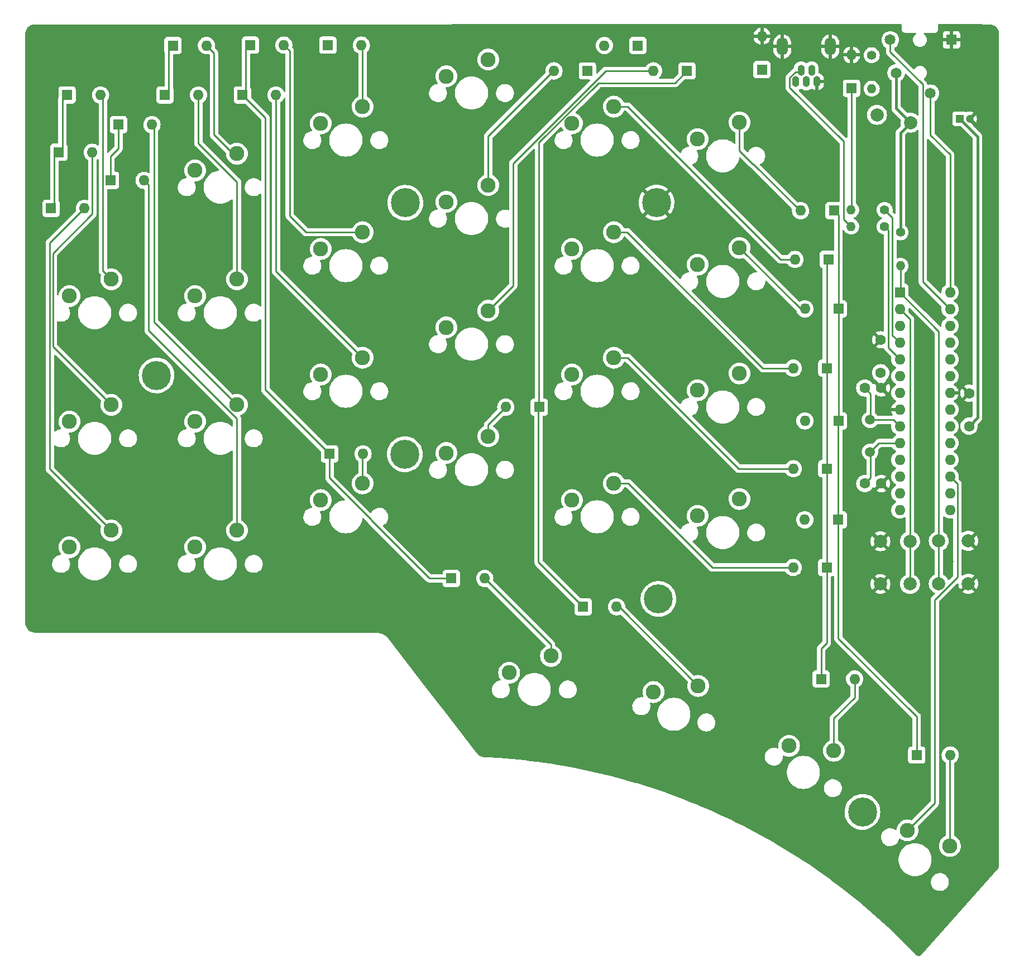
<source format=gtl>
G04 #@! TF.GenerationSoftware,KiCad,Pcbnew,(6.0.5)*
G04 #@! TF.CreationDate,2022-10-04T21:39:33-03:00*
G04 #@! TF.ProjectId,bluejay_left,626c7565-6a61-4795-9f6c-6566742e6b69,rev?*
G04 #@! TF.SameCoordinates,Original*
G04 #@! TF.FileFunction,Copper,L1,Top*
G04 #@! TF.FilePolarity,Positive*
%FSLAX46Y46*%
G04 Gerber Fmt 4.6, Leading zero omitted, Abs format (unit mm)*
G04 Created by KiCad (PCBNEW (6.0.5)) date 2022-10-04 21:39:33*
%MOMM*%
%LPD*%
G01*
G04 APERTURE LIST*
G04 #@! TA.AperFunction,ComponentPad*
%ADD10C,1.600000*%
G04 #@! TD*
G04 #@! TA.AperFunction,ComponentPad*
%ADD11R,1.600000X1.600000*%
G04 #@! TD*
G04 #@! TA.AperFunction,ComponentPad*
%ADD12O,1.600000X1.600000*%
G04 #@! TD*
G04 #@! TA.AperFunction,ComponentPad*
%ADD13C,1.500000*%
G04 #@! TD*
G04 #@! TA.AperFunction,ComponentPad*
%ADD14C,2.286000*%
G04 #@! TD*
G04 #@! TA.AperFunction,ComponentPad*
%ADD15C,1.400000*%
G04 #@! TD*
G04 #@! TA.AperFunction,ComponentPad*
%ADD16O,1.400000X1.400000*%
G04 #@! TD*
G04 #@! TA.AperFunction,ComponentPad*
%ADD17C,4.400000*%
G04 #@! TD*
G04 #@! TA.AperFunction,ComponentPad*
%ADD18O,1.100000X1.650000*%
G04 #@! TD*
G04 #@! TA.AperFunction,ComponentPad*
%ADD19O,1.700000X2.700000*%
G04 #@! TD*
G04 #@! TA.AperFunction,ComponentPad*
%ADD20C,2.000000*%
G04 #@! TD*
G04 #@! TA.AperFunction,ComponentPad*
%ADD21R,1.650000X1.650000*%
G04 #@! TD*
G04 #@! TA.AperFunction,ComponentPad*
%ADD22C,1.650000*%
G04 #@! TD*
G04 #@! TA.AperFunction,ComponentPad*
%ADD23R,1.200000X1.200000*%
G04 #@! TD*
G04 #@! TA.AperFunction,ComponentPad*
%ADD24C,1.200000*%
G04 #@! TD*
G04 #@! TA.AperFunction,ComponentPad*
%ADD25C,2.010000*%
G04 #@! TD*
G04 #@! TA.AperFunction,ViaPad*
%ADD26C,0.800000*%
G04 #@! TD*
G04 #@! TA.AperFunction,Conductor*
%ADD27C,0.250000*%
G04 #@! TD*
G04 #@! TA.AperFunction,Conductor*
%ADD28C,0.400000*%
G04 #@! TD*
G04 APERTURE END LIST*
D10*
X40600000Y-14000000D03*
X43100000Y-14000000D03*
D11*
X-2130000Y-32700000D03*
D12*
X2950000Y-32700000D03*
D13*
X41400000Y-9200000D03*
X41400000Y-4320000D03*
D14*
X21590000Y2698700D03*
X15240000Y158700D03*
X53487971Y-68980716D03*
X47069410Y-66619325D03*
D11*
X35930000Y27400000D03*
D12*
X30850000Y27400000D03*
D14*
X-73660000Y16986300D03*
X-80010000Y14446300D03*
X-16510000Y31273800D03*
X-22860000Y28733800D03*
X-35560000Y43180000D03*
X-41910000Y40640000D03*
X-16510000Y12223800D03*
X-22860000Y9683800D03*
D11*
X38580000Y45960000D03*
D12*
X38580000Y51040000D03*
D11*
X-65530000Y44950000D03*
D12*
X-60450000Y44950000D03*
D14*
X-54610000Y-2063800D03*
X-60960000Y-4603800D03*
D11*
X45900000Y15000000D03*
D12*
X45900000Y12460000D03*
X45900000Y9920000D03*
X45900000Y7380000D03*
X45900000Y4840000D03*
X45900000Y2300000D03*
X45900000Y-240000D03*
X45900000Y-2780000D03*
X45900000Y-5320000D03*
X45900000Y-7860000D03*
X45900000Y-10400000D03*
X45900000Y-12940000D03*
X45900000Y-15480000D03*
X45900000Y-18020000D03*
X53520000Y-18020000D03*
X53520000Y-15480000D03*
X53520000Y-12940000D03*
X53520000Y-10400000D03*
X53520000Y-7860000D03*
X53520000Y-5320000D03*
X53520000Y-2780000D03*
X53520000Y-240000D03*
X53520000Y2300000D03*
X53520000Y4840000D03*
X53520000Y7380000D03*
X53520000Y9920000D03*
X53520000Y12460000D03*
X53520000Y15000000D03*
D11*
X36567500Y-19500000D03*
D12*
X31487500Y-19500000D03*
D11*
X-64317500Y52450000D03*
D12*
X-59237500Y52450000D03*
D14*
X-16510000Y-6826300D03*
X-22860000Y-9366300D03*
X-54610000Y16986300D03*
X-60960000Y14446300D03*
D11*
X36586300Y-4500000D03*
D12*
X31506300Y-4500000D03*
D14*
X-6985000Y-40163800D03*
X-13335000Y-42703800D03*
D11*
X-72580000Y40450000D03*
D12*
X-67500000Y40450000D03*
D14*
X21590000Y-16351300D03*
X15240000Y-18891300D03*
X2540000Y43180000D03*
X-3810000Y40640000D03*
X2540000Y24130000D03*
X-3810000Y21590000D03*
D11*
X-73780000Y32000000D03*
D12*
X-68700000Y32000000D03*
D10*
X43000000Y2800000D03*
X43000000Y7800000D03*
D14*
X21590000Y21748800D03*
X15240000Y19208800D03*
D11*
X34836300Y3500000D03*
D12*
X29756300Y3500000D03*
D14*
X-73660000Y-2063800D03*
X-80010000Y-4603800D03*
X-35560000Y-13970000D03*
X-41910000Y-16510000D03*
D11*
X34817500Y-26750000D03*
D12*
X29737500Y-26750000D03*
D15*
X41640000Y50980000D03*
D16*
X41640000Y45900000D03*
D17*
X-29150000Y-9550000D03*
D11*
X25000000Y48782500D03*
D12*
X25000000Y53862500D03*
D14*
X2540000Y-13970000D03*
X-3810000Y-16510000D03*
X-54610000Y-21113800D03*
X-60960000Y-23653800D03*
D17*
X-29090000Y28590000D03*
D11*
X-52580000Y52500000D03*
D12*
X-47500000Y52500000D03*
D14*
X21590000Y40798800D03*
X15240000Y38258800D03*
D11*
X-40830000Y52500000D03*
D12*
X-35750000Y52500000D03*
D11*
X-80380000Y44950000D03*
D12*
X-75300000Y44950000D03*
D11*
X-40580000Y-9500000D03*
D12*
X-35500000Y-9500000D03*
D11*
X35086300Y20000000D03*
D12*
X30006300Y20000000D03*
D17*
X40230000Y-63820000D03*
D11*
X36586300Y12500000D03*
D12*
X31506300Y12500000D03*
D17*
X9000000Y28600000D03*
D11*
X-8770000Y-2400000D03*
D12*
X-13850000Y-2400000D03*
D11*
X-1470000Y48600000D03*
D12*
X-6550000Y48600000D03*
D11*
X-81630000Y36250000D03*
D12*
X-76550000Y36250000D03*
D15*
X43600000Y27500000D03*
D16*
X38520000Y27500000D03*
D11*
X48470000Y-55200000D03*
D12*
X53550000Y-55200000D03*
D14*
X2540000Y5080000D03*
X-3810000Y2540000D03*
D11*
X34836300Y-11750000D03*
D12*
X29756300Y-11750000D03*
D10*
X56400000Y-5300000D03*
X56400000Y-300000D03*
D18*
X33331200Y46968700D03*
X32531200Y48718700D03*
X31731200Y46968700D03*
X30931200Y48718700D03*
X30131200Y46968700D03*
D19*
X28081200Y52293700D03*
X35381200Y52293700D03*
D14*
X35898802Y-54533384D03*
X29099627Y-53794926D03*
D17*
X9300000Y-31520000D03*
D11*
X-22117500Y-28400000D03*
D12*
X-17037500Y-28400000D03*
D17*
X-66800000Y2400000D03*
D10*
X40600000Y500000D03*
X43100000Y500000D03*
D20*
X47450000Y-29250000D03*
X47450000Y-22750000D03*
X42950000Y-22750000D03*
X42950000Y-29250000D03*
D14*
X-16510000Y50323800D03*
X-22860000Y47783800D03*
D11*
X-53780000Y44950000D03*
D12*
X-48700000Y44950000D03*
D20*
X51800000Y-22700000D03*
X51800000Y-29200000D03*
X56300000Y-29200000D03*
X56300000Y-22700000D03*
D14*
X-54610000Y36036300D03*
X-60960000Y33496300D03*
D11*
X33970000Y-43650000D03*
D12*
X39050000Y-43650000D03*
D11*
X-82817500Y27750000D03*
D12*
X-77737500Y27750000D03*
D11*
X6180000Y52450000D03*
D12*
X1100000Y52450000D03*
D14*
X-73660000Y-21113800D03*
X-80010000Y-23653800D03*
X-35560000Y5080000D03*
X-41910000Y2540000D03*
D21*
X53750000Y53300000D03*
D22*
X45350000Y48300000D03*
X50550000Y45200000D03*
X44450000Y53300000D03*
D23*
X54981200Y41343700D03*
D24*
X56481200Y41343700D03*
D25*
X47531200Y40743700D03*
X42431200Y41943700D03*
D14*
X15324714Y-44701679D03*
X8548855Y-45630026D03*
X-35560000Y24130000D03*
X-41910000Y21590000D03*
D15*
X43600000Y25000000D03*
D16*
X38520000Y25000000D03*
D15*
X46000000Y24100000D03*
D16*
X46000000Y19020000D03*
D11*
X13630000Y48600000D03*
D12*
X8550000Y48600000D03*
D26*
X53600000Y-25800000D03*
X49600000Y-18700000D03*
X47300000Y46200000D03*
X51700000Y16500000D03*
X49100000Y14400000D03*
D27*
X41400000Y-4320000D02*
X44900000Y-4320000D01*
X44900000Y-4320000D02*
X45900000Y-5320000D01*
X41481200Y-4238800D02*
X41481200Y-381200D01*
X41481200Y-381200D02*
X40600000Y500000D01*
X41400000Y-4320000D02*
X41481200Y-4238800D01*
X41481200Y-13118800D02*
X40600000Y-14000000D01*
X41400000Y-9200000D02*
X42740000Y-7860000D01*
X41400000Y-9200000D02*
X41481200Y-9281200D01*
X41481200Y-9281200D02*
X41481200Y-13118800D01*
X42740000Y-7860000D02*
X45900000Y-7860000D01*
D28*
X57680711Y-4019289D02*
X56400000Y-5300000D01*
X46000000Y39212500D02*
X46000000Y24100000D01*
X47531200Y40743700D02*
X46000000Y39212500D01*
X45350000Y42924900D02*
X45350000Y48250000D01*
X47531200Y40743700D02*
X45350000Y42924900D01*
X57680711Y38644189D02*
X57680711Y-4019289D01*
X54981200Y41343700D02*
X57680711Y38644189D01*
D27*
X36586300Y26743700D02*
X35930000Y27400000D01*
X48470000Y-49370000D02*
X36567500Y-37467500D01*
X36586300Y-4500000D02*
X36586300Y12500000D01*
X36567500Y-19500000D02*
X36567500Y-4518800D01*
X36586300Y12500000D02*
X36586300Y26743700D01*
X48470000Y-55200000D02*
X48470000Y-49370000D01*
X36567500Y-37467500D02*
X36567500Y-19500000D01*
X36567500Y-4518800D02*
X36586300Y-4500000D01*
X23646621Y34493379D02*
X30740000Y27400000D01*
X21590000Y40798800D02*
X21590000Y36525792D01*
X21590000Y36525792D02*
X23622413Y34493379D01*
X30740000Y27400000D02*
X30850000Y27400000D01*
X23622413Y34493379D02*
X23646621Y34493379D01*
X21590000Y21748800D02*
X30838800Y12500000D01*
X30838800Y12500000D02*
X31506300Y12500000D01*
X53487971Y-68980716D02*
X53487971Y-55262029D01*
X53487971Y-55262029D02*
X53550000Y-55200000D01*
X34836300Y3500000D02*
X34836300Y19750000D01*
X34817500Y-11768800D02*
X34836300Y-11750000D01*
X34836300Y-11750000D02*
X34836300Y3500000D01*
X34817500Y-26750000D02*
X34817500Y-11768800D01*
X33970000Y-43650000D02*
X33970000Y-39030000D01*
X33970000Y-39030000D02*
X34817500Y-38182500D01*
X34836300Y19750000D02*
X35086300Y20000000D01*
X34817500Y-38182500D02*
X34817500Y-26750000D01*
X2540000Y43180000D02*
X4640000Y43180000D01*
X27820000Y20000000D02*
X30006300Y20000000D01*
X4640000Y43180000D02*
X27820000Y20000000D01*
X4520000Y24130000D02*
X25150000Y3500000D01*
X2540000Y24130000D02*
X4520000Y24130000D01*
X25150000Y3500000D02*
X29756300Y3500000D01*
X21450000Y-11750000D02*
X29756300Y-11750000D01*
X2540000Y5080000D02*
X4620000Y5080000D01*
X4620000Y5080000D02*
X21450000Y-11750000D01*
X17500000Y-26750000D02*
X29737500Y-26750000D01*
X4720000Y-13970000D02*
X17500000Y-26750000D01*
X2540000Y-13970000D02*
X4720000Y-13970000D01*
X35898802Y-54533384D02*
X35898802Y-49651198D01*
X35898802Y-49651198D02*
X39050000Y-46500000D01*
X39050000Y-46500000D02*
X39050000Y-43650000D01*
X-8900000Y-25930000D02*
X-8900000Y-2530000D01*
X-8770000Y-2400000D02*
X-8800000Y-2370000D01*
X-8800000Y-2370000D02*
X-8800000Y37725375D01*
X224625Y46750000D02*
X11800000Y46750000D01*
X-8900000Y-2530000D02*
X-8770000Y-2400000D01*
X-2130000Y-32700000D02*
X-8900000Y-25930000D01*
X11800000Y46750000D02*
X13630000Y48580000D01*
X-8800000Y37725375D02*
X224625Y46750000D01*
X13630000Y48580000D02*
X13630000Y48600000D01*
X-16510000Y38690000D02*
X-6600000Y48600000D01*
X-6600000Y48600000D02*
X-6550000Y48600000D01*
X-16510000Y31273800D02*
X-16510000Y38690000D01*
X1300000Y48600000D02*
X8550000Y48600000D01*
X-16510000Y12223800D02*
X-12730000Y16003800D01*
X-12730000Y34570000D02*
X1300000Y48600000D01*
X-12730000Y16003800D02*
X-12730000Y34570000D01*
X-16510000Y-5060000D02*
X-13850000Y-2400000D01*
X-16510000Y-6826300D02*
X-16510000Y-5060000D01*
X15324714Y-44701679D02*
X3323035Y-32700000D01*
X3323035Y-32700000D02*
X2950000Y-32700000D01*
X-34245421Y-19494579D02*
X-40580000Y-13160000D01*
X-22117500Y-28400000D02*
X-25403008Y-28400000D01*
X-50310000Y230000D02*
X-50310000Y41480000D01*
X-25403008Y-28400000D02*
X-34245421Y-19557587D01*
X-53250000Y45480000D02*
X-53250000Y51830000D01*
X-53780000Y44950000D02*
X-53250000Y45480000D01*
X-50310000Y41480000D02*
X-53780000Y44950000D01*
X-53250000Y51830000D02*
X-52580000Y52500000D01*
X-34245421Y-19557587D02*
X-34245421Y-19494579D01*
X-40580000Y-9500000D02*
X-50310000Y230000D01*
X-40580000Y-13160000D02*
X-40580000Y-9500000D01*
X-35560000Y52310000D02*
X-35750000Y52500000D01*
X-35560000Y43180000D02*
X-35560000Y52310000D01*
X-35560000Y24130000D02*
X-44130000Y24130000D01*
X-46612989Y51612989D02*
X-47500000Y52500000D01*
X-46612989Y26612989D02*
X-46612989Y51612989D01*
X-44130000Y24130000D02*
X-46612989Y26612989D01*
X-48700000Y18220000D02*
X-48700000Y44950000D01*
X-35560000Y5080000D02*
X-48700000Y18220000D01*
X-35560000Y-13970000D02*
X-35560000Y-9560000D01*
X-35560000Y-9560000D02*
X-35500000Y-9500000D01*
X-6985000Y-40163800D02*
X-6985000Y-38452500D01*
X-6985000Y-38452500D02*
X-17037500Y-28400000D01*
X-64950000Y45530000D02*
X-64950000Y51817500D01*
X-64950000Y51817500D02*
X-64317500Y52450000D01*
X-65530000Y44950000D02*
X-64950000Y45530000D01*
X-73780000Y32000000D02*
X-73780000Y35620000D01*
X-72580000Y36820000D02*
X-72580000Y40450000D01*
X-73780000Y35620000D02*
X-72580000Y36820000D01*
X-54610000Y36036300D02*
X-55236300Y36036300D01*
X-58112989Y38912989D02*
X-58112989Y51325489D01*
X-55236300Y36036300D02*
X-58112989Y38912989D01*
X-58112989Y51325489D02*
X-59237500Y52450000D01*
X-54610000Y31765754D02*
X-60450000Y37605754D01*
X-54610000Y16986300D02*
X-54610000Y31765754D01*
X-60450000Y37605754D02*
X-60450000Y44950000D01*
X-67200000Y10526200D02*
X-67200000Y40150000D01*
X-67200000Y40150000D02*
X-67500000Y40450000D01*
X-54610000Y-2063800D02*
X-67200000Y10526200D01*
X-67987500Y9187500D02*
X-67987500Y31287500D01*
X-54610000Y-4190000D02*
X-67987500Y9187500D01*
X-54610000Y-21113800D02*
X-54610000Y-4190000D01*
X-67987500Y31287500D02*
X-68700000Y32000000D01*
X-82300000Y35580000D02*
X-81630000Y36250000D01*
X-81100000Y36780000D02*
X-81100000Y44230000D01*
X-81630000Y36250000D02*
X-81100000Y36780000D01*
X-81100000Y44230000D02*
X-80380000Y44950000D01*
X-82817500Y27750000D02*
X-82300000Y28267500D01*
X-82300000Y28267500D02*
X-82300000Y35580000D01*
X-74950000Y18276300D02*
X-74950000Y44600000D01*
X-74950000Y44600000D02*
X-75300000Y44950000D01*
X-73660000Y16986300D02*
X-74950000Y18276300D01*
X-73660000Y-2063800D02*
X-82530000Y6806200D01*
X-82530000Y6806200D02*
X-82530000Y20920000D01*
X-82530000Y20920000D02*
X-76550000Y26900000D01*
X-76550000Y26900000D02*
X-76550000Y36250000D01*
X-82979510Y-11794290D02*
X-82979510Y22507990D01*
X-82979510Y22507990D02*
X-77737500Y27750000D01*
X-73660000Y-21113800D02*
X-82979510Y-11794290D01*
X29200000Y47549258D02*
X29200000Y46100000D01*
X29200000Y46100000D02*
X37400000Y37900000D01*
X30931200Y48443700D02*
X30094442Y48443700D01*
X37400000Y37900000D02*
X37400000Y26120000D01*
X30094442Y48443700D02*
X29200000Y47549258D01*
X37400000Y26120000D02*
X38520000Y25000000D01*
X38580000Y27560000D02*
X38520000Y27500000D01*
X38580000Y45960000D02*
X38580000Y27560000D01*
X50550000Y38850000D02*
X50550000Y45200000D01*
X53520000Y15000000D02*
X53520000Y35880000D01*
X53520000Y35880000D02*
X50550000Y38850000D01*
X44450000Y51492529D02*
X44450000Y53300000D01*
X49400000Y46542529D02*
X44450000Y51492529D01*
X49400000Y16580000D02*
X49400000Y46542529D01*
X53520000Y12460000D02*
X49400000Y16580000D01*
X51800000Y9100000D02*
X45900000Y15000000D01*
X46000000Y19020000D02*
X46000000Y15100000D01*
X51800000Y-29200000D02*
X51800000Y-22700000D01*
X46000000Y15100000D02*
X45900000Y15000000D01*
X51800000Y-22700000D02*
X51800000Y9100000D01*
X45900000Y4840000D02*
X44124511Y6615489D01*
X44124511Y6615489D02*
X44124511Y24475489D01*
X44124511Y24475489D02*
X43600000Y25000000D01*
X45900000Y7380000D02*
X44775489Y8504511D01*
X44775489Y8504511D02*
X44775489Y26324511D01*
X44775489Y26324511D02*
X43600000Y27500000D01*
X47450000Y10910000D02*
X45900000Y12460000D01*
X47450000Y-29250000D02*
X47450000Y-22750000D01*
X47450000Y-22750000D02*
X47450000Y10910000D01*
X54644511Y-14064511D02*
X53520000Y-12940000D01*
X47069410Y-66619325D02*
X51200000Y-62488735D01*
X51200000Y-62488735D02*
X51200000Y-31673143D01*
X51200000Y-31673143D02*
X54644511Y-28228632D01*
X54644511Y-28228632D02*
X54644511Y-14064511D01*
G04 #@! TA.AperFunction,Conductor*
G36*
X46133621Y55671498D02*
G01*
X46180114Y55617842D01*
X46191500Y55565500D01*
X46191500Y54908623D01*
X46191498Y54907853D01*
X46191024Y54830279D01*
X46193491Y54821648D01*
X46199150Y54801847D01*
X46202728Y54785085D01*
X46206920Y54755813D01*
X46210634Y54747645D01*
X46210634Y54747644D01*
X46217548Y54732438D01*
X46223996Y54714914D01*
X46231051Y54690229D01*
X46235843Y54682635D01*
X46235844Y54682632D01*
X46246830Y54665220D01*
X46254969Y54650137D01*
X46267208Y54623218D01*
X46273069Y54616416D01*
X46283970Y54603765D01*
X46295073Y54588761D01*
X46308776Y54567042D01*
X46315501Y54561103D01*
X46315504Y54561099D01*
X46330938Y54547468D01*
X46342982Y54535276D01*
X46356427Y54519673D01*
X46356430Y54519671D01*
X46362287Y54512873D01*
X46369816Y54507993D01*
X46369817Y54507992D01*
X46383835Y54498906D01*
X46398709Y54487615D01*
X46411217Y54476569D01*
X46417951Y54470622D01*
X46444711Y54458058D01*
X46459691Y54449737D01*
X46476983Y54438529D01*
X46476988Y54438527D01*
X46484515Y54433648D01*
X46493108Y54431078D01*
X46493113Y54431076D01*
X46509120Y54426289D01*
X46526564Y54419628D01*
X46541676Y54412533D01*
X46541678Y54412532D01*
X46549800Y54408719D01*
X46558667Y54407338D01*
X46558668Y54407338D01*
X46561353Y54406920D01*
X46579017Y54404170D01*
X46595732Y54400387D01*
X46615466Y54394485D01*
X46615472Y54394484D01*
X46624066Y54391914D01*
X46633037Y54391859D01*
X46633038Y54391859D01*
X46643097Y54391798D01*
X46658506Y54391704D01*
X46659289Y54391671D01*
X46660386Y54391500D01*
X46691377Y54391500D01*
X46692147Y54391498D01*
X46765785Y54391048D01*
X46765786Y54391048D01*
X46769721Y54391024D01*
X46771065Y54391408D01*
X46772410Y54391500D01*
X48259626Y54391500D01*
X48327747Y54371498D01*
X48374240Y54317842D01*
X48384344Y54247568D01*
X48354850Y54182988D01*
X48339262Y54167857D01*
X48205311Y54058610D01*
X48205308Y54058607D01*
X48200536Y54054715D01*
X48196608Y54049967D01*
X48196607Y54049966D01*
X48125746Y53964310D01*
X48068217Y53894770D01*
X48065288Y53889353D01*
X48065286Y53889350D01*
X47972416Y53717590D01*
X47972414Y53717585D01*
X47969486Y53712170D01*
X47908102Y53513871D01*
X47907458Y53507746D01*
X47907458Y53507745D01*
X47889806Y53339789D01*
X47886404Y53307425D01*
X47888009Y53289789D01*
X47900571Y53151762D01*
X47905218Y53100697D01*
X47906956Y53094791D01*
X47906957Y53094787D01*
X47930550Y53014625D01*
X47963827Y52901560D01*
X48059999Y52717600D01*
X48190071Y52555823D01*
X48194788Y52551865D01*
X48194790Y52551863D01*
X48250073Y52505475D01*
X48349089Y52422391D01*
X48354481Y52419427D01*
X48354485Y52419424D01*
X48525598Y52325354D01*
X48530995Y52322387D01*
X48728861Y52259621D01*
X48734978Y52258935D01*
X48734982Y52258934D01*
X48811598Y52250341D01*
X48890413Y52241500D01*
X49002237Y52241500D01*
X49005293Y52241800D01*
X49005300Y52241800D01*
X49150466Y52256034D01*
X49150469Y52256035D01*
X49156592Y52256635D01*
X49326615Y52307967D01*
X49349407Y52314848D01*
X49349410Y52314849D01*
X49355315Y52316632D01*
X49364467Y52321498D01*
X49533153Y52411191D01*
X49533155Y52411192D01*
X49538599Y52414087D01*
X49558516Y52430331D01*
X52417001Y52430331D01*
X52417371Y52423510D01*
X52422895Y52372648D01*
X52426521Y52357396D01*
X52471676Y52236946D01*
X52480214Y52221351D01*
X52556715Y52119276D01*
X52569276Y52106715D01*
X52671351Y52030214D01*
X52686946Y52021676D01*
X52807394Y51976522D01*
X52822649Y51972895D01*
X52873514Y51967369D01*
X52880328Y51967000D01*
X53477885Y51967000D01*
X53493124Y51971475D01*
X53494329Y51972865D01*
X53496000Y51980548D01*
X53496000Y51985116D01*
X54004000Y51985116D01*
X54008475Y51969877D01*
X54009865Y51968672D01*
X54017548Y51967001D01*
X54619669Y51967001D01*
X54626490Y51967371D01*
X54677352Y51972895D01*
X54692604Y51976521D01*
X54813054Y52021676D01*
X54828649Y52030214D01*
X54930724Y52106715D01*
X54943285Y52119276D01*
X55019786Y52221351D01*
X55028324Y52236946D01*
X55073478Y52357394D01*
X55077105Y52372649D01*
X55082631Y52423514D01*
X55083000Y52430328D01*
X55083000Y53027885D01*
X55078525Y53043124D01*
X55077135Y53044329D01*
X55069452Y53046000D01*
X54022115Y53046000D01*
X54006876Y53041525D01*
X54005671Y53040135D01*
X54004000Y53032452D01*
X54004000Y51985116D01*
X53496000Y51985116D01*
X53496000Y53027885D01*
X53491525Y53043124D01*
X53490135Y53044329D01*
X53482452Y53046000D01*
X52435116Y53046000D01*
X52419877Y53041525D01*
X52418672Y53040135D01*
X52417001Y53032452D01*
X52417001Y52430331D01*
X49558516Y52430331D01*
X49650652Y52505475D01*
X49694689Y52541390D01*
X49694692Y52541393D01*
X49699464Y52545285D01*
X49767284Y52627264D01*
X49827855Y52700482D01*
X49831783Y52705230D01*
X49835876Y52712799D01*
X49927584Y52882410D01*
X49927586Y52882415D01*
X49930514Y52887830D01*
X49991898Y53086129D01*
X49994065Y53106749D01*
X50012952Y53286446D01*
X50012952Y53286448D01*
X50013596Y53292575D01*
X49998705Y53456198D01*
X49995341Y53493164D01*
X49995340Y53493167D01*
X49994782Y53499303D01*
X49992298Y53507745D01*
X49973353Y53572115D01*
X52417000Y53572115D01*
X52421475Y53556876D01*
X52422865Y53555671D01*
X52430548Y53554000D01*
X53477885Y53554000D01*
X53493124Y53558475D01*
X53494329Y53559865D01*
X53496000Y53567548D01*
X53496000Y53572115D01*
X54004000Y53572115D01*
X54008475Y53556876D01*
X54009865Y53555671D01*
X54017548Y53554000D01*
X55064884Y53554000D01*
X55080123Y53558475D01*
X55081328Y53559865D01*
X55082999Y53567548D01*
X55082999Y54169669D01*
X55082629Y54176490D01*
X55077105Y54227352D01*
X55073479Y54242604D01*
X55028324Y54363054D01*
X55019786Y54378649D01*
X54943285Y54480724D01*
X54930724Y54493285D01*
X54828649Y54569786D01*
X54813054Y54578324D01*
X54692606Y54623478D01*
X54677351Y54627105D01*
X54626486Y54632631D01*
X54619672Y54633000D01*
X54022115Y54633000D01*
X54006876Y54628525D01*
X54005671Y54627135D01*
X54004000Y54619452D01*
X54004000Y53572115D01*
X53496000Y53572115D01*
X53496000Y54614884D01*
X53491525Y54630123D01*
X53490135Y54631328D01*
X53482452Y54632999D01*
X52880331Y54632999D01*
X52873510Y54632629D01*
X52822648Y54627105D01*
X52807396Y54623479D01*
X52686946Y54578324D01*
X52671351Y54569786D01*
X52569276Y54493285D01*
X52556715Y54480724D01*
X52480214Y54378649D01*
X52471676Y54363054D01*
X52426522Y54242606D01*
X52422895Y54227351D01*
X52417369Y54176486D01*
X52417000Y54169672D01*
X52417000Y53572115D01*
X49973353Y53572115D01*
X49940339Y53684284D01*
X49936173Y53698440D01*
X49840001Y53882400D01*
X49709929Y54044177D01*
X49698155Y54054057D01*
X49561197Y54168978D01*
X49521870Y54228088D01*
X49520744Y54299076D01*
X49558175Y54359403D01*
X49622280Y54389917D01*
X49642188Y54391500D01*
X51191377Y54391500D01*
X51192148Y54391498D01*
X51269721Y54391024D01*
X51298152Y54399150D01*
X51314915Y54402728D01*
X51315753Y54402848D01*
X51344187Y54406920D01*
X51367564Y54417549D01*
X51385087Y54423996D01*
X51409771Y54431051D01*
X51417365Y54435843D01*
X51417368Y54435844D01*
X51434780Y54446830D01*
X51449865Y54454970D01*
X51476782Y54467208D01*
X51496235Y54483970D01*
X51511239Y54495073D01*
X51532958Y54508776D01*
X51538897Y54515501D01*
X51538901Y54515504D01*
X51552532Y54530938D01*
X51564724Y54542982D01*
X51580327Y54556427D01*
X51580329Y54556430D01*
X51587127Y54562287D01*
X51601094Y54583835D01*
X51612385Y54598709D01*
X51623431Y54611217D01*
X51623432Y54611218D01*
X51629378Y54617951D01*
X51641943Y54644713D01*
X51650263Y54659691D01*
X51661471Y54676983D01*
X51661473Y54676988D01*
X51666352Y54684515D01*
X51668922Y54693108D01*
X51668924Y54693113D01*
X51673711Y54709120D01*
X51680372Y54726564D01*
X51687467Y54741676D01*
X51687468Y54741678D01*
X51691281Y54749800D01*
X51695830Y54779017D01*
X51699613Y54795732D01*
X51705515Y54815466D01*
X51705516Y54815472D01*
X51708086Y54824066D01*
X51708296Y54858506D01*
X51708329Y54859289D01*
X51708500Y54860386D01*
X51708500Y54891377D01*
X51708502Y54892147D01*
X51708952Y54965785D01*
X51708952Y54965786D01*
X51708976Y54969721D01*
X51708592Y54971065D01*
X51708500Y54972410D01*
X51708500Y55565500D01*
X51728502Y55633621D01*
X51782158Y55680114D01*
X51834500Y55691500D01*
X57296569Y55691500D01*
X57297950Y55691492D01*
X59517211Y55667158D01*
X59539640Y55664896D01*
X59545990Y55663674D01*
X59555423Y55661859D01*
X59569601Y55663201D01*
X59595778Y55662946D01*
X59775863Y55642358D01*
X59795186Y55638601D01*
X59993230Y55583744D01*
X60011731Y55577024D01*
X60198819Y55491991D01*
X60216047Y55482471D01*
X60387607Y55369339D01*
X60403141Y55357254D01*
X60554992Y55218779D01*
X60568450Y55204426D01*
X60682714Y55061688D01*
X60696881Y55043990D01*
X60707944Y55027709D01*
X60809814Y54849239D01*
X60818207Y54831435D01*
X60891044Y54639263D01*
X60896561Y54620368D01*
X60898472Y54611217D01*
X60938115Y54421423D01*
X60938577Y54419209D01*
X60941084Y54399688D01*
X60946850Y54283368D01*
X60949701Y54225846D01*
X60948561Y54208803D01*
X60948702Y54208797D01*
X60948335Y54199825D01*
X60946700Y54190997D01*
X60949809Y54160432D01*
X60950853Y54150166D01*
X60951500Y54137416D01*
X60951500Y-71927837D01*
X60950958Y-71939511D01*
X60950571Y-71943672D01*
X60948481Y-71952399D01*
X60948925Y-71961361D01*
X60949223Y-71967382D01*
X60947883Y-71992957D01*
X60935302Y-72073922D01*
X60926106Y-72133095D01*
X60921921Y-72151147D01*
X60872404Y-72310452D01*
X60865619Y-72327693D01*
X60813870Y-72435220D01*
X60794345Y-72464472D01*
X57392836Y-76276154D01*
X49263752Y-85385488D01*
X49254140Y-85395151D01*
X49225323Y-85421142D01*
X49220610Y-85428787D01*
X49219800Y-85429759D01*
X49201518Y-85452613D01*
X49138126Y-85514552D01*
X49134389Y-85518203D01*
X49111626Y-85535843D01*
X49041608Y-85578266D01*
X49015198Y-85594267D01*
X48989029Y-85606275D01*
X48885859Y-85639969D01*
X48881857Y-85641276D01*
X48853639Y-85647029D01*
X48741323Y-85656780D01*
X48712536Y-85655976D01*
X48641421Y-85645776D01*
X48600932Y-85639968D01*
X48573085Y-85632650D01*
X48468035Y-85591719D01*
X48442573Y-85578266D01*
X48417775Y-85561279D01*
X48349559Y-85514550D01*
X48327823Y-85495672D01*
X48268515Y-85430866D01*
X48258514Y-85418442D01*
X48253869Y-85411858D01*
X48249785Y-85403861D01*
X48234922Y-85388117D01*
X48222243Y-85372314D01*
X48210100Y-85354397D01*
X48201542Y-85345213D01*
X48199169Y-85343348D01*
X48197928Y-85342142D01*
X46858203Y-83966790D01*
X46858198Y-83966785D01*
X46857786Y-83966362D01*
X46857394Y-83965975D01*
X46857355Y-83965936D01*
X45487670Y-82614663D01*
X45487192Y-82614191D01*
X44089979Y-81289544D01*
X42666700Y-79992944D01*
X42666226Y-79992529D01*
X41218376Y-78725304D01*
X41218328Y-78725262D01*
X41217918Y-78724904D01*
X39744205Y-77485926D01*
X38246146Y-76276500D01*
X37057389Y-75355220D01*
X36724797Y-75097463D01*
X36724775Y-75097446D01*
X36724332Y-75097103D01*
X35775099Y-74391215D01*
X50613576Y-74391215D01*
X50622230Y-74621751D01*
X50669604Y-74847533D01*
X50754343Y-75062105D01*
X50874023Y-75259332D01*
X50877520Y-75263362D01*
X50964144Y-75363187D01*
X51025223Y-75433575D01*
X51029354Y-75436962D01*
X51199491Y-75576467D01*
X51199497Y-75576471D01*
X51203619Y-75579851D01*
X51404111Y-75693977D01*
X51409127Y-75695798D01*
X51409132Y-75695800D01*
X51615951Y-75770872D01*
X51615955Y-75770873D01*
X51620966Y-75772692D01*
X51626215Y-75773641D01*
X51626218Y-75773642D01*
X51843899Y-75813005D01*
X51843906Y-75813006D01*
X51847983Y-75813743D01*
X51865720Y-75814579D01*
X51870668Y-75814813D01*
X51870675Y-75814813D01*
X51872156Y-75814883D01*
X52034301Y-75814883D01*
X52101257Y-75809202D01*
X52200938Y-75800744D01*
X52200942Y-75800743D01*
X52206249Y-75800293D01*
X52211404Y-75798955D01*
X52211410Y-75798954D01*
X52424379Y-75743678D01*
X52424383Y-75743677D01*
X52429548Y-75742336D01*
X52434414Y-75740144D01*
X52434417Y-75740143D01*
X52635025Y-75649776D01*
X52639891Y-75647584D01*
X52644311Y-75644608D01*
X52644315Y-75644606D01*
X52745524Y-75576467D01*
X52831261Y-75518745D01*
X52998188Y-75359505D01*
X53135897Y-75174417D01*
X53161258Y-75124535D01*
X53238034Y-74973529D01*
X53238034Y-74973528D01*
X53240453Y-74968771D01*
X53279719Y-74842314D01*
X53307281Y-74753553D01*
X53307282Y-74753547D01*
X53308865Y-74748450D01*
X53339176Y-74519751D01*
X53330522Y-74289215D01*
X53283148Y-74063433D01*
X53198409Y-73848861D01*
X53078729Y-73651634D01*
X52991804Y-73551461D01*
X52931029Y-73481424D01*
X52931027Y-73481422D01*
X52927529Y-73477391D01*
X52885394Y-73442843D01*
X52753261Y-73334499D01*
X52753255Y-73334495D01*
X52749133Y-73331115D01*
X52548641Y-73216989D01*
X52543625Y-73215168D01*
X52543620Y-73215166D01*
X52336801Y-73140094D01*
X52336797Y-73140093D01*
X52331786Y-73138274D01*
X52326537Y-73137325D01*
X52326534Y-73137324D01*
X52108853Y-73097961D01*
X52108846Y-73097960D01*
X52104769Y-73097223D01*
X52087032Y-73096387D01*
X52082084Y-73096153D01*
X52082077Y-73096153D01*
X52080596Y-73096083D01*
X51918451Y-73096083D01*
X51851495Y-73101764D01*
X51751814Y-73110222D01*
X51751810Y-73110223D01*
X51746503Y-73110673D01*
X51741348Y-73112011D01*
X51741342Y-73112012D01*
X51528373Y-73167288D01*
X51528369Y-73167289D01*
X51523204Y-73168630D01*
X51518338Y-73170822D01*
X51518335Y-73170823D01*
X51419897Y-73215166D01*
X51312861Y-73263382D01*
X51308441Y-73266358D01*
X51308437Y-73266360D01*
X51216176Y-73328475D01*
X51121491Y-73392221D01*
X50954564Y-73551461D01*
X50816855Y-73736549D01*
X50814440Y-73741299D01*
X50759753Y-73848861D01*
X50712299Y-73942195D01*
X50678093Y-74052356D01*
X50645471Y-74157413D01*
X50645470Y-74157419D01*
X50643887Y-74162516D01*
X50613576Y-74391215D01*
X35775099Y-74391215D01*
X35637936Y-74289215D01*
X35179851Y-73948564D01*
X35179826Y-73948546D01*
X35179365Y-73948203D01*
X33611856Y-72830254D01*
X32876703Y-72327693D01*
X32022949Y-71744055D01*
X32022935Y-71744046D01*
X32022425Y-71743697D01*
X31219108Y-71217669D01*
X31213105Y-71213738D01*
X45698800Y-71213738D01*
X45738264Y-71526130D01*
X45816570Y-71831113D01*
X45932484Y-72123877D01*
X45934386Y-72127336D01*
X45934387Y-72127339D01*
X46044533Y-72327693D01*
X46084176Y-72399804D01*
X46269255Y-72654544D01*
X46484802Y-72884078D01*
X46727418Y-73084787D01*
X46993276Y-73253506D01*
X46996855Y-73255190D01*
X46996862Y-73255194D01*
X47274594Y-73385884D01*
X47274598Y-73385886D01*
X47278184Y-73387573D01*
X47281956Y-73388799D01*
X47281957Y-73388799D01*
X47406860Y-73429382D01*
X47577648Y-73484875D01*
X47886946Y-73543877D01*
X47980500Y-73549763D01*
X48120558Y-73558575D01*
X48120574Y-73558576D01*
X48122553Y-73558700D01*
X48279847Y-73558700D01*
X48281826Y-73558576D01*
X48281842Y-73558575D01*
X48421900Y-73549763D01*
X48515454Y-73543877D01*
X48824752Y-73484875D01*
X48995540Y-73429382D01*
X49120443Y-73388799D01*
X49120444Y-73388799D01*
X49124216Y-73387573D01*
X49127802Y-73385886D01*
X49127806Y-73385884D01*
X49405538Y-73255194D01*
X49405545Y-73255190D01*
X49409124Y-73253506D01*
X49674982Y-73084787D01*
X49917598Y-72884078D01*
X50133145Y-72654544D01*
X50318224Y-72399804D01*
X50357868Y-72327693D01*
X50468013Y-72127339D01*
X50468014Y-72127336D01*
X50469916Y-72123877D01*
X50585830Y-71831113D01*
X50664136Y-71526130D01*
X50703600Y-71213738D01*
X50703600Y-70898862D01*
X50664136Y-70586470D01*
X50585830Y-70281487D01*
X50469916Y-69988723D01*
X50331543Y-69737023D01*
X50320133Y-69716268D01*
X50320131Y-69716265D01*
X50318224Y-69712796D01*
X50133145Y-69458056D01*
X49917598Y-69228522D01*
X49674982Y-69027813D01*
X49600769Y-68980716D01*
X51831364Y-68980716D01*
X51851760Y-69239866D01*
X51912444Y-69492636D01*
X51914337Y-69497207D01*
X51914338Y-69497209D01*
X51939603Y-69558203D01*
X52011923Y-69732800D01*
X52147748Y-69954445D01*
X52316573Y-70152114D01*
X52320335Y-70155327D01*
X52468050Y-70281487D01*
X52514242Y-70320939D01*
X52735887Y-70456764D01*
X52740457Y-70458657D01*
X52740459Y-70458658D01*
X52931057Y-70537606D01*
X52976051Y-70556243D01*
X53062514Y-70577001D01*
X53224008Y-70615772D01*
X53224014Y-70615773D01*
X53228821Y-70616927D01*
X53487971Y-70637323D01*
X53747121Y-70616927D01*
X53751928Y-70615773D01*
X53751934Y-70615772D01*
X53913428Y-70577001D01*
X53999891Y-70556243D01*
X54044885Y-70537606D01*
X54235483Y-70458658D01*
X54235485Y-70458657D01*
X54240055Y-70456764D01*
X54461700Y-70320939D01*
X54507893Y-70281487D01*
X54655607Y-70155327D01*
X54659369Y-70152114D01*
X54828194Y-69954445D01*
X54964019Y-69732800D01*
X55036340Y-69558203D01*
X55061604Y-69497209D01*
X55061605Y-69497207D01*
X55063498Y-69492636D01*
X55124182Y-69239866D01*
X55144578Y-68980716D01*
X55124182Y-68721566D01*
X55101475Y-68626981D01*
X55064653Y-68473608D01*
X55063498Y-68468796D01*
X55025082Y-68376051D01*
X54965913Y-68233204D01*
X54965912Y-68233202D01*
X54964019Y-68228632D01*
X54828194Y-68006987D01*
X54659369Y-67809318D01*
X54461700Y-67640493D01*
X54240055Y-67504668D01*
X54199252Y-67487767D01*
X54143972Y-67443218D01*
X54121471Y-67371358D01*
X54121471Y-56457560D01*
X54141473Y-56389439D01*
X54194220Y-56343366D01*
X54201757Y-56339852D01*
X54201768Y-56339846D01*
X54206749Y-56337523D01*
X54336450Y-56246705D01*
X54389789Y-56209357D01*
X54389792Y-56209355D01*
X54394300Y-56206198D01*
X54556198Y-56044300D01*
X54687523Y-55856749D01*
X54689846Y-55851767D01*
X54689849Y-55851762D01*
X54781961Y-55654225D01*
X54781961Y-55654224D01*
X54784284Y-55649243D01*
X54795429Y-55607652D01*
X54842119Y-55433402D01*
X54842119Y-55433400D01*
X54843543Y-55428087D01*
X54863498Y-55200000D01*
X54843543Y-54971913D01*
X54842119Y-54966598D01*
X54785707Y-54756067D01*
X54785706Y-54756065D01*
X54784284Y-54750757D01*
X54769089Y-54718170D01*
X54689849Y-54548238D01*
X54689846Y-54548233D01*
X54687523Y-54543251D01*
X54556198Y-54355700D01*
X54394300Y-54193802D01*
X54389792Y-54190645D01*
X54389789Y-54190643D01*
X54293506Y-54123225D01*
X54206749Y-54062477D01*
X54201767Y-54060154D01*
X54201762Y-54060151D01*
X54004225Y-53968039D01*
X54004224Y-53968039D01*
X53999243Y-53965716D01*
X53993935Y-53964294D01*
X53993933Y-53964293D01*
X53783402Y-53907881D01*
X53783400Y-53907881D01*
X53778087Y-53906457D01*
X53550000Y-53886502D01*
X53321913Y-53906457D01*
X53316600Y-53907881D01*
X53316598Y-53907881D01*
X53106067Y-53964293D01*
X53106065Y-53964294D01*
X53100757Y-53965716D01*
X53095776Y-53968039D01*
X53095775Y-53968039D01*
X52898238Y-54060151D01*
X52898233Y-54060154D01*
X52893251Y-54062477D01*
X52806494Y-54123225D01*
X52710211Y-54190643D01*
X52710208Y-54190645D01*
X52705700Y-54193802D01*
X52543802Y-54355700D01*
X52412477Y-54543251D01*
X52410154Y-54548233D01*
X52410151Y-54548238D01*
X52330911Y-54718170D01*
X52315716Y-54750757D01*
X52314294Y-54756065D01*
X52314293Y-54756067D01*
X52257881Y-54966598D01*
X52256457Y-54971913D01*
X52236502Y-55200000D01*
X52256457Y-55428087D01*
X52257881Y-55433400D01*
X52257881Y-55433402D01*
X52304572Y-55607652D01*
X52315716Y-55649243D01*
X52318039Y-55654224D01*
X52318039Y-55654225D01*
X52410151Y-55851762D01*
X52410154Y-55851767D01*
X52412477Y-55856749D01*
X52543802Y-56044300D01*
X52705700Y-56206198D01*
X52710208Y-56209355D01*
X52710211Y-56209357D01*
X52736916Y-56228056D01*
X52800743Y-56272748D01*
X52845070Y-56328204D01*
X52854471Y-56375960D01*
X52854471Y-67371358D01*
X52834469Y-67439479D01*
X52776690Y-67487767D01*
X52735887Y-67504668D01*
X52514242Y-67640493D01*
X52316573Y-67809318D01*
X52147748Y-68006987D01*
X52011923Y-68228632D01*
X52010030Y-68233202D01*
X52010029Y-68233204D01*
X51950860Y-68376051D01*
X51912444Y-68468796D01*
X51911289Y-68473608D01*
X51874468Y-68626981D01*
X51851760Y-68721566D01*
X51831364Y-68980716D01*
X49600769Y-68980716D01*
X49409124Y-68859094D01*
X49405545Y-68857410D01*
X49405538Y-68857406D01*
X49127806Y-68726716D01*
X49127802Y-68726714D01*
X49124216Y-68725027D01*
X49098752Y-68716753D01*
X48828528Y-68628952D01*
X48828529Y-68628952D01*
X48824752Y-68627725D01*
X48515454Y-68568723D01*
X48421900Y-68562837D01*
X48281842Y-68554025D01*
X48281826Y-68554024D01*
X48279847Y-68553900D01*
X48122553Y-68553900D01*
X48120574Y-68554024D01*
X48120558Y-68554025D01*
X47980500Y-68562837D01*
X47886946Y-68568723D01*
X47577648Y-68627725D01*
X47573871Y-68628952D01*
X47573872Y-68628952D01*
X47303649Y-68716753D01*
X47278184Y-68725027D01*
X47274598Y-68726714D01*
X47274594Y-68726716D01*
X46996862Y-68857406D01*
X46996855Y-68857410D01*
X46993276Y-68859094D01*
X46727418Y-69027813D01*
X46484802Y-69228522D01*
X46269255Y-69458056D01*
X46084176Y-69712796D01*
X46082269Y-69716265D01*
X46082267Y-69716268D01*
X46070857Y-69737023D01*
X45932484Y-69988723D01*
X45816570Y-70281487D01*
X45738264Y-70586470D01*
X45698800Y-70898862D01*
X45698800Y-71213738D01*
X31213105Y-71213738D01*
X30412280Y-70689342D01*
X30412247Y-70689321D01*
X30411702Y-70688964D01*
X29819387Y-70317721D01*
X28780838Y-69666793D01*
X28780808Y-69666774D01*
X28780322Y-69666470D01*
X28490311Y-69492636D01*
X27212147Y-68726500D01*
X27128931Y-68676620D01*
X26113982Y-68095373D01*
X25458720Y-67720114D01*
X25458712Y-67720109D01*
X25458182Y-67719806D01*
X25233172Y-67596822D01*
X23769307Y-66796718D01*
X23769300Y-66796714D01*
X23768736Y-66796406D01*
X23768199Y-66796126D01*
X23768178Y-66796115D01*
X22061787Y-65907060D01*
X22061783Y-65907058D01*
X22061261Y-65906786D01*
X22060783Y-65906549D01*
X22060736Y-65906525D01*
X21052289Y-65406351D01*
X20336433Y-65051297D01*
X18594933Y-64230277D01*
X17614306Y-63791585D01*
X37516698Y-63791585D01*
X37532936Y-64117759D01*
X37533577Y-64121490D01*
X37533578Y-64121498D01*
X37578145Y-64380861D01*
X37588241Y-64439619D01*
X37681814Y-64752504D01*
X37812297Y-65051881D01*
X37814220Y-65055152D01*
X37814222Y-65055156D01*
X37856584Y-65127215D01*
X37977802Y-65333414D01*
X37980103Y-65336429D01*
X38173631Y-65590012D01*
X38173636Y-65590017D01*
X38175931Y-65593025D01*
X38403814Y-65826953D01*
X38476635Y-65885607D01*
X38655196Y-66029431D01*
X38655201Y-66029435D01*
X38658149Y-66031809D01*
X38935253Y-66204627D01*
X39231112Y-66342903D01*
X39541440Y-66444634D01*
X39861742Y-66508346D01*
X39865514Y-66508633D01*
X39865522Y-66508634D01*
X40183602Y-66532829D01*
X40183607Y-66532829D01*
X40187379Y-66533116D01*
X40513633Y-66518586D01*
X40573425Y-66508634D01*
X40832037Y-66465590D01*
X40832042Y-66465589D01*
X40835778Y-66464967D01*
X41149149Y-66373034D01*
X41152616Y-66371544D01*
X41152620Y-66371543D01*
X41445721Y-66245616D01*
X41445723Y-66245615D01*
X41449205Y-66244119D01*
X41731601Y-66080091D01*
X41960804Y-65907060D01*
X41989221Y-65885607D01*
X41989222Y-65885606D01*
X41992245Y-65883324D01*
X42227363Y-65656670D01*
X42394244Y-65451689D01*
X42431155Y-65406351D01*
X42431158Y-65406347D01*
X42433549Y-65403410D01*
X42509951Y-65282320D01*
X42605788Y-65130428D01*
X42605790Y-65130425D01*
X42607815Y-65127215D01*
X42652269Y-65033385D01*
X42746009Y-64835522D01*
X42747638Y-64832084D01*
X42774188Y-64752504D01*
X42849790Y-64525897D01*
X42849792Y-64525891D01*
X42850992Y-64522293D01*
X42916381Y-64202329D01*
X42922956Y-64121498D01*
X42942674Y-63879061D01*
X42942856Y-63876826D01*
X42943451Y-63820000D01*
X42941510Y-63787796D01*
X42924026Y-63497793D01*
X42924026Y-63497789D01*
X42923798Y-63494015D01*
X42918650Y-63465824D01*
X42865805Y-63176473D01*
X42865804Y-63176469D01*
X42865125Y-63172751D01*
X42857722Y-63148907D01*
X42769404Y-62864477D01*
X42768282Y-62860863D01*
X42634670Y-62562869D01*
X42466226Y-62283084D01*
X42463899Y-62280100D01*
X42463894Y-62280093D01*
X42267726Y-62028558D01*
X42267724Y-62028556D01*
X42265390Y-62025563D01*
X42035070Y-61794034D01*
X41778603Y-61591852D01*
X41499705Y-61421945D01*
X41496261Y-61420379D01*
X41496257Y-61420377D01*
X41315570Y-61338224D01*
X41202414Y-61286775D01*
X40891037Y-61188300D01*
X40673492Y-61147390D01*
X40573809Y-61128645D01*
X40573807Y-61128645D01*
X40570086Y-61127945D01*
X40244208Y-61106586D01*
X40240428Y-61106794D01*
X40240427Y-61106794D01*
X40164858Y-61110953D01*
X39918124Y-61124532D01*
X39914397Y-61125193D01*
X39914393Y-61125193D01*
X39757340Y-61153027D01*
X39596557Y-61181522D01*
X39592941Y-61182624D01*
X39592933Y-61182626D01*
X39291559Y-61274478D01*
X39284167Y-61276731D01*
X38985477Y-61408781D01*
X38960041Y-61423914D01*
X38708074Y-61573817D01*
X38708068Y-61573821D01*
X38704814Y-61575757D01*
X38446244Y-61775243D01*
X38443534Y-61777911D01*
X38241076Y-61977214D01*
X38213513Y-62004347D01*
X38211149Y-62007314D01*
X38211146Y-62007317D01*
X38194220Y-62028558D01*
X38009991Y-62259751D01*
X37838626Y-62537757D01*
X37827049Y-62562869D01*
X37734997Y-62762548D01*
X37701902Y-62834336D01*
X37700741Y-62837940D01*
X37700741Y-62837941D01*
X37692331Y-62864056D01*
X37601797Y-63145192D01*
X37601079Y-63148903D01*
X37601078Y-63148907D01*
X37540482Y-63462105D01*
X37540481Y-63462114D01*
X37539763Y-63465824D01*
X37539496Y-63469600D01*
X37539495Y-63469605D01*
X37516966Y-63787796D01*
X37516698Y-63791585D01*
X17614306Y-63791585D01*
X16837451Y-63444052D01*
X16836898Y-63443818D01*
X16836862Y-63443802D01*
X15752602Y-62984403D01*
X15064681Y-62692932D01*
X14480153Y-62458867D01*
X13277918Y-61977451D01*
X13277879Y-61977436D01*
X13277325Y-61977214D01*
X13276738Y-61976992D01*
X13276719Y-61976985D01*
X11763020Y-61405508D01*
X11476089Y-61297181D01*
X9661686Y-60653103D01*
X7834833Y-60045234D01*
X7091482Y-59814205D01*
X5996799Y-59473984D01*
X5996765Y-59473974D01*
X5996254Y-59473815D01*
X5847557Y-59430824D01*
X4270652Y-58974914D01*
X4146675Y-58939070D01*
X2884167Y-58601113D01*
X2287407Y-58441368D01*
X2287383Y-58441362D01*
X2286827Y-58441213D01*
X2286230Y-58441066D01*
X2286215Y-58441062D01*
X430827Y-57983738D01*
X28768800Y-57983738D01*
X28808264Y-58296130D01*
X28886570Y-58601113D01*
X29002484Y-58893877D01*
X29004386Y-58897336D01*
X29004387Y-58897339D01*
X29108571Y-59086848D01*
X29154176Y-59169804D01*
X29339255Y-59424544D01*
X29554802Y-59654078D01*
X29797418Y-59854787D01*
X30063276Y-60023506D01*
X30066855Y-60025190D01*
X30066862Y-60025194D01*
X30344594Y-60155884D01*
X30344598Y-60155886D01*
X30348184Y-60157573D01*
X30647648Y-60254875D01*
X30956946Y-60313877D01*
X31050500Y-60319763D01*
X31190558Y-60328575D01*
X31190574Y-60328576D01*
X31192553Y-60328700D01*
X31349847Y-60328700D01*
X31351826Y-60328576D01*
X31351842Y-60328575D01*
X31491900Y-60319763D01*
X31585454Y-60313877D01*
X31894752Y-60254875D01*
X32194216Y-60157573D01*
X32197802Y-60155886D01*
X32197806Y-60155884D01*
X32216796Y-60146948D01*
X34393774Y-60146948D01*
X34402428Y-60377484D01*
X34449802Y-60603266D01*
X34534541Y-60817838D01*
X34654221Y-61015065D01*
X34657718Y-61019095D01*
X34799623Y-61182626D01*
X34805421Y-61189308D01*
X34809552Y-61192695D01*
X34979689Y-61332200D01*
X34979695Y-61332204D01*
X34983817Y-61335584D01*
X35184309Y-61449710D01*
X35189325Y-61451531D01*
X35189330Y-61451533D01*
X35396149Y-61526605D01*
X35396153Y-61526606D01*
X35401164Y-61528425D01*
X35406413Y-61529374D01*
X35406416Y-61529375D01*
X35624097Y-61568738D01*
X35624104Y-61568739D01*
X35628181Y-61569476D01*
X35645918Y-61570312D01*
X35650866Y-61570546D01*
X35650873Y-61570546D01*
X35652354Y-61570616D01*
X35814499Y-61570616D01*
X35881455Y-61564935D01*
X35981136Y-61556477D01*
X35981140Y-61556476D01*
X35986447Y-61556026D01*
X35991602Y-61554688D01*
X35991608Y-61554687D01*
X36204577Y-61499411D01*
X36204581Y-61499410D01*
X36209746Y-61498069D01*
X36214612Y-61495877D01*
X36214615Y-61495876D01*
X36415225Y-61405508D01*
X36415224Y-61405508D01*
X36420089Y-61403317D01*
X36424509Y-61400341D01*
X36424513Y-61400339D01*
X36577737Y-61297181D01*
X36611459Y-61274478D01*
X36778386Y-61115238D01*
X36849918Y-61019095D01*
X36912911Y-60934430D01*
X36912913Y-60934427D01*
X36916095Y-60930150D01*
X36970879Y-60822399D01*
X37018232Y-60729262D01*
X37018232Y-60729261D01*
X37020651Y-60724504D01*
X37059917Y-60598047D01*
X37087479Y-60509286D01*
X37087480Y-60509280D01*
X37089063Y-60504183D01*
X37112321Y-60328700D01*
X37118674Y-60280769D01*
X37118674Y-60280764D01*
X37119374Y-60275484D01*
X37110720Y-60044948D01*
X37063346Y-59819166D01*
X36978607Y-59604594D01*
X36873161Y-59430824D01*
X36861696Y-59411930D01*
X36861695Y-59411929D01*
X36858927Y-59407367D01*
X36772002Y-59307194D01*
X36711227Y-59237157D01*
X36711225Y-59237155D01*
X36707727Y-59233124D01*
X36665592Y-59198576D01*
X36533459Y-59090232D01*
X36533453Y-59090228D01*
X36529331Y-59086848D01*
X36328839Y-58972722D01*
X36323823Y-58970901D01*
X36323818Y-58970899D01*
X36116999Y-58895827D01*
X36116995Y-58895826D01*
X36111984Y-58894007D01*
X36106735Y-58893058D01*
X36106732Y-58893057D01*
X35889051Y-58853694D01*
X35889044Y-58853693D01*
X35884967Y-58852956D01*
X35867230Y-58852120D01*
X35862282Y-58851886D01*
X35862275Y-58851886D01*
X35860794Y-58851816D01*
X35698649Y-58851816D01*
X35631693Y-58857497D01*
X35532012Y-58865955D01*
X35532008Y-58865956D01*
X35526701Y-58866406D01*
X35521546Y-58867744D01*
X35521540Y-58867745D01*
X35308571Y-58923021D01*
X35308567Y-58923022D01*
X35303402Y-58924363D01*
X35298536Y-58926555D01*
X35298533Y-58926556D01*
X35200095Y-58970899D01*
X35093059Y-59019115D01*
X35088639Y-59022091D01*
X35088635Y-59022093D01*
X34996374Y-59084208D01*
X34901689Y-59147954D01*
X34734762Y-59307194D01*
X34731574Y-59311479D01*
X34610793Y-59473815D01*
X34597053Y-59492282D01*
X34594638Y-59497032D01*
X34514792Y-59654078D01*
X34492497Y-59697928D01*
X34458291Y-59808089D01*
X34425669Y-59913146D01*
X34425668Y-59913152D01*
X34424085Y-59918249D01*
X34423384Y-59923541D01*
X34407279Y-60045055D01*
X34393774Y-60146948D01*
X32216796Y-60146948D01*
X32475538Y-60025194D01*
X32475545Y-60025190D01*
X32479124Y-60023506D01*
X32744982Y-59854787D01*
X32987598Y-59654078D01*
X33203145Y-59424544D01*
X33388224Y-59169804D01*
X33433830Y-59086848D01*
X33538013Y-58897339D01*
X33538014Y-58897336D01*
X33539916Y-58893877D01*
X33655830Y-58601113D01*
X33734136Y-58296130D01*
X33773600Y-57983738D01*
X33773600Y-57668862D01*
X33734136Y-57356470D01*
X33655830Y-57051487D01*
X33539916Y-56758723D01*
X33435281Y-56568392D01*
X33390133Y-56486268D01*
X33390131Y-56486265D01*
X33388224Y-56482796D01*
X33210939Y-56238783D01*
X33205473Y-56231260D01*
X33205472Y-56231258D01*
X33203145Y-56228056D01*
X32987598Y-55998522D01*
X32744982Y-55797813D01*
X32508907Y-55647995D01*
X32482471Y-55631218D01*
X32482470Y-55631218D01*
X32479124Y-55629094D01*
X32475545Y-55627410D01*
X32475538Y-55627406D01*
X32197806Y-55496716D01*
X32197802Y-55496714D01*
X32194216Y-55495027D01*
X31894752Y-55397725D01*
X31585454Y-55338723D01*
X31491900Y-55332837D01*
X31351842Y-55324025D01*
X31351826Y-55324024D01*
X31349847Y-55323900D01*
X31192553Y-55323900D01*
X31190574Y-55324024D01*
X31190558Y-55324025D01*
X31050500Y-55332837D01*
X30956946Y-55338723D01*
X30647648Y-55397725D01*
X30348184Y-55495027D01*
X30344598Y-55496714D01*
X30344594Y-55496716D01*
X30066862Y-55627406D01*
X30066855Y-55627410D01*
X30063276Y-55629094D01*
X30059930Y-55631218D01*
X30059929Y-55631218D01*
X30033493Y-55647995D01*
X29797418Y-55797813D01*
X29554802Y-55998522D01*
X29339255Y-56228056D01*
X29336928Y-56231258D01*
X29336927Y-56231260D01*
X29331461Y-56238783D01*
X29154176Y-56482796D01*
X29152269Y-56486265D01*
X29152267Y-56486268D01*
X29107119Y-56568392D01*
X29002484Y-56758723D01*
X28886570Y-57051487D01*
X28808264Y-57356470D01*
X28768800Y-57668862D01*
X28768800Y-57983738D01*
X430827Y-57983738D01*
X418104Y-57980602D01*
X417447Y-57980440D01*
X-1460726Y-57556933D01*
X-1461264Y-57556823D01*
X-1461282Y-57556819D01*
X-2205702Y-57404451D01*
X-3346951Y-57170859D01*
X-5240479Y-56822371D01*
X-5829447Y-56726044D01*
X-7139939Y-56511710D01*
X-7139961Y-56511707D01*
X-7140564Y-56511608D01*
X-7141156Y-56511523D01*
X-7141177Y-56511520D01*
X-7993722Y-56389439D01*
X-9046452Y-56238692D01*
X-10092568Y-56110066D01*
X-10956770Y-56003807D01*
X-10956804Y-56003803D01*
X-10957391Y-56003731D01*
X-12872625Y-55806817D01*
X-14791395Y-55648029D01*
X-16694925Y-55528561D01*
X-16698742Y-55528168D01*
X-16700394Y-55527800D01*
X-16706267Y-55527418D01*
X-16708057Y-55527301D01*
X-16708063Y-55527301D01*
X-16712921Y-55526985D01*
X-16717766Y-55527420D01*
X-16717780Y-55527420D01*
X-16728768Y-55528407D01*
X-16751290Y-55528408D01*
X-16758189Y-55527789D01*
X-16758194Y-55527789D01*
X-16767131Y-55526988D01*
X-16782621Y-55530048D01*
X-16782912Y-55530106D01*
X-16807620Y-55532495D01*
X-17010101Y-55532032D01*
X-17027017Y-55530852D01*
X-17209854Y-55505652D01*
X-17253425Y-55499647D01*
X-17270025Y-55496207D01*
X-17490185Y-55434884D01*
X-17506174Y-55429247D01*
X-17627330Y-55377116D01*
X25423026Y-55377116D01*
X25423226Y-55382446D01*
X25423226Y-55382447D01*
X25427353Y-55492384D01*
X25431680Y-55607652D01*
X25479054Y-55833434D01*
X25481012Y-55838393D01*
X25481013Y-55838395D01*
X25521424Y-55940720D01*
X25563793Y-56048006D01*
X25634543Y-56164598D01*
X25671299Y-56225170D01*
X25683473Y-56245233D01*
X25686970Y-56249263D01*
X25790562Y-56368642D01*
X25834673Y-56419476D01*
X25838804Y-56422863D01*
X26008941Y-56562368D01*
X26008947Y-56562372D01*
X26013069Y-56565752D01*
X26213561Y-56679878D01*
X26218577Y-56681699D01*
X26218582Y-56681701D01*
X26425401Y-56756773D01*
X26425405Y-56756774D01*
X26430416Y-56758593D01*
X26435665Y-56759542D01*
X26435668Y-56759543D01*
X26653349Y-56798906D01*
X26653356Y-56798907D01*
X26657433Y-56799644D01*
X26675170Y-56800480D01*
X26680118Y-56800714D01*
X26680125Y-56800714D01*
X26681606Y-56800784D01*
X26843751Y-56800784D01*
X26910707Y-56795103D01*
X27010388Y-56786645D01*
X27010392Y-56786644D01*
X27015699Y-56786194D01*
X27020854Y-56784856D01*
X27020860Y-56784855D01*
X27233829Y-56729579D01*
X27233833Y-56729578D01*
X27238998Y-56728237D01*
X27243864Y-56726045D01*
X27243867Y-56726044D01*
X27444475Y-56635677D01*
X27449341Y-56633485D01*
X27453761Y-56630509D01*
X27453765Y-56630507D01*
X27568434Y-56553306D01*
X27640711Y-56504646D01*
X27807638Y-56345406D01*
X27879170Y-56249263D01*
X27942163Y-56164598D01*
X27942165Y-56164595D01*
X27945347Y-56160318D01*
X28002384Y-56048134D01*
X28047484Y-55959430D01*
X28047484Y-55959429D01*
X28049903Y-55954672D01*
X28095347Y-55808320D01*
X28116731Y-55739454D01*
X28116732Y-55739448D01*
X28118315Y-55734351D01*
X28135814Y-55602321D01*
X28147926Y-55510937D01*
X28147926Y-55510932D01*
X28148626Y-55505652D01*
X28148291Y-55496716D01*
X28143750Y-55375749D01*
X28161182Y-55306926D01*
X28213056Y-55258453D01*
X28282902Y-55245721D01*
X28335496Y-55263592D01*
X28347543Y-55270974D01*
X28352113Y-55272867D01*
X28352115Y-55272868D01*
X28511560Y-55338912D01*
X28587707Y-55370453D01*
X28674170Y-55391211D01*
X28835664Y-55429982D01*
X28835670Y-55429983D01*
X28840477Y-55431137D01*
X29099627Y-55451533D01*
X29358777Y-55431137D01*
X29363584Y-55429983D01*
X29363590Y-55429982D01*
X29525084Y-55391211D01*
X29611547Y-55370453D01*
X29687694Y-55338912D01*
X29847139Y-55272868D01*
X29847141Y-55272867D01*
X29851711Y-55270974D01*
X30073356Y-55135149D01*
X30271025Y-54966324D01*
X30415345Y-54797347D01*
X30436632Y-54772423D01*
X30436633Y-54772422D01*
X30439850Y-54768655D01*
X30575675Y-54547010D01*
X30577897Y-54541647D01*
X30581320Y-54533384D01*
X34242195Y-54533384D01*
X34262591Y-54792534D01*
X34323275Y-55045304D01*
X34325168Y-55049875D01*
X34325169Y-55049877D01*
X34415680Y-55268389D01*
X34422754Y-55285468D01*
X34558579Y-55507113D01*
X34561796Y-55510880D01*
X34561797Y-55510881D01*
X34675434Y-55643933D01*
X34727404Y-55704782D01*
X34731166Y-55707995D01*
X34839284Y-55800336D01*
X34925073Y-55873607D01*
X35146718Y-56009432D01*
X35151288Y-56011325D01*
X35151290Y-56011326D01*
X35382309Y-56107017D01*
X35386882Y-56108911D01*
X35423554Y-56117715D01*
X35634839Y-56168440D01*
X35634845Y-56168441D01*
X35639652Y-56169595D01*
X35898802Y-56189991D01*
X36157952Y-56169595D01*
X36162759Y-56168441D01*
X36162765Y-56168440D01*
X36374050Y-56117715D01*
X36410722Y-56108911D01*
X36415295Y-56107017D01*
X36646314Y-56011326D01*
X36646316Y-56011325D01*
X36650886Y-56009432D01*
X36872531Y-55873607D01*
X36958321Y-55800336D01*
X37066438Y-55707995D01*
X37070200Y-55704782D01*
X37122170Y-55643933D01*
X37235807Y-55510881D01*
X37235808Y-55510880D01*
X37239025Y-55507113D01*
X37374850Y-55285468D01*
X37381925Y-55268389D01*
X37472435Y-55049877D01*
X37472436Y-55049875D01*
X37474329Y-55045304D01*
X37535013Y-54792534D01*
X37555409Y-54533384D01*
X37535013Y-54274234D01*
X37505979Y-54153295D01*
X37475484Y-54026276D01*
X37474329Y-54021464D01*
X37452200Y-53968039D01*
X37376744Y-53785872D01*
X37376743Y-53785870D01*
X37374850Y-53781300D01*
X37239025Y-53559655D01*
X37222845Y-53540710D01*
X37073413Y-53365748D01*
X37070200Y-53361986D01*
X36872531Y-53193161D01*
X36650886Y-53057336D01*
X36610083Y-53040435D01*
X36554803Y-52995886D01*
X36532302Y-52924026D01*
X36532302Y-49965792D01*
X36552304Y-49897671D01*
X36569207Y-49876697D01*
X39442253Y-47003652D01*
X39450539Y-46996112D01*
X39457018Y-46992000D01*
X39462943Y-46985691D01*
X39503643Y-46942349D01*
X39506398Y-46939507D01*
X39526135Y-46919770D01*
X39528615Y-46916573D01*
X39536320Y-46907551D01*
X39561159Y-46881100D01*
X39566586Y-46875321D01*
X39570405Y-46868375D01*
X39570407Y-46868372D01*
X39576348Y-46857566D01*
X39587199Y-46841047D01*
X39594758Y-46831301D01*
X39599614Y-46825041D01*
X39602759Y-46817772D01*
X39602762Y-46817768D01*
X39617174Y-46784463D01*
X39622391Y-46773813D01*
X39643695Y-46735060D01*
X39646516Y-46724075D01*
X39648733Y-46715438D01*
X39655137Y-46696734D01*
X39660033Y-46685420D01*
X39660033Y-46685419D01*
X39663181Y-46678145D01*
X39664420Y-46670322D01*
X39664423Y-46670312D01*
X39670099Y-46634476D01*
X39672505Y-46622856D01*
X39681528Y-46587711D01*
X39681528Y-46587710D01*
X39683500Y-46580030D01*
X39683500Y-46559776D01*
X39685051Y-46540065D01*
X39686980Y-46527886D01*
X39688220Y-46520057D01*
X39684059Y-46476038D01*
X39683500Y-46464181D01*
X39683500Y-44869394D01*
X39703502Y-44801273D01*
X39737229Y-44766181D01*
X39889789Y-44659357D01*
X39889792Y-44659355D01*
X39894300Y-44656198D01*
X40056198Y-44494300D01*
X40073923Y-44468987D01*
X40161395Y-44344063D01*
X40187523Y-44306749D01*
X40189846Y-44301767D01*
X40189849Y-44301762D01*
X40281961Y-44104225D01*
X40281961Y-44104224D01*
X40284284Y-44099243D01*
X40297024Y-44051699D01*
X40342119Y-43883402D01*
X40342119Y-43883400D01*
X40343543Y-43878087D01*
X40363498Y-43650000D01*
X40343543Y-43421913D01*
X40342119Y-43416598D01*
X40285707Y-43206067D01*
X40285706Y-43206065D01*
X40284284Y-43200757D01*
X40260915Y-43150642D01*
X40189849Y-42998238D01*
X40189846Y-42998233D01*
X40187523Y-42993251D01*
X40063727Y-42816452D01*
X40059357Y-42810211D01*
X40059355Y-42810208D01*
X40056198Y-42805700D01*
X39894300Y-42643802D01*
X39889792Y-42640645D01*
X39889789Y-42640643D01*
X39811611Y-42585902D01*
X39706749Y-42512477D01*
X39701767Y-42510154D01*
X39701762Y-42510151D01*
X39504225Y-42418039D01*
X39504224Y-42418039D01*
X39499243Y-42415716D01*
X39493935Y-42414294D01*
X39493933Y-42414293D01*
X39283402Y-42357881D01*
X39283400Y-42357881D01*
X39278087Y-42356457D01*
X39050000Y-42336502D01*
X38821913Y-42356457D01*
X38816600Y-42357881D01*
X38816598Y-42357881D01*
X38606067Y-42414293D01*
X38606065Y-42414294D01*
X38600757Y-42415716D01*
X38595776Y-42418039D01*
X38595775Y-42418039D01*
X38398238Y-42510151D01*
X38398233Y-42510154D01*
X38393251Y-42512477D01*
X38288389Y-42585902D01*
X38210211Y-42640643D01*
X38210208Y-42640645D01*
X38205700Y-42643802D01*
X38043802Y-42805700D01*
X38040645Y-42810208D01*
X38040643Y-42810211D01*
X38036273Y-42816452D01*
X37912477Y-42993251D01*
X37910154Y-42998233D01*
X37910151Y-42998238D01*
X37839085Y-43150642D01*
X37815716Y-43200757D01*
X37814294Y-43206065D01*
X37814293Y-43206067D01*
X37757881Y-43416598D01*
X37756457Y-43421913D01*
X37736502Y-43650000D01*
X37756457Y-43878087D01*
X37757881Y-43883400D01*
X37757881Y-43883402D01*
X37802977Y-44051699D01*
X37815716Y-44099243D01*
X37818039Y-44104224D01*
X37818039Y-44104225D01*
X37910151Y-44301762D01*
X37910154Y-44301767D01*
X37912477Y-44306749D01*
X37938605Y-44344063D01*
X38026078Y-44468987D01*
X38043802Y-44494300D01*
X38205700Y-44656198D01*
X38210208Y-44659355D01*
X38210211Y-44659357D01*
X38362771Y-44766181D01*
X38407099Y-44821638D01*
X38416500Y-44869394D01*
X38416500Y-46185406D01*
X38396498Y-46253527D01*
X38379595Y-46274501D01*
X35506549Y-49147546D01*
X35498263Y-49155086D01*
X35491784Y-49159198D01*
X35486359Y-49164975D01*
X35445159Y-49208849D01*
X35442404Y-49211691D01*
X35422667Y-49231428D01*
X35420187Y-49234625D01*
X35412484Y-49243645D01*
X35382216Y-49275877D01*
X35378397Y-49282823D01*
X35378395Y-49282826D01*
X35372454Y-49293632D01*
X35361603Y-49310151D01*
X35349188Y-49326157D01*
X35346043Y-49333426D01*
X35346040Y-49333430D01*
X35331628Y-49366735D01*
X35326411Y-49377385D01*
X35305107Y-49416138D01*
X35303136Y-49423813D01*
X35303136Y-49423814D01*
X35300069Y-49435760D01*
X35293665Y-49454464D01*
X35285621Y-49473053D01*
X35284382Y-49480876D01*
X35284379Y-49480886D01*
X35278703Y-49516722D01*
X35276297Y-49528342D01*
X35267274Y-49563487D01*
X35265302Y-49571168D01*
X35265302Y-49591422D01*
X35263751Y-49611132D01*
X35260582Y-49631141D01*
X35261328Y-49639033D01*
X35264743Y-49675159D01*
X35265302Y-49687017D01*
X35265302Y-52924026D01*
X35245300Y-52992147D01*
X35187521Y-53040435D01*
X35146718Y-53057336D01*
X34925073Y-53193161D01*
X34727404Y-53361986D01*
X34724191Y-53365748D01*
X34574760Y-53540710D01*
X34558579Y-53559655D01*
X34422754Y-53781300D01*
X34420861Y-53785870D01*
X34420860Y-53785872D01*
X34345404Y-53968039D01*
X34323275Y-54021464D01*
X34322120Y-54026276D01*
X34291626Y-54153295D01*
X34262591Y-54274234D01*
X34242195Y-54533384D01*
X30581320Y-54533384D01*
X30673260Y-54311419D01*
X30673261Y-54311417D01*
X30675154Y-54306846D01*
X30705643Y-54179848D01*
X30734683Y-54058889D01*
X30734684Y-54058883D01*
X30735838Y-54054076D01*
X30756234Y-53794926D01*
X30735838Y-53535776D01*
X30675154Y-53283006D01*
X30575675Y-53042842D01*
X30439850Y-52821197D01*
X30271025Y-52623528D01*
X30073356Y-52454703D01*
X29851711Y-52318878D01*
X29847141Y-52316985D01*
X29847139Y-52316984D01*
X29616120Y-52221293D01*
X29616118Y-52221292D01*
X29611547Y-52219399D01*
X29525084Y-52198641D01*
X29363590Y-52159870D01*
X29363584Y-52159869D01*
X29358777Y-52158715D01*
X29099627Y-52138319D01*
X28840477Y-52158715D01*
X28835670Y-52159869D01*
X28835664Y-52159870D01*
X28674170Y-52198641D01*
X28587707Y-52219399D01*
X28583136Y-52221292D01*
X28583134Y-52221293D01*
X28352115Y-52316984D01*
X28352113Y-52316985D01*
X28347543Y-52318878D01*
X28125898Y-52454703D01*
X27928229Y-52623528D01*
X27759404Y-52821197D01*
X27623579Y-53042842D01*
X27524100Y-53283006D01*
X27463416Y-53535776D01*
X27443020Y-53794926D01*
X27443408Y-53799856D01*
X27463215Y-54051523D01*
X27448619Y-54121003D01*
X27398777Y-54171562D01*
X27329512Y-54187149D01*
X27294612Y-54179848D01*
X27146251Y-54125995D01*
X27146247Y-54125994D01*
X27141236Y-54124175D01*
X27135987Y-54123226D01*
X27135984Y-54123225D01*
X26918303Y-54083862D01*
X26918296Y-54083861D01*
X26914219Y-54083124D01*
X26896482Y-54082288D01*
X26891534Y-54082054D01*
X26891527Y-54082054D01*
X26890046Y-54081984D01*
X26727901Y-54081984D01*
X26660945Y-54087665D01*
X26561264Y-54096123D01*
X26561260Y-54096124D01*
X26555953Y-54096574D01*
X26550798Y-54097912D01*
X26550792Y-54097913D01*
X26337823Y-54153189D01*
X26337819Y-54153190D01*
X26332654Y-54154531D01*
X26327788Y-54156723D01*
X26327785Y-54156724D01*
X26245475Y-54193802D01*
X26122311Y-54249283D01*
X26117891Y-54252259D01*
X26117887Y-54252261D01*
X26050633Y-54297540D01*
X25930941Y-54378122D01*
X25764014Y-54537362D01*
X25626305Y-54722450D01*
X25521749Y-54928096D01*
X25506442Y-54977393D01*
X25454921Y-55143314D01*
X25454920Y-55143320D01*
X25453337Y-55148417D01*
X25445999Y-55203786D01*
X25429115Y-55331177D01*
X25423026Y-55377116D01*
X-17627330Y-55377116D01*
X-17639613Y-55371831D01*
X-17716120Y-55338912D01*
X-17731209Y-55331177D01*
X-17835721Y-55268386D01*
X-17927114Y-55213477D01*
X-17941028Y-55203786D01*
X-17952581Y-55194525D01*
X-18090103Y-55084292D01*
X-18110956Y-55063076D01*
X-18215379Y-54928096D01*
X-22667046Y-49173738D01*
X9128800Y-49173738D01*
X9168264Y-49486130D01*
X9246570Y-49791113D01*
X9362484Y-50083877D01*
X9364386Y-50087336D01*
X9364387Y-50087339D01*
X9489444Y-50314816D01*
X9514176Y-50359804D01*
X9699255Y-50614544D01*
X9914802Y-50844078D01*
X10157418Y-51044787D01*
X10423276Y-51213506D01*
X10426855Y-51215190D01*
X10426862Y-51215194D01*
X10704594Y-51345884D01*
X10704598Y-51345886D01*
X10708184Y-51347573D01*
X10711956Y-51348799D01*
X10711957Y-51348799D01*
X10776071Y-51369631D01*
X11007648Y-51444875D01*
X11316946Y-51503877D01*
X11410500Y-51509763D01*
X11550558Y-51518575D01*
X11550574Y-51518576D01*
X11552553Y-51518700D01*
X11709847Y-51518700D01*
X11711826Y-51518576D01*
X11711842Y-51518575D01*
X11851900Y-51509763D01*
X11945454Y-51503877D01*
X12254752Y-51444875D01*
X12486329Y-51369631D01*
X12550443Y-51348799D01*
X12550444Y-51348799D01*
X12554216Y-51347573D01*
X12557802Y-51345886D01*
X12557806Y-51345884D01*
X12835538Y-51215194D01*
X12835545Y-51215190D01*
X12839124Y-51213506D01*
X13104982Y-51044787D01*
X13347598Y-50844078D01*
X13563145Y-50614544D01*
X13748224Y-50359804D01*
X13772957Y-50314816D01*
X13846525Y-50180995D01*
X15197502Y-50180995D01*
X15206156Y-50411531D01*
X15253530Y-50637313D01*
X15338269Y-50851885D01*
X15409019Y-50968477D01*
X15453794Y-51042264D01*
X15457949Y-51049112D01*
X15461446Y-51053142D01*
X15548070Y-51152967D01*
X15609149Y-51223355D01*
X15613280Y-51226742D01*
X15783417Y-51366247D01*
X15783423Y-51366251D01*
X15787545Y-51369631D01*
X15988037Y-51483757D01*
X15993053Y-51485578D01*
X15993058Y-51485580D01*
X16199877Y-51560652D01*
X16199881Y-51560653D01*
X16204892Y-51562472D01*
X16210141Y-51563421D01*
X16210144Y-51563422D01*
X16427825Y-51602785D01*
X16427832Y-51602786D01*
X16431909Y-51603523D01*
X16449646Y-51604359D01*
X16454594Y-51604593D01*
X16454601Y-51604593D01*
X16456082Y-51604663D01*
X16618227Y-51604663D01*
X16685183Y-51598982D01*
X16784864Y-51590524D01*
X16784868Y-51590523D01*
X16790175Y-51590073D01*
X16795330Y-51588735D01*
X16795336Y-51588734D01*
X17008305Y-51533458D01*
X17008309Y-51533457D01*
X17013474Y-51532116D01*
X17018340Y-51529924D01*
X17018343Y-51529923D01*
X17218951Y-51439556D01*
X17223817Y-51437364D01*
X17228237Y-51434388D01*
X17228241Y-51434386D01*
X17359696Y-51345884D01*
X17415187Y-51308525D01*
X17582114Y-51149285D01*
X17719823Y-50964197D01*
X17774607Y-50856446D01*
X17821960Y-50763309D01*
X17821960Y-50763308D01*
X17824379Y-50758551D01*
X17870090Y-50611340D01*
X17891207Y-50543333D01*
X17891208Y-50543327D01*
X17892791Y-50538230D01*
X17923102Y-50309531D01*
X17914448Y-50078995D01*
X17867074Y-49853213D01*
X17782335Y-49638641D01*
X17662655Y-49441414D01*
X17575730Y-49341241D01*
X17514955Y-49271204D01*
X17514953Y-49271202D01*
X17511455Y-49267171D01*
X17464444Y-49228624D01*
X17337187Y-49124279D01*
X17337181Y-49124275D01*
X17333059Y-49120895D01*
X17132567Y-49006769D01*
X17127551Y-49004948D01*
X17127546Y-49004946D01*
X16920727Y-48929874D01*
X16920723Y-48929873D01*
X16915712Y-48928054D01*
X16910463Y-48927105D01*
X16910460Y-48927104D01*
X16692779Y-48887741D01*
X16692772Y-48887740D01*
X16688695Y-48887003D01*
X16670958Y-48886167D01*
X16666010Y-48885933D01*
X16666003Y-48885933D01*
X16664522Y-48885863D01*
X16502377Y-48885863D01*
X16435421Y-48891544D01*
X16335740Y-48900002D01*
X16335736Y-48900003D01*
X16330429Y-48900453D01*
X16325274Y-48901791D01*
X16325268Y-48901792D01*
X16112299Y-48957068D01*
X16112295Y-48957069D01*
X16107130Y-48958410D01*
X16102264Y-48960602D01*
X16102261Y-48960603D01*
X15963327Y-49023188D01*
X15896787Y-49053162D01*
X15892367Y-49056138D01*
X15892363Y-49056140D01*
X15800102Y-49118255D01*
X15705417Y-49182001D01*
X15538490Y-49341241D01*
X15535302Y-49345526D01*
X15407929Y-49516722D01*
X15400781Y-49526329D01*
X15398366Y-49531079D01*
X15343679Y-49638641D01*
X15296225Y-49731975D01*
X15262019Y-49842136D01*
X15229397Y-49947193D01*
X15229396Y-49947199D01*
X15227813Y-49952296D01*
X15213900Y-50057271D01*
X15210861Y-50080204D01*
X15197502Y-50180995D01*
X13846525Y-50180995D01*
X13898013Y-50087339D01*
X13898014Y-50087336D01*
X13899916Y-50083877D01*
X14015830Y-49791113D01*
X14094136Y-49486130D01*
X14133600Y-49173738D01*
X14133600Y-48858862D01*
X14094136Y-48546470D01*
X14015830Y-48241487D01*
X13899916Y-47948723D01*
X13898013Y-47945261D01*
X13750133Y-47676268D01*
X13750131Y-47676265D01*
X13748224Y-47672796D01*
X13563145Y-47418056D01*
X13347598Y-47188522D01*
X13104982Y-46987813D01*
X12839124Y-46819094D01*
X12835545Y-46817410D01*
X12835538Y-46817406D01*
X12557806Y-46686716D01*
X12557802Y-46686714D01*
X12554216Y-46685027D01*
X12533036Y-46678145D01*
X12302379Y-46603200D01*
X12254752Y-46587725D01*
X11945454Y-46528723D01*
X11851900Y-46522837D01*
X11711842Y-46514025D01*
X11711826Y-46514024D01*
X11709847Y-46513900D01*
X11552553Y-46513900D01*
X11550574Y-46514024D01*
X11550558Y-46514025D01*
X11410500Y-46522837D01*
X11316946Y-46528723D01*
X11007648Y-46587725D01*
X10960021Y-46603200D01*
X10729365Y-46678145D01*
X10708184Y-46685027D01*
X10704598Y-46686714D01*
X10704594Y-46686716D01*
X10426862Y-46817406D01*
X10426855Y-46817410D01*
X10423276Y-46819094D01*
X10157418Y-46987813D01*
X9914802Y-47188522D01*
X9699255Y-47418056D01*
X9514176Y-47672796D01*
X9512269Y-47676265D01*
X9512267Y-47676268D01*
X9364387Y-47945261D01*
X9362484Y-47948723D01*
X9246570Y-48241487D01*
X9168264Y-48546470D01*
X9128800Y-48858862D01*
X9128800Y-49173738D01*
X-22667046Y-49173738D01*
X-25757030Y-45179532D01*
X-15967800Y-45179532D01*
X-15959146Y-45410068D01*
X-15911772Y-45635850D01*
X-15909814Y-45640809D01*
X-15909813Y-45640811D01*
X-15881055Y-45713630D01*
X-15827033Y-45850422D01*
X-15707353Y-46047649D01*
X-15703856Y-46051679D01*
X-15594477Y-46177727D01*
X-15556153Y-46221892D01*
X-15517571Y-46253527D01*
X-15381885Y-46364784D01*
X-15381879Y-46364788D01*
X-15377757Y-46368168D01*
X-15177265Y-46482294D01*
X-15172249Y-46484115D01*
X-15172244Y-46484117D01*
X-14965425Y-46559189D01*
X-14965421Y-46559190D01*
X-14960410Y-46561009D01*
X-14955161Y-46561958D01*
X-14955158Y-46561959D01*
X-14737477Y-46601322D01*
X-14737470Y-46601323D01*
X-14733393Y-46602060D01*
X-14715656Y-46602896D01*
X-14710708Y-46603130D01*
X-14710701Y-46603130D01*
X-14709220Y-46603200D01*
X-14547075Y-46603200D01*
X-14480119Y-46597519D01*
X-14380438Y-46589061D01*
X-14380434Y-46589060D01*
X-14375127Y-46588610D01*
X-14369972Y-46587272D01*
X-14369966Y-46587271D01*
X-14156997Y-46531995D01*
X-14156993Y-46531994D01*
X-14151828Y-46530653D01*
X-14146962Y-46528461D01*
X-14146959Y-46528460D01*
X-13946351Y-46438093D01*
X-13941485Y-46435901D01*
X-13937065Y-46432925D01*
X-13937061Y-46432923D01*
X-13825624Y-46357898D01*
X-13750115Y-46307062D01*
X-13583188Y-46147822D01*
X-13505262Y-46043086D01*
X-13448663Y-45967014D01*
X-13448661Y-45967011D01*
X-13445479Y-45962734D01*
X-13390695Y-45854983D01*
X-13343342Y-45761846D01*
X-13343342Y-45761845D01*
X-13340923Y-45757088D01*
X-13299938Y-45625096D01*
X-13274095Y-45541870D01*
X-13274094Y-45541864D01*
X-13272511Y-45536767D01*
X-13254548Y-45401238D01*
X-12027400Y-45401238D01*
X-11987936Y-45713630D01*
X-11909630Y-46018613D01*
X-11793716Y-46311377D01*
X-11791814Y-46314836D01*
X-11791813Y-46314839D01*
X-11657480Y-46559189D01*
X-11642024Y-46587304D01*
X-11581715Y-46670312D01*
X-11469298Y-46825041D01*
X-11456945Y-46842044D01*
X-11241398Y-47071578D01*
X-10998782Y-47272287D01*
X-10732924Y-47441006D01*
X-10729345Y-47442690D01*
X-10729338Y-47442694D01*
X-10451606Y-47573384D01*
X-10451602Y-47573386D01*
X-10448016Y-47575073D01*
X-10148552Y-47672375D01*
X-9839254Y-47731377D01*
X-9745700Y-47737263D01*
X-9605642Y-47746075D01*
X-9605626Y-47746076D01*
X-9603647Y-47746200D01*
X-9446353Y-47746200D01*
X-9444374Y-47746076D01*
X-9444358Y-47746075D01*
X-9304300Y-47737263D01*
X-9210746Y-47731377D01*
X-9167194Y-47723069D01*
X5339298Y-47723069D01*
X5347952Y-47953605D01*
X5395326Y-48179387D01*
X5480065Y-48393959D01*
X5599745Y-48591186D01*
X5603242Y-48595216D01*
X5689866Y-48695041D01*
X5750945Y-48765429D01*
X5755076Y-48768816D01*
X5925213Y-48908321D01*
X5925219Y-48908325D01*
X5929341Y-48911705D01*
X6129833Y-49025831D01*
X6134849Y-49027652D01*
X6134854Y-49027654D01*
X6341673Y-49102726D01*
X6341677Y-49102727D01*
X6346688Y-49104546D01*
X6351937Y-49105495D01*
X6351940Y-49105496D01*
X6569621Y-49144859D01*
X6569628Y-49144860D01*
X6573705Y-49145597D01*
X6591442Y-49146433D01*
X6596390Y-49146667D01*
X6596397Y-49146667D01*
X6597878Y-49146737D01*
X6760023Y-49146737D01*
X6826979Y-49141056D01*
X6926660Y-49132598D01*
X6926664Y-49132597D01*
X6931971Y-49132147D01*
X6937126Y-49130809D01*
X6937132Y-49130808D01*
X7150101Y-49075532D01*
X7150105Y-49075531D01*
X7155270Y-49074190D01*
X7160136Y-49071998D01*
X7160139Y-49071997D01*
X7360747Y-48981630D01*
X7365613Y-48979438D01*
X7370033Y-48976462D01*
X7370037Y-48976460D01*
X7471246Y-48908321D01*
X7556983Y-48850599D01*
X7723910Y-48691359D01*
X7831710Y-48546470D01*
X7858435Y-48510551D01*
X7858437Y-48510548D01*
X7861619Y-48506271D01*
X7916403Y-48398520D01*
X7963756Y-48305383D01*
X7963756Y-48305382D01*
X7966175Y-48300625D01*
X8005441Y-48174168D01*
X8033003Y-48085407D01*
X8033004Y-48085401D01*
X8034587Y-48080304D01*
X8051379Y-47953605D01*
X8064198Y-47856890D01*
X8064198Y-47856885D01*
X8064898Y-47851605D01*
X8056244Y-47621069D01*
X8008870Y-47395287D01*
X8007807Y-47392594D01*
X8007391Y-47322331D01*
X8045422Y-47262379D01*
X8109828Y-47232506D01*
X8157909Y-47234596D01*
X8284892Y-47265082D01*
X8284898Y-47265083D01*
X8289705Y-47266237D01*
X8548855Y-47286633D01*
X8808005Y-47266237D01*
X8812812Y-47265083D01*
X8812818Y-47265082D01*
X8974312Y-47226311D01*
X9060775Y-47205553D01*
X9101892Y-47188522D01*
X9296367Y-47107968D01*
X9296369Y-47107967D01*
X9300939Y-47106074D01*
X9522584Y-46970249D01*
X9581688Y-46919770D01*
X9716491Y-46804637D01*
X9720253Y-46801424D01*
X9889078Y-46603755D01*
X10024903Y-46382110D01*
X10029585Y-46370808D01*
X10122488Y-46146519D01*
X10122489Y-46146517D01*
X10124382Y-46141946D01*
X10166379Y-45967014D01*
X10183911Y-45893989D01*
X10183912Y-45893983D01*
X10185066Y-45889176D01*
X10205462Y-45630026D01*
X10185066Y-45370876D01*
X10169988Y-45308068D01*
X10125537Y-45122918D01*
X10124382Y-45118106D01*
X10107576Y-45077532D01*
X10026797Y-44882514D01*
X10026796Y-44882512D01*
X10024903Y-44877942D01*
X9889078Y-44656297D01*
X9868854Y-44632617D01*
X9723466Y-44462390D01*
X9720253Y-44458628D01*
X9616593Y-44370094D01*
X9526352Y-44293021D01*
X9526351Y-44293020D01*
X9522584Y-44289803D01*
X9300939Y-44153978D01*
X9296369Y-44152085D01*
X9296367Y-44152084D01*
X9065348Y-44056393D01*
X9065346Y-44056392D01*
X9060775Y-44054499D01*
X8974312Y-44033741D01*
X8812818Y-43994970D01*
X8812812Y-43994969D01*
X8808005Y-43993815D01*
X8548855Y-43973419D01*
X8289705Y-43993815D01*
X8284898Y-43994969D01*
X8284892Y-43994970D01*
X8123398Y-44033741D01*
X8036935Y-44054499D01*
X8032364Y-44056392D01*
X8032362Y-44056393D01*
X7801343Y-44152084D01*
X7801341Y-44152085D01*
X7796771Y-44153978D01*
X7575126Y-44289803D01*
X7571359Y-44293020D01*
X7571358Y-44293021D01*
X7481117Y-44370094D01*
X7377457Y-44458628D01*
X7374244Y-44462390D01*
X7228857Y-44632617D01*
X7208632Y-44656297D01*
X7072807Y-44877942D01*
X7070914Y-44882512D01*
X7070913Y-44882514D01*
X6990134Y-45077532D01*
X6973328Y-45118106D01*
X6972173Y-45122918D01*
X6927723Y-45308068D01*
X6912644Y-45370876D01*
X6892248Y-45630026D01*
X6912644Y-45889176D01*
X6913798Y-45893983D01*
X6913799Y-45893989D01*
X6931331Y-45967014D01*
X6973328Y-46141946D01*
X7019547Y-46253527D01*
X7025110Y-46266958D01*
X7032699Y-46337547D01*
X7000920Y-46401034D01*
X6939862Y-46437262D01*
X6886281Y-46439165D01*
X6834578Y-46429816D01*
X6834577Y-46429816D01*
X6830491Y-46429077D01*
X6812754Y-46428241D01*
X6807806Y-46428007D01*
X6807799Y-46428007D01*
X6806318Y-46427937D01*
X6644173Y-46427937D01*
X6577217Y-46433618D01*
X6477536Y-46442076D01*
X6477532Y-46442077D01*
X6472225Y-46442527D01*
X6467070Y-46443865D01*
X6467064Y-46443866D01*
X6254095Y-46499142D01*
X6254091Y-46499143D01*
X6248926Y-46500484D01*
X6244060Y-46502676D01*
X6244057Y-46502677D01*
X6055288Y-46587711D01*
X6038583Y-46595236D01*
X6034163Y-46598212D01*
X6034159Y-46598214D01*
X5980298Y-46634476D01*
X5847213Y-46724075D01*
X5680286Y-46883315D01*
X5542577Y-47068403D01*
X5524740Y-47103486D01*
X5441796Y-47266625D01*
X5438021Y-47274049D01*
X5434114Y-47286633D01*
X5371193Y-47489267D01*
X5371192Y-47489273D01*
X5369609Y-47494370D01*
X5339298Y-47723069D01*
X-9167194Y-47723069D01*
X-8901448Y-47672375D01*
X-8601984Y-47575073D01*
X-8598398Y-47573386D01*
X-8598394Y-47573384D01*
X-8320662Y-47442694D01*
X-8320655Y-47442690D01*
X-8317076Y-47441006D01*
X-8051218Y-47272287D01*
X-7808602Y-47071578D01*
X-7593055Y-46842044D01*
X-7580701Y-46825041D01*
X-7468285Y-46670312D01*
X-7407976Y-46587304D01*
X-7392519Y-46559189D01*
X-7258187Y-46314839D01*
X-7258186Y-46314836D01*
X-7256284Y-46311377D01*
X-7140370Y-46018613D01*
X-7062064Y-45713630D01*
X-7022600Y-45401238D01*
X-7022600Y-45179532D01*
X-5807800Y-45179532D01*
X-5799146Y-45410068D01*
X-5751772Y-45635850D01*
X-5749814Y-45640809D01*
X-5749813Y-45640811D01*
X-5721055Y-45713630D01*
X-5667033Y-45850422D01*
X-5547353Y-46047649D01*
X-5543856Y-46051679D01*
X-5434477Y-46177727D01*
X-5396153Y-46221892D01*
X-5357571Y-46253527D01*
X-5221885Y-46364784D01*
X-5221879Y-46364788D01*
X-5217757Y-46368168D01*
X-5017265Y-46482294D01*
X-5012249Y-46484115D01*
X-5012244Y-46484117D01*
X-4805425Y-46559189D01*
X-4805421Y-46559190D01*
X-4800410Y-46561009D01*
X-4795161Y-46561958D01*
X-4795158Y-46561959D01*
X-4577477Y-46601322D01*
X-4577470Y-46601323D01*
X-4573393Y-46602060D01*
X-4555656Y-46602896D01*
X-4550708Y-46603130D01*
X-4550701Y-46603130D01*
X-4549220Y-46603200D01*
X-4387075Y-46603200D01*
X-4320119Y-46597519D01*
X-4220438Y-46589061D01*
X-4220434Y-46589060D01*
X-4215127Y-46588610D01*
X-4209972Y-46587272D01*
X-4209966Y-46587271D01*
X-3996997Y-46531995D01*
X-3996993Y-46531994D01*
X-3991828Y-46530653D01*
X-3986962Y-46528461D01*
X-3986959Y-46528460D01*
X-3786351Y-46438093D01*
X-3781485Y-46435901D01*
X-3777065Y-46432925D01*
X-3777061Y-46432923D01*
X-3665624Y-46357898D01*
X-3590115Y-46307062D01*
X-3423188Y-46147822D01*
X-3345262Y-46043086D01*
X-3288663Y-45967014D01*
X-3288661Y-45967011D01*
X-3285479Y-45962734D01*
X-3230695Y-45854983D01*
X-3183342Y-45761846D01*
X-3183342Y-45761845D01*
X-3180923Y-45757088D01*
X-3139938Y-45625096D01*
X-3114095Y-45541870D01*
X-3114094Y-45541864D01*
X-3112511Y-45536767D01*
X-3082200Y-45308068D01*
X-3090854Y-45077532D01*
X-3138228Y-44851750D01*
X-3167390Y-44777906D01*
X-3186107Y-44730512D01*
X-3222967Y-44637178D01*
X-3329031Y-44462390D01*
X-3339878Y-44444514D01*
X-3339879Y-44444513D01*
X-3342647Y-44439951D01*
X-3410662Y-44361570D01*
X-3490347Y-44269741D01*
X-3490349Y-44269739D01*
X-3493847Y-44265708D01*
X-3535982Y-44231160D01*
X-3668115Y-44122816D01*
X-3668121Y-44122812D01*
X-3672243Y-44119432D01*
X-3872735Y-44005306D01*
X-3877751Y-44003485D01*
X-3877756Y-44003483D01*
X-4084575Y-43928411D01*
X-4084579Y-43928410D01*
X-4089590Y-43926591D01*
X-4094839Y-43925642D01*
X-4094842Y-43925641D01*
X-4312523Y-43886278D01*
X-4312530Y-43886277D01*
X-4316607Y-43885540D01*
X-4335330Y-43884657D01*
X-4339292Y-43884470D01*
X-4339299Y-43884470D01*
X-4340780Y-43884400D01*
X-4502925Y-43884400D01*
X-4569881Y-43890081D01*
X-4669562Y-43898539D01*
X-4669566Y-43898540D01*
X-4674873Y-43898990D01*
X-4680028Y-43900328D01*
X-4680034Y-43900329D01*
X-4893003Y-43955605D01*
X-4893007Y-43955606D01*
X-4898172Y-43956947D01*
X-4903038Y-43959139D01*
X-4903041Y-43959140D01*
X-5084331Y-44040805D01*
X-5108515Y-44051699D01*
X-5112935Y-44054675D01*
X-5112939Y-44054677D01*
X-5137444Y-44071175D01*
X-5299885Y-44180538D01*
X-5466812Y-44339778D01*
X-5470000Y-44344063D01*
X-5587159Y-44501531D01*
X-5604521Y-44524866D01*
X-5606936Y-44529616D01*
X-5661623Y-44637178D01*
X-5709077Y-44730512D01*
X-5743283Y-44840672D01*
X-5775905Y-44945730D01*
X-5775906Y-44945736D01*
X-5777489Y-44950833D01*
X-5807800Y-45179532D01*
X-7022600Y-45179532D01*
X-7022600Y-45086362D01*
X-7062064Y-44773970D01*
X-7140370Y-44468987D01*
X-7150845Y-44442529D01*
X-7189831Y-44344063D01*
X-7256284Y-44176223D01*
X-7258187Y-44172761D01*
X-7406067Y-43903768D01*
X-7406069Y-43903765D01*
X-7407976Y-43900296D01*
X-7593055Y-43645556D01*
X-7808602Y-43416022D01*
X-8051218Y-43215313D01*
X-8317076Y-43046594D01*
X-8320655Y-43044910D01*
X-8320662Y-43044906D01*
X-8598394Y-42914216D01*
X-8598398Y-42914214D01*
X-8601984Y-42912527D01*
X-8901448Y-42815225D01*
X-9210746Y-42756223D01*
X-9304300Y-42750337D01*
X-9444358Y-42741525D01*
X-9444374Y-42741524D01*
X-9446353Y-42741400D01*
X-9603647Y-42741400D01*
X-9605626Y-42741524D01*
X-9605642Y-42741525D01*
X-9745700Y-42750337D01*
X-9839254Y-42756223D01*
X-10148552Y-42815225D01*
X-10448016Y-42912527D01*
X-10451602Y-42914214D01*
X-10451606Y-42914216D01*
X-10729338Y-43044906D01*
X-10729345Y-43044910D01*
X-10732924Y-43046594D01*
X-10998782Y-43215313D01*
X-11241398Y-43416022D01*
X-11456945Y-43645556D01*
X-11642024Y-43900296D01*
X-11643931Y-43903765D01*
X-11643933Y-43903768D01*
X-11791813Y-44172761D01*
X-11793716Y-44176223D01*
X-11860169Y-44344063D01*
X-11899154Y-44442529D01*
X-11909630Y-44468987D01*
X-11987936Y-44773970D01*
X-12027400Y-45086362D01*
X-12027400Y-45401238D01*
X-13254548Y-45401238D01*
X-13242200Y-45308068D01*
X-13250854Y-45077532D01*
X-13298228Y-44851750D01*
X-13327390Y-44777906D01*
X-13346107Y-44730512D01*
X-13382967Y-44637178D01*
X-13435028Y-44551384D01*
X-13453267Y-44482771D01*
X-13431515Y-44415188D01*
X-13376679Y-44370094D01*
X-13334908Y-44361570D01*
X-13335000Y-44360407D01*
X-13075850Y-44340011D01*
X-13071043Y-44338857D01*
X-13071037Y-44338856D01*
X-12909543Y-44300085D01*
X-12823080Y-44279327D01*
X-12799937Y-44269741D01*
X-12587488Y-44181742D01*
X-12587486Y-44181741D01*
X-12582916Y-44179848D01*
X-12361271Y-44044023D01*
X-12302030Y-43993427D01*
X-12167364Y-43878411D01*
X-12163602Y-43875198D01*
X-12041449Y-43732175D01*
X-11997995Y-43681297D01*
X-11997994Y-43681296D01*
X-11994777Y-43677529D01*
X-11858952Y-43455884D01*
X-11847150Y-43427393D01*
X-11761367Y-43220293D01*
X-11761366Y-43220291D01*
X-11759473Y-43215720D01*
X-11718870Y-43046594D01*
X-11699944Y-42967763D01*
X-11699943Y-42967757D01*
X-11698789Y-42962950D01*
X-11678393Y-42703800D01*
X-11698789Y-42444650D01*
X-11705177Y-42418039D01*
X-11741236Y-42267842D01*
X-11759473Y-42191880D01*
X-11858952Y-41951716D01*
X-11994777Y-41730071D01*
X-12163602Y-41532402D01*
X-12361271Y-41363577D01*
X-12582916Y-41227752D01*
X-12587486Y-41225859D01*
X-12587488Y-41225858D01*
X-12818507Y-41130167D01*
X-12818509Y-41130166D01*
X-12823080Y-41128273D01*
X-12909543Y-41107515D01*
X-13071037Y-41068744D01*
X-13071043Y-41068743D01*
X-13075850Y-41067589D01*
X-13335000Y-41047193D01*
X-13594150Y-41067589D01*
X-13598957Y-41068743D01*
X-13598963Y-41068744D01*
X-13760457Y-41107515D01*
X-13846920Y-41128273D01*
X-13851491Y-41130166D01*
X-13851493Y-41130167D01*
X-14082512Y-41225858D01*
X-14082514Y-41225859D01*
X-14087084Y-41227752D01*
X-14308729Y-41363577D01*
X-14506398Y-41532402D01*
X-14675223Y-41730071D01*
X-14811048Y-41951716D01*
X-14910527Y-42191880D01*
X-14928764Y-42267842D01*
X-14964822Y-42418039D01*
X-14971211Y-42444650D01*
X-14991607Y-42703800D01*
X-14971211Y-42962950D01*
X-14970057Y-42967757D01*
X-14970056Y-42967763D01*
X-14951130Y-43046594D01*
X-14910527Y-43215720D01*
X-14908634Y-43220291D01*
X-14908633Y-43220293D01*
X-14822849Y-43427393D01*
X-14811048Y-43455884D01*
X-14675223Y-43677529D01*
X-14669041Y-43684767D01*
X-14640011Y-43749555D01*
X-14650616Y-43819755D01*
X-14697491Y-43873078D01*
X-14754199Y-43892145D01*
X-14781664Y-43894475D01*
X-14829562Y-43898539D01*
X-14829566Y-43898540D01*
X-14834873Y-43898990D01*
X-14840028Y-43900328D01*
X-14840034Y-43900329D01*
X-15053003Y-43955605D01*
X-15053007Y-43955606D01*
X-15058172Y-43956947D01*
X-15063038Y-43959139D01*
X-15063041Y-43959140D01*
X-15244331Y-44040805D01*
X-15268515Y-44051699D01*
X-15272935Y-44054675D01*
X-15272939Y-44054677D01*
X-15297444Y-44071175D01*
X-15459885Y-44180538D01*
X-15626812Y-44339778D01*
X-15630000Y-44344063D01*
X-15747159Y-44501531D01*
X-15764521Y-44524866D01*
X-15766936Y-44529616D01*
X-15821623Y-44637178D01*
X-15869077Y-44730512D01*
X-15903283Y-44840672D01*
X-15935905Y-44945730D01*
X-15935906Y-44945736D01*
X-15937489Y-44950833D01*
X-15967800Y-45179532D01*
X-25757030Y-45179532D01*
X-31883474Y-37260306D01*
X-31892252Y-37247374D01*
X-31895431Y-37242000D01*
X-31909418Y-37218361D01*
X-31958435Y-37172511D01*
X-31960078Y-37170945D01*
X-32001780Y-37130498D01*
X-32001783Y-37130496D01*
X-32008227Y-37124246D01*
X-32012371Y-37122059D01*
X-32015792Y-37118859D01*
X-32019815Y-37116122D01*
X-32019818Y-37116119D01*
X-32022148Y-37114534D01*
X-32026170Y-37111797D01*
X-32032077Y-37108994D01*
X-32034494Y-37107846D01*
X-32044582Y-37102484D01*
X-32283093Y-36961497D01*
X-32283095Y-36961496D01*
X-32285888Y-36959845D01*
X-32288831Y-36958492D01*
X-32288837Y-36958489D01*
X-32556266Y-36835554D01*
X-32559222Y-36834195D01*
X-32562292Y-36833151D01*
X-32562301Y-36833147D01*
X-32840941Y-36738355D01*
X-32840950Y-36738353D01*
X-32844023Y-36737307D01*
X-32901857Y-36724074D01*
X-33134110Y-36670932D01*
X-33134118Y-36670931D01*
X-33137276Y-36670208D01*
X-33435872Y-36633608D01*
X-33439102Y-36633547D01*
X-33439111Y-36633546D01*
X-33693743Y-36628711D01*
X-33700958Y-36628574D01*
X-33715424Y-36627464D01*
X-33719312Y-36626939D01*
X-33719313Y-36626939D01*
X-33724142Y-36626287D01*
X-33729014Y-36626386D01*
X-33731828Y-36626443D01*
X-33731830Y-36626443D01*
X-33736692Y-36626542D01*
X-33741977Y-36627475D01*
X-33753906Y-36629581D01*
X-33775812Y-36631500D01*
X-85177161Y-36631500D01*
X-85197907Y-36629780D01*
X-85209252Y-36627886D01*
X-85209253Y-36627886D01*
X-85218107Y-36626408D01*
X-85233441Y-36628243D01*
X-85258730Y-36628711D01*
X-85429776Y-36614650D01*
X-85447464Y-36611921D01*
X-85639597Y-36568112D01*
X-85656720Y-36562904D01*
X-85840707Y-36492314D01*
X-85856919Y-36484732D01*
X-86029040Y-36388791D01*
X-86044015Y-36378989D01*
X-86200812Y-36259624D01*
X-86214247Y-36247799D01*
X-86283399Y-36177610D01*
X-86352555Y-36107417D01*
X-86364171Y-36093815D01*
X-86481193Y-35935253D01*
X-86490768Y-35920139D01*
X-86584139Y-35746604D01*
X-86591479Y-35730281D01*
X-86659323Y-35545260D01*
X-86664275Y-35528061D01*
X-86705217Y-35335306D01*
X-86707683Y-35317578D01*
X-86718718Y-35153432D01*
X-86717884Y-35135185D01*
X-86717754Y-35127174D01*
X-86716338Y-35118307D01*
X-86720500Y-35085470D01*
X-86721500Y-35069627D01*
X-86721500Y-26129532D01*
X-82642800Y-26129532D01*
X-82642600Y-26134862D01*
X-82642600Y-26134863D01*
X-82639019Y-26230246D01*
X-82634146Y-26360068D01*
X-82586772Y-26585850D01*
X-82584814Y-26590809D01*
X-82584813Y-26590811D01*
X-82556055Y-26663630D01*
X-82502033Y-26800422D01*
X-82431283Y-26917014D01*
X-82394223Y-26978087D01*
X-82382353Y-26997649D01*
X-82378856Y-27001679D01*
X-82236512Y-27165716D01*
X-82231153Y-27171892D01*
X-82227022Y-27175279D01*
X-82056885Y-27314784D01*
X-82056879Y-27314788D01*
X-82052757Y-27318168D01*
X-81852265Y-27432294D01*
X-81847249Y-27434115D01*
X-81847244Y-27434117D01*
X-81640425Y-27509189D01*
X-81640421Y-27509190D01*
X-81635410Y-27511009D01*
X-81630161Y-27511958D01*
X-81630158Y-27511959D01*
X-81412477Y-27551322D01*
X-81412470Y-27551323D01*
X-81408393Y-27552060D01*
X-81390656Y-27552896D01*
X-81385708Y-27553130D01*
X-81385701Y-27553130D01*
X-81384220Y-27553200D01*
X-81222075Y-27553200D01*
X-81155119Y-27547519D01*
X-81055438Y-27539061D01*
X-81055434Y-27539060D01*
X-81050127Y-27538610D01*
X-81044972Y-27537272D01*
X-81044966Y-27537271D01*
X-80831997Y-27481995D01*
X-80831993Y-27481994D01*
X-80826828Y-27480653D01*
X-80821962Y-27478461D01*
X-80821959Y-27478460D01*
X-80621351Y-27388093D01*
X-80616485Y-27385901D01*
X-80612065Y-27382925D01*
X-80612061Y-27382923D01*
X-80460854Y-27281123D01*
X-80425115Y-27257062D01*
X-80258188Y-27097822D01*
X-80169103Y-26978087D01*
X-80123663Y-26917014D01*
X-80123661Y-26917011D01*
X-80120479Y-26912734D01*
X-80065695Y-26804983D01*
X-80018342Y-26711846D01*
X-80018342Y-26711845D01*
X-80015923Y-26707088D01*
X-79976657Y-26580631D01*
X-79949095Y-26491870D01*
X-79949094Y-26491864D01*
X-79947511Y-26486767D01*
X-79929548Y-26351238D01*
X-78702400Y-26351238D01*
X-78662936Y-26663630D01*
X-78584630Y-26968613D01*
X-78468716Y-27261377D01*
X-78466814Y-27264836D01*
X-78466813Y-27264839D01*
X-78332480Y-27509189D01*
X-78317024Y-27537304D01*
X-78272783Y-27598197D01*
X-78134667Y-27788297D01*
X-78131945Y-27792044D01*
X-77916398Y-28021578D01*
X-77673782Y-28222287D01*
X-77407924Y-28391006D01*
X-77404345Y-28392690D01*
X-77404338Y-28392694D01*
X-77126606Y-28523384D01*
X-77126602Y-28523386D01*
X-77123016Y-28525073D01*
X-77119244Y-28526299D01*
X-77119243Y-28526299D01*
X-77019163Y-28558817D01*
X-76823552Y-28622375D01*
X-76514254Y-28681377D01*
X-76420700Y-28687263D01*
X-76280642Y-28696075D01*
X-76280626Y-28696076D01*
X-76278647Y-28696200D01*
X-76121353Y-28696200D01*
X-76119374Y-28696076D01*
X-76119358Y-28696075D01*
X-75979300Y-28687263D01*
X-75885746Y-28681377D01*
X-75576448Y-28622375D01*
X-75380837Y-28558817D01*
X-75280757Y-28526299D01*
X-75280756Y-28526299D01*
X-75276984Y-28525073D01*
X-75273398Y-28523386D01*
X-75273394Y-28523384D01*
X-74995662Y-28392694D01*
X-74995655Y-28392690D01*
X-74992076Y-28391006D01*
X-74726218Y-28222287D01*
X-74483602Y-28021578D01*
X-74268055Y-27792044D01*
X-74265332Y-27788297D01*
X-74127217Y-27598197D01*
X-74082976Y-27537304D01*
X-74067519Y-27509189D01*
X-73933187Y-27264839D01*
X-73933186Y-27264836D01*
X-73931284Y-27261377D01*
X-73815370Y-26968613D01*
X-73737064Y-26663630D01*
X-73697600Y-26351238D01*
X-73697600Y-26129532D01*
X-72482800Y-26129532D01*
X-72482600Y-26134862D01*
X-72482600Y-26134863D01*
X-72479019Y-26230246D01*
X-72474146Y-26360068D01*
X-72426772Y-26585850D01*
X-72424814Y-26590809D01*
X-72424813Y-26590811D01*
X-72396055Y-26663630D01*
X-72342033Y-26800422D01*
X-72271283Y-26917014D01*
X-72234223Y-26978087D01*
X-72222353Y-26997649D01*
X-72218856Y-27001679D01*
X-72076512Y-27165716D01*
X-72071153Y-27171892D01*
X-72067022Y-27175279D01*
X-71896885Y-27314784D01*
X-71896879Y-27314788D01*
X-71892757Y-27318168D01*
X-71692265Y-27432294D01*
X-71687249Y-27434115D01*
X-71687244Y-27434117D01*
X-71480425Y-27509189D01*
X-71480421Y-27509190D01*
X-71475410Y-27511009D01*
X-71470161Y-27511958D01*
X-71470158Y-27511959D01*
X-71252477Y-27551322D01*
X-71252470Y-27551323D01*
X-71248393Y-27552060D01*
X-71230656Y-27552896D01*
X-71225708Y-27553130D01*
X-71225701Y-27553130D01*
X-71224220Y-27553200D01*
X-71062075Y-27553200D01*
X-70995119Y-27547519D01*
X-70895438Y-27539061D01*
X-70895434Y-27539060D01*
X-70890127Y-27538610D01*
X-70884972Y-27537272D01*
X-70884966Y-27537271D01*
X-70671997Y-27481995D01*
X-70671993Y-27481994D01*
X-70666828Y-27480653D01*
X-70661962Y-27478461D01*
X-70661959Y-27478460D01*
X-70461351Y-27388093D01*
X-70456485Y-27385901D01*
X-70452065Y-27382925D01*
X-70452061Y-27382923D01*
X-70300854Y-27281123D01*
X-70265115Y-27257062D01*
X-70098188Y-27097822D01*
X-70009103Y-26978087D01*
X-69963663Y-26917014D01*
X-69963661Y-26917011D01*
X-69960479Y-26912734D01*
X-69905695Y-26804983D01*
X-69858342Y-26711846D01*
X-69858342Y-26711845D01*
X-69855923Y-26707088D01*
X-69816657Y-26580631D01*
X-69789095Y-26491870D01*
X-69789094Y-26491864D01*
X-69787511Y-26486767D01*
X-69764684Y-26314535D01*
X-69757900Y-26263353D01*
X-69757900Y-26263348D01*
X-69757200Y-26258068D01*
X-69758674Y-26218787D01*
X-69762025Y-26129532D01*
X-63592800Y-26129532D01*
X-63592600Y-26134862D01*
X-63592600Y-26134863D01*
X-63589019Y-26230246D01*
X-63584146Y-26360068D01*
X-63536772Y-26585850D01*
X-63534814Y-26590809D01*
X-63534813Y-26590811D01*
X-63506055Y-26663630D01*
X-63452033Y-26800422D01*
X-63381283Y-26917014D01*
X-63344223Y-26978087D01*
X-63332353Y-26997649D01*
X-63328856Y-27001679D01*
X-63186512Y-27165716D01*
X-63181153Y-27171892D01*
X-63177022Y-27175279D01*
X-63006885Y-27314784D01*
X-63006879Y-27314788D01*
X-63002757Y-27318168D01*
X-62802265Y-27432294D01*
X-62797249Y-27434115D01*
X-62797244Y-27434117D01*
X-62590425Y-27509189D01*
X-62590421Y-27509190D01*
X-62585410Y-27511009D01*
X-62580161Y-27511958D01*
X-62580158Y-27511959D01*
X-62362477Y-27551322D01*
X-62362470Y-27551323D01*
X-62358393Y-27552060D01*
X-62340656Y-27552896D01*
X-62335708Y-27553130D01*
X-62335701Y-27553130D01*
X-62334220Y-27553200D01*
X-62172075Y-27553200D01*
X-62105119Y-27547519D01*
X-62005438Y-27539061D01*
X-62005434Y-27539060D01*
X-62000127Y-27538610D01*
X-61994972Y-27537272D01*
X-61994966Y-27537271D01*
X-61781997Y-27481995D01*
X-61781993Y-27481994D01*
X-61776828Y-27480653D01*
X-61771962Y-27478461D01*
X-61771959Y-27478460D01*
X-61571351Y-27388093D01*
X-61566485Y-27385901D01*
X-61562065Y-27382925D01*
X-61562061Y-27382923D01*
X-61410854Y-27281123D01*
X-61375115Y-27257062D01*
X-61208188Y-27097822D01*
X-61119103Y-26978087D01*
X-61073663Y-26917014D01*
X-61073661Y-26917011D01*
X-61070479Y-26912734D01*
X-61015695Y-26804983D01*
X-60968342Y-26711846D01*
X-60968342Y-26711845D01*
X-60965923Y-26707088D01*
X-60926657Y-26580631D01*
X-60899095Y-26491870D01*
X-60899094Y-26491864D01*
X-60897511Y-26486767D01*
X-60879548Y-26351238D01*
X-59652400Y-26351238D01*
X-59612936Y-26663630D01*
X-59534630Y-26968613D01*
X-59418716Y-27261377D01*
X-59416814Y-27264836D01*
X-59416813Y-27264839D01*
X-59282480Y-27509189D01*
X-59267024Y-27537304D01*
X-59222783Y-27598197D01*
X-59084667Y-27788297D01*
X-59081945Y-27792044D01*
X-58866398Y-28021578D01*
X-58623782Y-28222287D01*
X-58357924Y-28391006D01*
X-58354345Y-28392690D01*
X-58354338Y-28392694D01*
X-58076606Y-28523384D01*
X-58076602Y-28523386D01*
X-58073016Y-28525073D01*
X-58069244Y-28526299D01*
X-58069243Y-28526299D01*
X-57969163Y-28558817D01*
X-57773552Y-28622375D01*
X-57464254Y-28681377D01*
X-57370700Y-28687263D01*
X-57230642Y-28696075D01*
X-57230626Y-28696076D01*
X-57228647Y-28696200D01*
X-57071353Y-28696200D01*
X-57069374Y-28696076D01*
X-57069358Y-28696075D01*
X-56929300Y-28687263D01*
X-56835746Y-28681377D01*
X-56526448Y-28622375D01*
X-56330837Y-28558817D01*
X-56230757Y-28526299D01*
X-56230756Y-28526299D01*
X-56226984Y-28525073D01*
X-56223398Y-28523386D01*
X-56223394Y-28523384D01*
X-55945662Y-28392694D01*
X-55945655Y-28392690D01*
X-55942076Y-28391006D01*
X-55676218Y-28222287D01*
X-55433602Y-28021578D01*
X-55218055Y-27792044D01*
X-55215332Y-27788297D01*
X-55077217Y-27598197D01*
X-55032976Y-27537304D01*
X-55017519Y-27509189D01*
X-54883187Y-27264839D01*
X-54883186Y-27264836D01*
X-54881284Y-27261377D01*
X-54765370Y-26968613D01*
X-54687064Y-26663630D01*
X-54647600Y-26351238D01*
X-54647600Y-26129532D01*
X-53432800Y-26129532D01*
X-53432600Y-26134862D01*
X-53432600Y-26134863D01*
X-53429019Y-26230246D01*
X-53424146Y-26360068D01*
X-53376772Y-26585850D01*
X-53374814Y-26590809D01*
X-53374813Y-26590811D01*
X-53346055Y-26663630D01*
X-53292033Y-26800422D01*
X-53221283Y-26917014D01*
X-53184223Y-26978087D01*
X-53172353Y-26997649D01*
X-53168856Y-27001679D01*
X-53026512Y-27165716D01*
X-53021153Y-27171892D01*
X-53017022Y-27175279D01*
X-52846885Y-27314784D01*
X-52846879Y-27314788D01*
X-52842757Y-27318168D01*
X-52642265Y-27432294D01*
X-52637249Y-27434115D01*
X-52637244Y-27434117D01*
X-52430425Y-27509189D01*
X-52430421Y-27509190D01*
X-52425410Y-27511009D01*
X-52420161Y-27511958D01*
X-52420158Y-27511959D01*
X-52202477Y-27551322D01*
X-52202470Y-27551323D01*
X-52198393Y-27552060D01*
X-52180656Y-27552896D01*
X-52175708Y-27553130D01*
X-52175701Y-27553130D01*
X-52174220Y-27553200D01*
X-52012075Y-27553200D01*
X-51945119Y-27547519D01*
X-51845438Y-27539061D01*
X-51845434Y-27539060D01*
X-51840127Y-27538610D01*
X-51834972Y-27537272D01*
X-51834966Y-27537271D01*
X-51621997Y-27481995D01*
X-51621993Y-27481994D01*
X-51616828Y-27480653D01*
X-51611962Y-27478461D01*
X-51611959Y-27478460D01*
X-51411351Y-27388093D01*
X-51406485Y-27385901D01*
X-51402065Y-27382925D01*
X-51402061Y-27382923D01*
X-51250854Y-27281123D01*
X-51215115Y-27257062D01*
X-51048188Y-27097822D01*
X-50959103Y-26978087D01*
X-50913663Y-26917014D01*
X-50913661Y-26917011D01*
X-50910479Y-26912734D01*
X-50855695Y-26804983D01*
X-50808342Y-26711846D01*
X-50808342Y-26711845D01*
X-50805923Y-26707088D01*
X-50766657Y-26580631D01*
X-50739095Y-26491870D01*
X-50739094Y-26491864D01*
X-50737511Y-26486767D01*
X-50714684Y-26314535D01*
X-50707900Y-26263353D01*
X-50707900Y-26263348D01*
X-50707200Y-26258068D01*
X-50708674Y-26218787D01*
X-50715654Y-26032863D01*
X-50715854Y-26027532D01*
X-50763228Y-25801750D01*
X-50792390Y-25727906D01*
X-50811107Y-25680512D01*
X-50847967Y-25587178D01*
X-50967647Y-25389951D01*
X-51035662Y-25311570D01*
X-51115347Y-25219741D01*
X-51115349Y-25219739D01*
X-51118847Y-25215708D01*
X-51160982Y-25181160D01*
X-51293115Y-25072816D01*
X-51293121Y-25072812D01*
X-51297243Y-25069432D01*
X-51497735Y-24955306D01*
X-51502751Y-24953485D01*
X-51502756Y-24953483D01*
X-51709575Y-24878411D01*
X-51709579Y-24878410D01*
X-51714590Y-24876591D01*
X-51719839Y-24875642D01*
X-51719842Y-24875641D01*
X-51937523Y-24836278D01*
X-51937530Y-24836277D01*
X-51941607Y-24835540D01*
X-51960330Y-24834657D01*
X-51964292Y-24834470D01*
X-51964299Y-24834470D01*
X-51965780Y-24834400D01*
X-52127925Y-24834400D01*
X-52194881Y-24840081D01*
X-52294562Y-24848539D01*
X-52294566Y-24848540D01*
X-52299873Y-24848990D01*
X-52305028Y-24850328D01*
X-52305034Y-24850329D01*
X-52518003Y-24905605D01*
X-52518007Y-24905606D01*
X-52523172Y-24906947D01*
X-52528038Y-24909139D01*
X-52528041Y-24909140D01*
X-52626479Y-24953483D01*
X-52733515Y-25001699D01*
X-52737935Y-25004675D01*
X-52737939Y-25004677D01*
X-52830200Y-25066792D01*
X-52924885Y-25130538D01*
X-53091812Y-25289778D01*
X-53095000Y-25294063D01*
X-53224762Y-25468470D01*
X-53229521Y-25474866D01*
X-53249567Y-25514293D01*
X-53286623Y-25587178D01*
X-53334077Y-25680512D01*
X-53343762Y-25711703D01*
X-53400905Y-25895730D01*
X-53400906Y-25895736D01*
X-53402489Y-25900833D01*
X-53412167Y-25973856D01*
X-53428652Y-26098238D01*
X-53432800Y-26129532D01*
X-54647600Y-26129532D01*
X-54647600Y-26036362D01*
X-54687064Y-25723970D01*
X-54765370Y-25418987D01*
X-54881284Y-25126223D01*
X-54883187Y-25122761D01*
X-55031067Y-24853768D01*
X-55031069Y-24853765D01*
X-55032976Y-24850296D01*
X-55218055Y-24595556D01*
X-55433602Y-24366022D01*
X-55676218Y-24165313D01*
X-55942076Y-23996594D01*
X-55945655Y-23994910D01*
X-55945662Y-23994906D01*
X-56223394Y-23864216D01*
X-56223398Y-23864214D01*
X-56226984Y-23862527D01*
X-56526448Y-23765225D01*
X-56835746Y-23706223D01*
X-56929300Y-23700337D01*
X-57069358Y-23691525D01*
X-57069374Y-23691524D01*
X-57071353Y-23691400D01*
X-57228647Y-23691400D01*
X-57230626Y-23691524D01*
X-57230642Y-23691525D01*
X-57370700Y-23700337D01*
X-57464254Y-23706223D01*
X-57773552Y-23765225D01*
X-58073016Y-23862527D01*
X-58076602Y-23864214D01*
X-58076606Y-23864216D01*
X-58354338Y-23994906D01*
X-58354345Y-23994910D01*
X-58357924Y-23996594D01*
X-58623782Y-24165313D01*
X-58866398Y-24366022D01*
X-59081945Y-24595556D01*
X-59267024Y-24850296D01*
X-59268931Y-24853765D01*
X-59268933Y-24853768D01*
X-59416813Y-25122761D01*
X-59418716Y-25126223D01*
X-59534630Y-25418987D01*
X-59612936Y-25723970D01*
X-59652400Y-26036362D01*
X-59652400Y-26351238D01*
X-60879548Y-26351238D01*
X-60874684Y-26314535D01*
X-60867900Y-26263353D01*
X-60867900Y-26263348D01*
X-60867200Y-26258068D01*
X-60868674Y-26218787D01*
X-60875654Y-26032863D01*
X-60875854Y-26027532D01*
X-60923228Y-25801750D01*
X-60952390Y-25727906D01*
X-60971107Y-25680512D01*
X-61007967Y-25587178D01*
X-61060028Y-25501384D01*
X-61078267Y-25432771D01*
X-61056515Y-25365188D01*
X-61001679Y-25320094D01*
X-60959908Y-25311570D01*
X-60960000Y-25310407D01*
X-60700850Y-25290011D01*
X-60696043Y-25288857D01*
X-60696037Y-25288856D01*
X-60534543Y-25250085D01*
X-60448080Y-25229327D01*
X-60424937Y-25219741D01*
X-60212488Y-25131742D01*
X-60212486Y-25131741D01*
X-60207916Y-25129848D01*
X-59986271Y-24994023D01*
X-59850906Y-24878411D01*
X-59792364Y-24828411D01*
X-59788602Y-24825198D01*
X-59619777Y-24627529D01*
X-59483952Y-24405884D01*
X-59467440Y-24366022D01*
X-59386367Y-24170293D01*
X-59386366Y-24170291D01*
X-59384473Y-24165720D01*
X-59343870Y-23996594D01*
X-59324944Y-23917763D01*
X-59324943Y-23917757D01*
X-59323789Y-23912950D01*
X-59303393Y-23653800D01*
X-59323789Y-23394650D01*
X-59326732Y-23382389D01*
X-59383318Y-23146692D01*
X-59384473Y-23141880D01*
X-59395852Y-23114408D01*
X-59482058Y-22906288D01*
X-59482059Y-22906286D01*
X-59483952Y-22901716D01*
X-59619777Y-22680071D01*
X-59623613Y-22675579D01*
X-59785389Y-22486164D01*
X-59788602Y-22482402D01*
X-59901952Y-22385592D01*
X-59982503Y-22316795D01*
X-59982504Y-22316794D01*
X-59986271Y-22313577D01*
X-60207916Y-22177752D01*
X-60212486Y-22175859D01*
X-60212488Y-22175858D01*
X-60443507Y-22080167D01*
X-60443509Y-22080166D01*
X-60448080Y-22078273D01*
X-60534543Y-22057515D01*
X-60696037Y-22018744D01*
X-60696043Y-22018743D01*
X-60700850Y-22017589D01*
X-60960000Y-21997193D01*
X-61219150Y-22017589D01*
X-61223957Y-22018743D01*
X-61223963Y-22018744D01*
X-61385457Y-22057515D01*
X-61471920Y-22078273D01*
X-61476491Y-22080166D01*
X-61476493Y-22080167D01*
X-61707512Y-22175858D01*
X-61707514Y-22175859D01*
X-61712084Y-22177752D01*
X-61933729Y-22313577D01*
X-61937496Y-22316794D01*
X-61937497Y-22316795D01*
X-62018048Y-22385592D01*
X-62131398Y-22482402D01*
X-62134611Y-22486164D01*
X-62296386Y-22675579D01*
X-62300223Y-22680071D01*
X-62436048Y-22901716D01*
X-62437941Y-22906286D01*
X-62437942Y-22906288D01*
X-62524148Y-23114408D01*
X-62535527Y-23141880D01*
X-62536682Y-23146692D01*
X-62593267Y-23382389D01*
X-62596211Y-23394650D01*
X-62616607Y-23653800D01*
X-62596211Y-23912950D01*
X-62595057Y-23917757D01*
X-62595056Y-23917763D01*
X-62576130Y-23996594D01*
X-62535527Y-24165720D01*
X-62533634Y-24170291D01*
X-62533633Y-24170293D01*
X-62452559Y-24366022D01*
X-62436048Y-24405884D01*
X-62300223Y-24627529D01*
X-62294041Y-24634767D01*
X-62265011Y-24699555D01*
X-62275616Y-24769755D01*
X-62322491Y-24823078D01*
X-62379199Y-24842145D01*
X-62406664Y-24844475D01*
X-62454562Y-24848539D01*
X-62454566Y-24848540D01*
X-62459873Y-24848990D01*
X-62465028Y-24850328D01*
X-62465034Y-24850329D01*
X-62678003Y-24905605D01*
X-62678007Y-24905606D01*
X-62683172Y-24906947D01*
X-62688038Y-24909139D01*
X-62688041Y-24909140D01*
X-62786479Y-24953483D01*
X-62893515Y-25001699D01*
X-62897935Y-25004675D01*
X-62897939Y-25004677D01*
X-62990200Y-25066792D01*
X-63084885Y-25130538D01*
X-63251812Y-25289778D01*
X-63255000Y-25294063D01*
X-63384762Y-25468470D01*
X-63389521Y-25474866D01*
X-63409567Y-25514293D01*
X-63446623Y-25587178D01*
X-63494077Y-25680512D01*
X-63503762Y-25711703D01*
X-63560905Y-25895730D01*
X-63560906Y-25895736D01*
X-63562489Y-25900833D01*
X-63572167Y-25973856D01*
X-63588652Y-26098238D01*
X-63592800Y-26129532D01*
X-69762025Y-26129532D01*
X-69765654Y-26032863D01*
X-69765854Y-26027532D01*
X-69813228Y-25801750D01*
X-69842390Y-25727906D01*
X-69861107Y-25680512D01*
X-69897967Y-25587178D01*
X-70017647Y-25389951D01*
X-70085662Y-25311570D01*
X-70165347Y-25219741D01*
X-70165349Y-25219739D01*
X-70168847Y-25215708D01*
X-70210982Y-25181160D01*
X-70343115Y-25072816D01*
X-70343121Y-25072812D01*
X-70347243Y-25069432D01*
X-70547735Y-24955306D01*
X-70552751Y-24953485D01*
X-70552756Y-24953483D01*
X-70759575Y-24878411D01*
X-70759579Y-24878410D01*
X-70764590Y-24876591D01*
X-70769839Y-24875642D01*
X-70769842Y-24875641D01*
X-70987523Y-24836278D01*
X-70987530Y-24836277D01*
X-70991607Y-24835540D01*
X-71010330Y-24834657D01*
X-71014292Y-24834470D01*
X-71014299Y-24834470D01*
X-71015780Y-24834400D01*
X-71177925Y-24834400D01*
X-71244881Y-24840081D01*
X-71344562Y-24848539D01*
X-71344566Y-24848540D01*
X-71349873Y-24848990D01*
X-71355028Y-24850328D01*
X-71355034Y-24850329D01*
X-71568003Y-24905605D01*
X-71568007Y-24905606D01*
X-71573172Y-24906947D01*
X-71578038Y-24909139D01*
X-71578041Y-24909140D01*
X-71676479Y-24953483D01*
X-71783515Y-25001699D01*
X-71787935Y-25004675D01*
X-71787939Y-25004677D01*
X-71880200Y-25066792D01*
X-71974885Y-25130538D01*
X-72141812Y-25289778D01*
X-72145000Y-25294063D01*
X-72274762Y-25468470D01*
X-72279521Y-25474866D01*
X-72299567Y-25514293D01*
X-72336623Y-25587178D01*
X-72384077Y-25680512D01*
X-72393762Y-25711703D01*
X-72450905Y-25895730D01*
X-72450906Y-25895736D01*
X-72452489Y-25900833D01*
X-72462167Y-25973856D01*
X-72478652Y-26098238D01*
X-72482800Y-26129532D01*
X-73697600Y-26129532D01*
X-73697600Y-26036362D01*
X-73737064Y-25723970D01*
X-73815370Y-25418987D01*
X-73931284Y-25126223D01*
X-73933187Y-25122761D01*
X-74081067Y-24853768D01*
X-74081069Y-24853765D01*
X-74082976Y-24850296D01*
X-74268055Y-24595556D01*
X-74483602Y-24366022D01*
X-74726218Y-24165313D01*
X-74992076Y-23996594D01*
X-74995655Y-23994910D01*
X-74995662Y-23994906D01*
X-75273394Y-23864216D01*
X-75273398Y-23864214D01*
X-75276984Y-23862527D01*
X-75576448Y-23765225D01*
X-75885746Y-23706223D01*
X-75979300Y-23700337D01*
X-76119358Y-23691525D01*
X-76119374Y-23691524D01*
X-76121353Y-23691400D01*
X-76278647Y-23691400D01*
X-76280626Y-23691524D01*
X-76280642Y-23691525D01*
X-76420700Y-23700337D01*
X-76514254Y-23706223D01*
X-76823552Y-23765225D01*
X-77123016Y-23862527D01*
X-77126602Y-23864214D01*
X-77126606Y-23864216D01*
X-77404338Y-23994906D01*
X-77404345Y-23994910D01*
X-77407924Y-23996594D01*
X-77673782Y-24165313D01*
X-77916398Y-24366022D01*
X-78131945Y-24595556D01*
X-78317024Y-24850296D01*
X-78318931Y-24853765D01*
X-78318933Y-24853768D01*
X-78466813Y-25122761D01*
X-78468716Y-25126223D01*
X-78584630Y-25418987D01*
X-78662936Y-25723970D01*
X-78702400Y-26036362D01*
X-78702400Y-26351238D01*
X-79929548Y-26351238D01*
X-79924684Y-26314535D01*
X-79917900Y-26263353D01*
X-79917900Y-26263348D01*
X-79917200Y-26258068D01*
X-79918674Y-26218787D01*
X-79925654Y-26032863D01*
X-79925854Y-26027532D01*
X-79973228Y-25801750D01*
X-80002390Y-25727906D01*
X-80021107Y-25680512D01*
X-80057967Y-25587178D01*
X-80110028Y-25501384D01*
X-80128267Y-25432771D01*
X-80106515Y-25365188D01*
X-80051679Y-25320094D01*
X-80009908Y-25311570D01*
X-80010000Y-25310407D01*
X-79750850Y-25290011D01*
X-79746043Y-25288857D01*
X-79746037Y-25288856D01*
X-79584543Y-25250085D01*
X-79498080Y-25229327D01*
X-79474937Y-25219741D01*
X-79262488Y-25131742D01*
X-79262486Y-25131741D01*
X-79257916Y-25129848D01*
X-79036271Y-24994023D01*
X-78900906Y-24878411D01*
X-78842364Y-24828411D01*
X-78838602Y-24825198D01*
X-78669777Y-24627529D01*
X-78533952Y-24405884D01*
X-78517440Y-24366022D01*
X-78436367Y-24170293D01*
X-78436366Y-24170291D01*
X-78434473Y-24165720D01*
X-78393870Y-23996594D01*
X-78374944Y-23917763D01*
X-78374943Y-23917757D01*
X-78373789Y-23912950D01*
X-78353393Y-23653800D01*
X-78373789Y-23394650D01*
X-78376732Y-23382389D01*
X-78433318Y-23146692D01*
X-78434473Y-23141880D01*
X-78445852Y-23114408D01*
X-78532058Y-22906288D01*
X-78532059Y-22906286D01*
X-78533952Y-22901716D01*
X-78669777Y-22680071D01*
X-78673613Y-22675579D01*
X-78835389Y-22486164D01*
X-78838602Y-22482402D01*
X-78951952Y-22385592D01*
X-79032503Y-22316795D01*
X-79032504Y-22316794D01*
X-79036271Y-22313577D01*
X-79257916Y-22177752D01*
X-79262486Y-22175859D01*
X-79262488Y-22175858D01*
X-79493507Y-22080167D01*
X-79493509Y-22080166D01*
X-79498080Y-22078273D01*
X-79584543Y-22057515D01*
X-79746037Y-22018744D01*
X-79746043Y-22018743D01*
X-79750850Y-22017589D01*
X-80010000Y-21997193D01*
X-80269150Y-22017589D01*
X-80273957Y-22018743D01*
X-80273963Y-22018744D01*
X-80435457Y-22057515D01*
X-80521920Y-22078273D01*
X-80526491Y-22080166D01*
X-80526493Y-22080167D01*
X-80757512Y-22175858D01*
X-80757514Y-22175859D01*
X-80762084Y-22177752D01*
X-80983729Y-22313577D01*
X-80987496Y-22316794D01*
X-80987497Y-22316795D01*
X-81068048Y-22385592D01*
X-81181398Y-22482402D01*
X-81184611Y-22486164D01*
X-81346386Y-22675579D01*
X-81350223Y-22680071D01*
X-81486048Y-22901716D01*
X-81487941Y-22906286D01*
X-81487942Y-22906288D01*
X-81574148Y-23114408D01*
X-81585527Y-23141880D01*
X-81586682Y-23146692D01*
X-81643267Y-23382389D01*
X-81646211Y-23394650D01*
X-81666607Y-23653800D01*
X-81646211Y-23912950D01*
X-81645057Y-23917757D01*
X-81645056Y-23917763D01*
X-81626130Y-23996594D01*
X-81585527Y-24165720D01*
X-81583634Y-24170291D01*
X-81583633Y-24170293D01*
X-81502559Y-24366022D01*
X-81486048Y-24405884D01*
X-81350223Y-24627529D01*
X-81344041Y-24634767D01*
X-81315011Y-24699555D01*
X-81325616Y-24769755D01*
X-81372491Y-24823078D01*
X-81429199Y-24842145D01*
X-81456664Y-24844475D01*
X-81504562Y-24848539D01*
X-81504566Y-24848540D01*
X-81509873Y-24848990D01*
X-81515028Y-24850328D01*
X-81515034Y-24850329D01*
X-81728003Y-24905605D01*
X-81728007Y-24905606D01*
X-81733172Y-24906947D01*
X-81738038Y-24909139D01*
X-81738041Y-24909140D01*
X-81836479Y-24953483D01*
X-81943515Y-25001699D01*
X-81947935Y-25004675D01*
X-81947939Y-25004677D01*
X-82040200Y-25066792D01*
X-82134885Y-25130538D01*
X-82301812Y-25289778D01*
X-82305000Y-25294063D01*
X-82434762Y-25468470D01*
X-82439521Y-25474866D01*
X-82459567Y-25514293D01*
X-82496623Y-25587178D01*
X-82544077Y-25680512D01*
X-82553762Y-25711703D01*
X-82610905Y-25895730D01*
X-82610906Y-25895736D01*
X-82612489Y-25900833D01*
X-82622167Y-25973856D01*
X-82638652Y-26098238D01*
X-82642800Y-26129532D01*
X-86721500Y-26129532D01*
X-86721500Y22528047D01*
X-83617730Y22528047D01*
X-83616984Y22520155D01*
X-83613569Y22484029D01*
X-83613010Y22472171D01*
X-83613010Y-11715523D01*
X-83613537Y-11726706D01*
X-83615212Y-11734199D01*
X-83614963Y-11742125D01*
X-83614963Y-11742126D01*
X-83613072Y-11802276D01*
X-83613010Y-11806235D01*
X-83613010Y-11834146D01*
X-83612513Y-11838080D01*
X-83612513Y-11838081D01*
X-83612505Y-11838146D01*
X-83611572Y-11849983D01*
X-83610183Y-11894179D01*
X-83604532Y-11913629D01*
X-83600523Y-11932990D01*
X-83597984Y-11953087D01*
X-83595065Y-11960458D01*
X-83595065Y-11960460D01*
X-83581706Y-11994202D01*
X-83577861Y-12005432D01*
X-83565528Y-12047883D01*
X-83561495Y-12054702D01*
X-83561493Y-12054707D01*
X-83555217Y-12065318D01*
X-83546522Y-12083066D01*
X-83539062Y-12101907D01*
X-83534400Y-12108323D01*
X-83534400Y-12108324D01*
X-83513074Y-12137677D01*
X-83506558Y-12147597D01*
X-83490568Y-12174634D01*
X-83484052Y-12185652D01*
X-83469731Y-12199973D01*
X-83456891Y-12215006D01*
X-83444982Y-12231397D01*
X-83436582Y-12238346D01*
X-83410905Y-12259588D01*
X-83402126Y-12267578D01*
X-75245940Y-20423764D01*
X-75211914Y-20486076D01*
X-75218626Y-20561077D01*
X-75235527Y-20601880D01*
X-75236682Y-20606692D01*
X-75292244Y-20838127D01*
X-75296211Y-20854650D01*
X-75316607Y-21113800D01*
X-75296211Y-21372950D01*
X-75295057Y-21377757D01*
X-75295056Y-21377763D01*
X-75258739Y-21529035D01*
X-75235527Y-21625720D01*
X-75233634Y-21630291D01*
X-75233633Y-21630293D01*
X-75138243Y-21860584D01*
X-75136048Y-21865884D01*
X-75000223Y-22087529D01*
X-74997006Y-22091296D01*
X-74997005Y-22091297D01*
X-74924783Y-22175858D01*
X-74831398Y-22285198D01*
X-74633729Y-22454023D01*
X-74412084Y-22589848D01*
X-74407514Y-22591741D01*
X-74407512Y-22591742D01*
X-74331080Y-22623401D01*
X-74171920Y-22689327D01*
X-74147998Y-22695070D01*
X-73923963Y-22748856D01*
X-73923957Y-22748857D01*
X-73919150Y-22750011D01*
X-73660000Y-22770407D01*
X-73400850Y-22750011D01*
X-73396043Y-22748857D01*
X-73396037Y-22748856D01*
X-73172002Y-22695070D01*
X-73148080Y-22689327D01*
X-72988920Y-22623401D01*
X-72912488Y-22591742D01*
X-72912486Y-22591741D01*
X-72907916Y-22589848D01*
X-72686271Y-22454023D01*
X-72488602Y-22285198D01*
X-72395217Y-22175858D01*
X-72322995Y-22091297D01*
X-72322994Y-22091296D01*
X-72319777Y-22087529D01*
X-72183952Y-21865884D01*
X-72181756Y-21860584D01*
X-72086367Y-21630293D01*
X-72086366Y-21630291D01*
X-72084473Y-21625720D01*
X-72061261Y-21529035D01*
X-72024944Y-21377763D01*
X-72024943Y-21377757D01*
X-72023789Y-21372950D01*
X-72003393Y-21113800D01*
X-72023789Y-20854650D01*
X-72027755Y-20838127D01*
X-72083318Y-20606692D01*
X-72084473Y-20601880D01*
X-72102817Y-20557594D01*
X-72182058Y-20366288D01*
X-72182059Y-20366286D01*
X-72183952Y-20361716D01*
X-72319777Y-20140071D01*
X-72340411Y-20115911D01*
X-72485389Y-19946164D01*
X-72488602Y-19942402D01*
X-72571476Y-19871621D01*
X-72682503Y-19776795D01*
X-72682504Y-19776794D01*
X-72686271Y-19773577D01*
X-72907916Y-19637752D01*
X-72912486Y-19635859D01*
X-72912488Y-19635858D01*
X-73143507Y-19540167D01*
X-73143509Y-19540166D01*
X-73148080Y-19538273D01*
X-73241296Y-19515894D01*
X-73396037Y-19478744D01*
X-73396043Y-19478743D01*
X-73400850Y-19477589D01*
X-73660000Y-19457193D01*
X-73919150Y-19477589D01*
X-73923957Y-19478743D01*
X-73923963Y-19478744D01*
X-74078704Y-19515894D01*
X-74171920Y-19538273D01*
X-74212723Y-19555174D01*
X-74283311Y-19562763D01*
X-74350035Y-19527860D01*
X-82309105Y-11568790D01*
X-82343131Y-11506478D01*
X-82346010Y-11479695D01*
X-82346010Y-8293969D01*
X-82326008Y-8225848D01*
X-82272352Y-8179355D01*
X-82202078Y-8169251D01*
X-82140120Y-8196535D01*
X-82052757Y-8268168D01*
X-81852265Y-8382294D01*
X-81847249Y-8384115D01*
X-81847244Y-8384117D01*
X-81640425Y-8459189D01*
X-81640421Y-8459190D01*
X-81635410Y-8461009D01*
X-81630161Y-8461958D01*
X-81630158Y-8461959D01*
X-81412477Y-8501322D01*
X-81412470Y-8501323D01*
X-81408393Y-8502060D01*
X-81390656Y-8502896D01*
X-81385708Y-8503130D01*
X-81385701Y-8503130D01*
X-81384220Y-8503200D01*
X-81222075Y-8503200D01*
X-81141687Y-8496379D01*
X-81055438Y-8489061D01*
X-81055434Y-8489060D01*
X-81050127Y-8488610D01*
X-81044972Y-8487272D01*
X-81044966Y-8487271D01*
X-80831997Y-8431995D01*
X-80831993Y-8431994D01*
X-80826828Y-8430653D01*
X-80821962Y-8428461D01*
X-80821959Y-8428460D01*
X-80621351Y-8338093D01*
X-80616485Y-8335901D01*
X-80612065Y-8332925D01*
X-80612061Y-8332923D01*
X-80487979Y-8249385D01*
X-80425115Y-8207062D01*
X-80258188Y-8047822D01*
X-80212774Y-7986783D01*
X-80123663Y-7867014D01*
X-80123661Y-7867011D01*
X-80120479Y-7862734D01*
X-80064620Y-7752868D01*
X-80018342Y-7661846D01*
X-80018342Y-7661845D01*
X-80015923Y-7657088D01*
X-79969602Y-7507911D01*
X-79949095Y-7441870D01*
X-79949094Y-7441864D01*
X-79947511Y-7436767D01*
X-79929548Y-7301238D01*
X-78702400Y-7301238D01*
X-78662936Y-7613630D01*
X-78584630Y-7918613D01*
X-78583177Y-7922282D01*
X-78583177Y-7922283D01*
X-78565988Y-7965698D01*
X-78468716Y-8211377D01*
X-78466814Y-8214836D01*
X-78466813Y-8214839D01*
X-78319441Y-8482907D01*
X-78317024Y-8487304D01*
X-78131945Y-8742044D01*
X-77916398Y-8971578D01*
X-77673782Y-9172287D01*
X-77407924Y-9341006D01*
X-77404345Y-9342690D01*
X-77404338Y-9342694D01*
X-77126606Y-9473384D01*
X-77126602Y-9473386D01*
X-77123016Y-9475073D01*
X-76823552Y-9572375D01*
X-76514254Y-9631377D01*
X-76420700Y-9637263D01*
X-76280642Y-9646075D01*
X-76280626Y-9646076D01*
X-76278647Y-9646200D01*
X-76121353Y-9646200D01*
X-76119374Y-9646076D01*
X-76119358Y-9646075D01*
X-75979300Y-9637263D01*
X-75885746Y-9631377D01*
X-75576448Y-9572375D01*
X-75276984Y-9475073D01*
X-75273398Y-9473386D01*
X-75273394Y-9473384D01*
X-74995662Y-9342694D01*
X-74995655Y-9342690D01*
X-74992076Y-9341006D01*
X-74726218Y-9172287D01*
X-74483602Y-8971578D01*
X-74268055Y-8742044D01*
X-74082976Y-8487304D01*
X-74080558Y-8482907D01*
X-73933187Y-8214839D01*
X-73933186Y-8214836D01*
X-73931284Y-8211377D01*
X-73834012Y-7965698D01*
X-73816823Y-7922283D01*
X-73816823Y-7922282D01*
X-73815370Y-7918613D01*
X-73737064Y-7613630D01*
X-73697600Y-7301238D01*
X-73697600Y-7079532D01*
X-72482800Y-7079532D01*
X-72474146Y-7310068D01*
X-72426772Y-7535850D01*
X-72424814Y-7540809D01*
X-72424813Y-7540811D01*
X-72396055Y-7613630D01*
X-72342033Y-7750422D01*
X-72222353Y-7947649D01*
X-72218856Y-7951679D01*
X-72082252Y-8109101D01*
X-72071153Y-8121892D01*
X-72067022Y-8125279D01*
X-71896885Y-8264784D01*
X-71896879Y-8264788D01*
X-71892757Y-8268168D01*
X-71692265Y-8382294D01*
X-71687249Y-8384115D01*
X-71687244Y-8384117D01*
X-71480425Y-8459189D01*
X-71480421Y-8459190D01*
X-71475410Y-8461009D01*
X-71470161Y-8461958D01*
X-71470158Y-8461959D01*
X-71252477Y-8501322D01*
X-71252470Y-8501323D01*
X-71248393Y-8502060D01*
X-71230656Y-8502896D01*
X-71225708Y-8503130D01*
X-71225701Y-8503130D01*
X-71224220Y-8503200D01*
X-71062075Y-8503200D01*
X-70981687Y-8496379D01*
X-70895438Y-8489061D01*
X-70895434Y-8489060D01*
X-70890127Y-8488610D01*
X-70884972Y-8487272D01*
X-70884966Y-8487271D01*
X-70671997Y-8431995D01*
X-70671993Y-8431994D01*
X-70666828Y-8430653D01*
X-70661962Y-8428461D01*
X-70661959Y-8428460D01*
X-70461351Y-8338093D01*
X-70456485Y-8335901D01*
X-70452065Y-8332925D01*
X-70452061Y-8332923D01*
X-70327979Y-8249385D01*
X-70265115Y-8207062D01*
X-70098188Y-8047822D01*
X-70052774Y-7986783D01*
X-69963663Y-7867014D01*
X-69963661Y-7867011D01*
X-69960479Y-7862734D01*
X-69904620Y-7752868D01*
X-69858342Y-7661846D01*
X-69858342Y-7661845D01*
X-69855923Y-7657088D01*
X-69809602Y-7507911D01*
X-69789095Y-7441870D01*
X-69789094Y-7441864D01*
X-69787511Y-7436767D01*
X-69768455Y-7292990D01*
X-69757900Y-7213353D01*
X-69757900Y-7213348D01*
X-69757200Y-7208068D01*
X-69762025Y-7079532D01*
X-63592800Y-7079532D01*
X-63584146Y-7310068D01*
X-63536772Y-7535850D01*
X-63534814Y-7540809D01*
X-63534813Y-7540811D01*
X-63506055Y-7613630D01*
X-63452033Y-7750422D01*
X-63332353Y-7947649D01*
X-63328856Y-7951679D01*
X-63192252Y-8109101D01*
X-63181153Y-8121892D01*
X-63177022Y-8125279D01*
X-63006885Y-8264784D01*
X-63006879Y-8264788D01*
X-63002757Y-8268168D01*
X-62802265Y-8382294D01*
X-62797249Y-8384115D01*
X-62797244Y-8384117D01*
X-62590425Y-8459189D01*
X-62590421Y-8459190D01*
X-62585410Y-8461009D01*
X-62580161Y-8461958D01*
X-62580158Y-8461959D01*
X-62362477Y-8501322D01*
X-62362470Y-8501323D01*
X-62358393Y-8502060D01*
X-62340656Y-8502896D01*
X-62335708Y-8503130D01*
X-62335701Y-8503130D01*
X-62334220Y-8503200D01*
X-62172075Y-8503200D01*
X-62091687Y-8496379D01*
X-62005438Y-8489061D01*
X-62005434Y-8489060D01*
X-62000127Y-8488610D01*
X-61994972Y-8487272D01*
X-61994966Y-8487271D01*
X-61781997Y-8431995D01*
X-61781993Y-8431994D01*
X-61776828Y-8430653D01*
X-61771962Y-8428461D01*
X-61771959Y-8428460D01*
X-61571351Y-8338093D01*
X-61566485Y-8335901D01*
X-61562065Y-8332925D01*
X-61562061Y-8332923D01*
X-61437979Y-8249385D01*
X-61375115Y-8207062D01*
X-61208188Y-8047822D01*
X-61162774Y-7986783D01*
X-61073663Y-7867014D01*
X-61073661Y-7867011D01*
X-61070479Y-7862734D01*
X-61014620Y-7752868D01*
X-60968342Y-7661846D01*
X-60968342Y-7661845D01*
X-60965923Y-7657088D01*
X-60919602Y-7507911D01*
X-60899095Y-7441870D01*
X-60899094Y-7441864D01*
X-60897511Y-7436767D01*
X-60878455Y-7292990D01*
X-60867900Y-7213353D01*
X-60867900Y-7213348D01*
X-60867200Y-7208068D01*
X-60875854Y-6977532D01*
X-60923228Y-6751750D01*
X-60934788Y-6722477D01*
X-60971107Y-6630512D01*
X-61007967Y-6537178D01*
X-61060028Y-6451384D01*
X-61078267Y-6382771D01*
X-61056515Y-6315188D01*
X-61001679Y-6270094D01*
X-60959908Y-6261570D01*
X-60960000Y-6260407D01*
X-60700850Y-6240011D01*
X-60696043Y-6238857D01*
X-60696037Y-6238856D01*
X-60534543Y-6200085D01*
X-60448080Y-6179327D01*
X-60424937Y-6169741D01*
X-60212488Y-6081742D01*
X-60212486Y-6081741D01*
X-60207916Y-6079848D01*
X-59986271Y-5944023D01*
X-59874782Y-5848803D01*
X-59792364Y-5778411D01*
X-59788602Y-5775198D01*
X-59685860Y-5654902D01*
X-59622995Y-5581297D01*
X-59622994Y-5581296D01*
X-59619777Y-5577529D01*
X-59483952Y-5355884D01*
X-59474618Y-5333351D01*
X-59386367Y-5120293D01*
X-59386366Y-5120291D01*
X-59384473Y-5115720D01*
X-59350330Y-4973502D01*
X-59324944Y-4867763D01*
X-59324943Y-4867757D01*
X-59323789Y-4862950D01*
X-59303393Y-4603800D01*
X-59323789Y-4344650D01*
X-59329706Y-4320000D01*
X-59370485Y-4150144D01*
X-59384473Y-4091880D01*
X-59387026Y-4085716D01*
X-59482058Y-3856288D01*
X-59482059Y-3856286D01*
X-59483952Y-3851716D01*
X-59619777Y-3630071D01*
X-59628558Y-3619789D01*
X-59785389Y-3436164D01*
X-59788602Y-3432402D01*
X-59900609Y-3336739D01*
X-59982503Y-3266795D01*
X-59982504Y-3266794D01*
X-59986271Y-3263577D01*
X-60207916Y-3127752D01*
X-60212486Y-3125859D01*
X-60212488Y-3125858D01*
X-60443507Y-3030167D01*
X-60443509Y-3030166D01*
X-60448080Y-3028273D01*
X-60554988Y-3002607D01*
X-60696037Y-2968744D01*
X-60696043Y-2968743D01*
X-60700850Y-2967589D01*
X-60960000Y-2947193D01*
X-61219150Y-2967589D01*
X-61223957Y-2968743D01*
X-61223963Y-2968744D01*
X-61365012Y-3002607D01*
X-61471920Y-3028273D01*
X-61476491Y-3030166D01*
X-61476493Y-3030167D01*
X-61707512Y-3125858D01*
X-61707514Y-3125859D01*
X-61712084Y-3127752D01*
X-61933729Y-3263577D01*
X-61937496Y-3266794D01*
X-61937497Y-3266795D01*
X-62019391Y-3336739D01*
X-62131398Y-3432402D01*
X-62134611Y-3436164D01*
X-62291441Y-3619789D01*
X-62300223Y-3630071D01*
X-62436048Y-3851716D01*
X-62437941Y-3856286D01*
X-62437942Y-3856288D01*
X-62532974Y-4085716D01*
X-62535527Y-4091880D01*
X-62549515Y-4150144D01*
X-62590293Y-4320000D01*
X-62596211Y-4344650D01*
X-62616607Y-4603800D01*
X-62596211Y-4862950D01*
X-62595057Y-4867757D01*
X-62595056Y-4867763D01*
X-62569670Y-4973502D01*
X-62535527Y-5115720D01*
X-62533634Y-5120291D01*
X-62533633Y-5120293D01*
X-62445381Y-5333351D01*
X-62436048Y-5355884D01*
X-62300223Y-5577529D01*
X-62294041Y-5584767D01*
X-62265011Y-5649555D01*
X-62275616Y-5719755D01*
X-62322491Y-5773078D01*
X-62379199Y-5792145D01*
X-62401323Y-5794022D01*
X-62454562Y-5798539D01*
X-62454566Y-5798540D01*
X-62459873Y-5798990D01*
X-62465028Y-5800328D01*
X-62465034Y-5800329D01*
X-62678003Y-5855605D01*
X-62678007Y-5855606D01*
X-62683172Y-5856947D01*
X-62688038Y-5859139D01*
X-62688041Y-5859140D01*
X-62869331Y-5940805D01*
X-62893515Y-5951699D01*
X-62897935Y-5954675D01*
X-62897939Y-5954677D01*
X-62930723Y-5976749D01*
X-63084885Y-6080538D01*
X-63251812Y-6239778D01*
X-63255000Y-6244063D01*
X-63381789Y-6414474D01*
X-63389521Y-6424866D01*
X-63391936Y-6429616D01*
X-63475524Y-6594022D01*
X-63494077Y-6630512D01*
X-63506380Y-6670135D01*
X-63560905Y-6845730D01*
X-63560906Y-6845736D01*
X-63562489Y-6850833D01*
X-63571338Y-6917599D01*
X-63584690Y-7018345D01*
X-63592800Y-7079532D01*
X-69762025Y-7079532D01*
X-69765854Y-6977532D01*
X-69813228Y-6751750D01*
X-69824788Y-6722477D01*
X-69861107Y-6630512D01*
X-69897967Y-6537178D01*
X-70017647Y-6339951D01*
X-70039836Y-6314380D01*
X-70165347Y-6169741D01*
X-70165349Y-6169739D01*
X-70168847Y-6165708D01*
X-70265961Y-6086079D01*
X-70343115Y-6022816D01*
X-70343121Y-6022812D01*
X-70347243Y-6019432D01*
X-70547735Y-5905306D01*
X-70552751Y-5903485D01*
X-70552756Y-5903483D01*
X-70759575Y-5828411D01*
X-70759579Y-5828410D01*
X-70764590Y-5826591D01*
X-70769839Y-5825642D01*
X-70769842Y-5825641D01*
X-70987523Y-5786278D01*
X-70987530Y-5786277D01*
X-70991607Y-5785540D01*
X-71010330Y-5784657D01*
X-71014292Y-5784470D01*
X-71014299Y-5784470D01*
X-71015780Y-5784400D01*
X-71177925Y-5784400D01*
X-71244881Y-5790081D01*
X-71344562Y-5798539D01*
X-71344566Y-5798540D01*
X-71349873Y-5798990D01*
X-71355028Y-5800328D01*
X-71355034Y-5800329D01*
X-71568003Y-5855605D01*
X-71568007Y-5855606D01*
X-71573172Y-5856947D01*
X-71578038Y-5859139D01*
X-71578041Y-5859140D01*
X-71759331Y-5940805D01*
X-71783515Y-5951699D01*
X-71787935Y-5954675D01*
X-71787939Y-5954677D01*
X-71820723Y-5976749D01*
X-71974885Y-6080538D01*
X-72141812Y-6239778D01*
X-72145000Y-6244063D01*
X-72271789Y-6414474D01*
X-72279521Y-6424866D01*
X-72281936Y-6429616D01*
X-72365524Y-6594022D01*
X-72384077Y-6630512D01*
X-72396380Y-6670135D01*
X-72450905Y-6845730D01*
X-72450906Y-6845736D01*
X-72452489Y-6850833D01*
X-72461338Y-6917599D01*
X-72474690Y-7018345D01*
X-72482800Y-7079532D01*
X-73697600Y-7079532D01*
X-73697600Y-6986362D01*
X-73737064Y-6673970D01*
X-73815370Y-6368987D01*
X-73931284Y-6076223D01*
X-73945911Y-6049617D01*
X-74081067Y-5803768D01*
X-74081069Y-5803765D01*
X-74082976Y-5800296D01*
X-74261999Y-5553891D01*
X-74265727Y-5548760D01*
X-74265728Y-5548758D01*
X-74268055Y-5545556D01*
X-74483602Y-5316022D01*
X-74726218Y-5115313D01*
X-74951587Y-4972289D01*
X-74988729Y-4948718D01*
X-74988730Y-4948718D01*
X-74992076Y-4946594D01*
X-74995655Y-4944910D01*
X-74995662Y-4944906D01*
X-75273394Y-4814216D01*
X-75273398Y-4814214D01*
X-75276984Y-4812527D01*
X-75576448Y-4715225D01*
X-75885746Y-4656223D01*
X-75979300Y-4650337D01*
X-76119358Y-4641525D01*
X-76119374Y-4641524D01*
X-76121353Y-4641400D01*
X-76278647Y-4641400D01*
X-76280626Y-4641524D01*
X-76280642Y-4641525D01*
X-76420700Y-4650337D01*
X-76514254Y-4656223D01*
X-76823552Y-4715225D01*
X-77123016Y-4812527D01*
X-77126602Y-4814214D01*
X-77126606Y-4814216D01*
X-77404338Y-4944906D01*
X-77404345Y-4944910D01*
X-77407924Y-4946594D01*
X-77411270Y-4948718D01*
X-77411271Y-4948718D01*
X-77448413Y-4972289D01*
X-77673782Y-5115313D01*
X-77916398Y-5316022D01*
X-78131945Y-5545556D01*
X-78134272Y-5548758D01*
X-78134273Y-5548760D01*
X-78138001Y-5553891D01*
X-78317024Y-5800296D01*
X-78318931Y-5803765D01*
X-78318933Y-5803768D01*
X-78454089Y-6049617D01*
X-78468716Y-6076223D01*
X-78584630Y-6368987D01*
X-78662936Y-6673970D01*
X-78702400Y-6986362D01*
X-78702400Y-7301238D01*
X-79929548Y-7301238D01*
X-79928455Y-7292990D01*
X-79917900Y-7213353D01*
X-79917900Y-7213348D01*
X-79917200Y-7208068D01*
X-79925854Y-6977532D01*
X-79973228Y-6751750D01*
X-79984788Y-6722477D01*
X-80021107Y-6630512D01*
X-80057967Y-6537178D01*
X-80110028Y-6451384D01*
X-80128267Y-6382771D01*
X-80106515Y-6315188D01*
X-80051679Y-6270094D01*
X-80009908Y-6261570D01*
X-80010000Y-6260407D01*
X-79750850Y-6240011D01*
X-79746043Y-6238857D01*
X-79746037Y-6238856D01*
X-79584543Y-6200085D01*
X-79498080Y-6179327D01*
X-79474937Y-6169741D01*
X-79262488Y-6081742D01*
X-79262486Y-6081741D01*
X-79257916Y-6079848D01*
X-79036271Y-5944023D01*
X-78924782Y-5848803D01*
X-78842364Y-5778411D01*
X-78838602Y-5775198D01*
X-78735860Y-5654902D01*
X-78672995Y-5581297D01*
X-78672994Y-5581296D01*
X-78669777Y-5577529D01*
X-78533952Y-5355884D01*
X-78524618Y-5333351D01*
X-78436367Y-5120293D01*
X-78436366Y-5120291D01*
X-78434473Y-5115720D01*
X-78400330Y-4973502D01*
X-78374944Y-4867763D01*
X-78374943Y-4867757D01*
X-78373789Y-4862950D01*
X-78353393Y-4603800D01*
X-78373789Y-4344650D01*
X-78379706Y-4320000D01*
X-78420485Y-4150144D01*
X-78434473Y-4091880D01*
X-78437026Y-4085716D01*
X-78532058Y-3856288D01*
X-78532059Y-3856286D01*
X-78533952Y-3851716D01*
X-78669777Y-3630071D01*
X-78678558Y-3619789D01*
X-78835389Y-3436164D01*
X-78838602Y-3432402D01*
X-78950609Y-3336739D01*
X-79032503Y-3266795D01*
X-79032504Y-3266794D01*
X-79036271Y-3263577D01*
X-79257916Y-3127752D01*
X-79262486Y-3125859D01*
X-79262488Y-3125858D01*
X-79493507Y-3030167D01*
X-79493509Y-3030166D01*
X-79498080Y-3028273D01*
X-79604988Y-3002607D01*
X-79746037Y-2968744D01*
X-79746043Y-2968743D01*
X-79750850Y-2967589D01*
X-80010000Y-2947193D01*
X-80269150Y-2967589D01*
X-80273957Y-2968743D01*
X-80273963Y-2968744D01*
X-80415012Y-3002607D01*
X-80521920Y-3028273D01*
X-80526491Y-3030166D01*
X-80526493Y-3030167D01*
X-80757512Y-3125858D01*
X-80757514Y-3125859D01*
X-80762084Y-3127752D01*
X-80983729Y-3263577D01*
X-80987496Y-3266794D01*
X-80987497Y-3266795D01*
X-81069391Y-3336739D01*
X-81181398Y-3432402D01*
X-81184611Y-3436164D01*
X-81341441Y-3619789D01*
X-81350223Y-3630071D01*
X-81486048Y-3851716D01*
X-81487941Y-3856286D01*
X-81487942Y-3856288D01*
X-81582974Y-4085716D01*
X-81585527Y-4091880D01*
X-81599515Y-4150144D01*
X-81640293Y-4320000D01*
X-81646211Y-4344650D01*
X-81666607Y-4603800D01*
X-81646211Y-4862950D01*
X-81645057Y-4867757D01*
X-81645056Y-4867763D01*
X-81619670Y-4973502D01*
X-81585527Y-5115720D01*
X-81583634Y-5120291D01*
X-81583633Y-5120293D01*
X-81495381Y-5333351D01*
X-81486048Y-5355884D01*
X-81350223Y-5577529D01*
X-81344041Y-5584767D01*
X-81315011Y-5649555D01*
X-81325616Y-5719755D01*
X-81372491Y-5773078D01*
X-81429199Y-5792145D01*
X-81451323Y-5794022D01*
X-81504562Y-5798539D01*
X-81504566Y-5798540D01*
X-81509873Y-5798990D01*
X-81515028Y-5800328D01*
X-81515034Y-5800329D01*
X-81728003Y-5855605D01*
X-81728007Y-5855606D01*
X-81733172Y-5856947D01*
X-81738038Y-5859139D01*
X-81738041Y-5859140D01*
X-81919331Y-5940805D01*
X-81943515Y-5951699D01*
X-81947935Y-5954675D01*
X-81947939Y-5954677D01*
X-81980723Y-5976749D01*
X-82134885Y-6080538D01*
X-82138738Y-6084214D01*
X-82141058Y-6086079D01*
X-82206680Y-6113176D01*
X-82276535Y-6100493D01*
X-82328443Y-6052057D01*
X-82346010Y-5987883D01*
X-82346010Y5422116D01*
X-82326008Y5490237D01*
X-82272352Y5536730D01*
X-82202078Y5546834D01*
X-82137498Y5517340D01*
X-82130915Y5511211D01*
X-75245940Y-1373764D01*
X-75211914Y-1436076D01*
X-75218626Y-1511077D01*
X-75235527Y-1551880D01*
X-75245069Y-1591625D01*
X-75290206Y-1779639D01*
X-75296211Y-1804650D01*
X-75316607Y-2063800D01*
X-75296211Y-2322950D01*
X-75295057Y-2327757D01*
X-75295056Y-2327763D01*
X-75268053Y-2440237D01*
X-75235527Y-2575720D01*
X-75233634Y-2580291D01*
X-75233633Y-2580293D01*
X-75153179Y-2774525D01*
X-75136048Y-2815884D01*
X-75000223Y-3037529D01*
X-74831398Y-3235198D01*
X-74633729Y-3404023D01*
X-74412084Y-3539848D01*
X-74407514Y-3541741D01*
X-74407512Y-3541742D01*
X-74176493Y-3637433D01*
X-74171920Y-3639327D01*
X-74103721Y-3655700D01*
X-73923963Y-3698856D01*
X-73923957Y-3698857D01*
X-73919150Y-3700011D01*
X-73660000Y-3720407D01*
X-73400850Y-3700011D01*
X-73396043Y-3698857D01*
X-73396037Y-3698856D01*
X-73216279Y-3655700D01*
X-73148080Y-3639327D01*
X-73143507Y-3637433D01*
X-72912488Y-3541742D01*
X-72912486Y-3541741D01*
X-72907916Y-3539848D01*
X-72686271Y-3404023D01*
X-72488602Y-3235198D01*
X-72319777Y-3037529D01*
X-72183952Y-2815884D01*
X-72166820Y-2774525D01*
X-72086367Y-2580293D01*
X-72086366Y-2580291D01*
X-72084473Y-2575720D01*
X-72051947Y-2440237D01*
X-72024944Y-2327763D01*
X-72024943Y-2327757D01*
X-72023789Y-2322950D01*
X-72003393Y-2063800D01*
X-72023789Y-1804650D01*
X-72029793Y-1779639D01*
X-72074931Y-1591625D01*
X-72084473Y-1551880D01*
X-72102817Y-1507594D01*
X-72182058Y-1316288D01*
X-72182059Y-1316286D01*
X-72183952Y-1311716D01*
X-72319777Y-1090071D01*
X-72328558Y-1079789D01*
X-72485389Y-896164D01*
X-72488602Y-892402D01*
X-72570722Y-822265D01*
X-72682503Y-726795D01*
X-72682504Y-726794D01*
X-72686271Y-723577D01*
X-72907916Y-587752D01*
X-72912486Y-585859D01*
X-72912488Y-585858D01*
X-73143507Y-490167D01*
X-73143509Y-490166D01*
X-73148080Y-488273D01*
X-73254988Y-462607D01*
X-73396037Y-428744D01*
X-73396043Y-428743D01*
X-73400850Y-427589D01*
X-73660000Y-407193D01*
X-73919150Y-427589D01*
X-73923957Y-428743D01*
X-73923963Y-428744D01*
X-74065012Y-462607D01*
X-74171920Y-488273D01*
X-74212723Y-505174D01*
X-74283311Y-512763D01*
X-74350035Y-477860D01*
X-77256310Y2428415D01*
X-69513302Y2428415D01*
X-69509058Y2343174D01*
X-69501801Y2197402D01*
X-69497064Y2102241D01*
X-69496423Y2098510D01*
X-69496422Y2098502D01*
X-69443522Y1790643D01*
X-69441759Y1780381D01*
X-69440671Y1776742D01*
X-69440670Y1776739D01*
X-69356622Y1495705D01*
X-69348186Y1467496D01*
X-69346673Y1464025D01*
X-69346671Y1464019D01*
X-69275154Y1299933D01*
X-69217703Y1168119D01*
X-69215780Y1164848D01*
X-69215778Y1164844D01*
X-69156466Y1063952D01*
X-69052198Y886586D01*
X-69049897Y883571D01*
X-68856369Y629988D01*
X-68856364Y629983D01*
X-68854069Y626975D01*
X-68792069Y563330D01*
X-68644417Y411762D01*
X-68626186Y393047D01*
X-68553365Y334393D01*
X-68374804Y190569D01*
X-68374799Y190565D01*
X-68371851Y188191D01*
X-68094747Y15373D01*
X-67798888Y-122903D01*
X-67711620Y-151511D01*
X-67517713Y-215077D01*
X-67488560Y-224634D01*
X-67168258Y-288346D01*
X-67164486Y-288633D01*
X-67164478Y-288634D01*
X-66846398Y-312829D01*
X-66846393Y-312829D01*
X-66842621Y-313116D01*
X-66516367Y-298586D01*
X-66456575Y-288634D01*
X-66197963Y-245590D01*
X-66197958Y-245589D01*
X-66194222Y-244967D01*
X-65880851Y-153034D01*
X-65877384Y-151544D01*
X-65877380Y-151543D01*
X-65584279Y-25616D01*
X-65584277Y-25615D01*
X-65580795Y-24119D01*
X-65298399Y139909D01*
X-65037755Y336676D01*
X-64878270Y490420D01*
X-64805368Y560697D01*
X-64805365Y560700D01*
X-64802637Y563330D01*
X-64711566Y675193D01*
X-64598845Y813649D01*
X-64598842Y813653D01*
X-64596451Y816590D01*
X-64561476Y872022D01*
X-64424212Y1089572D01*
X-64424210Y1089575D01*
X-64422185Y1092785D01*
X-64412404Y1113429D01*
X-64315861Y1317209D01*
X-64282362Y1387916D01*
X-64270308Y1424045D01*
X-64180210Y1694103D01*
X-64180208Y1694109D01*
X-64179008Y1697707D01*
X-64113619Y2017671D01*
X-64112566Y2030609D01*
X-64090210Y2305475D01*
X-64087144Y2343174D01*
X-64086549Y2400000D01*
X-64088271Y2428575D01*
X-64105974Y2722207D01*
X-64105974Y2722211D01*
X-64106202Y2725985D01*
X-64109479Y2743933D01*
X-64164195Y3043527D01*
X-64164196Y3043531D01*
X-64164875Y3047249D01*
X-64172278Y3071093D01*
X-64232984Y3266598D01*
X-64261718Y3359137D01*
X-64395330Y3657131D01*
X-64563774Y3936916D01*
X-64566101Y3939900D01*
X-64566106Y3939907D01*
X-64762274Y4191442D01*
X-64762276Y4191444D01*
X-64764610Y4194437D01*
X-64994930Y4425966D01*
X-65251397Y4628148D01*
X-65530295Y4798055D01*
X-65533739Y4799621D01*
X-65533743Y4799623D01*
X-65715270Y4882158D01*
X-65827586Y4933225D01*
X-66138963Y5031700D01*
X-66360760Y5073409D01*
X-66456191Y5091355D01*
X-66456193Y5091355D01*
X-66459914Y5092055D01*
X-66785792Y5113414D01*
X-66789572Y5113206D01*
X-66789573Y5113206D01*
X-66887103Y5107838D01*
X-67111876Y5095468D01*
X-67115603Y5094807D01*
X-67115607Y5094807D01*
X-67236384Y5073402D01*
X-67433443Y5038478D01*
X-67437059Y5037376D01*
X-67437067Y5037374D01*
X-67740462Y4944906D01*
X-67745833Y4943269D01*
X-68044523Y4811219D01*
X-68094426Y4781530D01*
X-68321926Y4646183D01*
X-68321932Y4646179D01*
X-68325186Y4644243D01*
X-68328188Y4641927D01*
X-68504117Y4506198D01*
X-68583756Y4444757D01*
X-68633217Y4396067D01*
X-68755812Y4275382D01*
X-68816487Y4215653D01*
X-68818851Y4212686D01*
X-68818854Y4212683D01*
X-68994865Y3991803D01*
X-69020009Y3960249D01*
X-69191374Y3682243D01*
X-69192963Y3678796D01*
X-69298077Y3450784D01*
X-69328098Y3385664D01*
X-69329259Y3382060D01*
X-69329259Y3382059D01*
X-69337804Y3355523D01*
X-69428203Y3074808D01*
X-69428921Y3071097D01*
X-69428922Y3071093D01*
X-69489518Y2757895D01*
X-69489519Y2757886D01*
X-69490237Y2754176D01*
X-69490504Y2750400D01*
X-69490505Y2750395D01*
X-69513034Y2432204D01*
X-69513302Y2428415D01*
X-77256310Y2428415D01*
X-81859595Y7031700D01*
X-81893621Y7094012D01*
X-81896500Y7120795D01*
X-81896500Y10504083D01*
X-81876498Y10572204D01*
X-81822842Y10618697D01*
X-81752568Y10628801D01*
X-81727516Y10622524D01*
X-81635410Y10589091D01*
X-81630161Y10588142D01*
X-81630158Y10588141D01*
X-81412477Y10548778D01*
X-81412470Y10548777D01*
X-81408393Y10548040D01*
X-81390656Y10547204D01*
X-81385708Y10546970D01*
X-81385701Y10546970D01*
X-81384220Y10546900D01*
X-81222075Y10546900D01*
X-81155119Y10552581D01*
X-81055438Y10561039D01*
X-81055434Y10561040D01*
X-81050127Y10561490D01*
X-81044972Y10562828D01*
X-81044966Y10562829D01*
X-80831997Y10618105D01*
X-80831993Y10618106D01*
X-80826828Y10619447D01*
X-80821962Y10621639D01*
X-80821959Y10621640D01*
X-80621351Y10712007D01*
X-80616485Y10714199D01*
X-80612065Y10717175D01*
X-80612061Y10717177D01*
X-80468229Y10814012D01*
X-80425115Y10843038D01*
X-80258188Y11002278D01*
X-80208697Y11068797D01*
X-80123663Y11183086D01*
X-80123661Y11183089D01*
X-80120479Y11187366D01*
X-80065695Y11295117D01*
X-80018342Y11388254D01*
X-80018342Y11388255D01*
X-80015923Y11393012D01*
X-79976657Y11519469D01*
X-79949095Y11608230D01*
X-79949094Y11608236D01*
X-79947511Y11613333D01*
X-79929548Y11748862D01*
X-78702400Y11748862D01*
X-78662936Y11436470D01*
X-78584630Y11131487D01*
X-78468716Y10838723D01*
X-78466814Y10835264D01*
X-78466813Y10835261D01*
X-78319441Y10567193D01*
X-78317024Y10562796D01*
X-78204351Y10407715D01*
X-78180019Y10374225D01*
X-78131945Y10308056D01*
X-77916398Y10078522D01*
X-77673782Y9877813D01*
X-77407924Y9709094D01*
X-77404345Y9707410D01*
X-77404338Y9707406D01*
X-77126606Y9576716D01*
X-77126602Y9576714D01*
X-77123016Y9575027D01*
X-76823552Y9477725D01*
X-76514254Y9418723D01*
X-76420700Y9412837D01*
X-76280642Y9404025D01*
X-76280626Y9404024D01*
X-76278647Y9403900D01*
X-76121353Y9403900D01*
X-76119374Y9404024D01*
X-76119358Y9404025D01*
X-75979300Y9412837D01*
X-75885746Y9418723D01*
X-75576448Y9477725D01*
X-75276984Y9575027D01*
X-75273398Y9576714D01*
X-75273394Y9576716D01*
X-74995662Y9707406D01*
X-74995655Y9707410D01*
X-74992076Y9709094D01*
X-74726218Y9877813D01*
X-74483602Y10078522D01*
X-74268055Y10308056D01*
X-74219980Y10374225D01*
X-74195649Y10407715D01*
X-74082976Y10562796D01*
X-74080558Y10567193D01*
X-73933187Y10835261D01*
X-73933186Y10835264D01*
X-73931284Y10838723D01*
X-73815370Y11131487D01*
X-73737064Y11436470D01*
X-73697600Y11748862D01*
X-73697600Y11970568D01*
X-72482800Y11970568D01*
X-72474146Y11740032D01*
X-72426772Y11514250D01*
X-72424814Y11509291D01*
X-72424813Y11509289D01*
X-72396055Y11436470D01*
X-72342033Y11299678D01*
X-72273647Y11186981D01*
X-72226880Y11109912D01*
X-72222353Y11102451D01*
X-72218856Y11098421D01*
X-72086498Y10945892D01*
X-72071153Y10928208D01*
X-72061091Y10919958D01*
X-71896885Y10785316D01*
X-71896879Y10785312D01*
X-71892757Y10781932D01*
X-71692265Y10667806D01*
X-71687249Y10665985D01*
X-71687244Y10665983D01*
X-71480425Y10590911D01*
X-71480421Y10590910D01*
X-71475410Y10589091D01*
X-71470161Y10588142D01*
X-71470158Y10588141D01*
X-71252477Y10548778D01*
X-71252470Y10548777D01*
X-71248393Y10548040D01*
X-71230656Y10547204D01*
X-71225708Y10546970D01*
X-71225701Y10546970D01*
X-71224220Y10546900D01*
X-71062075Y10546900D01*
X-70995119Y10552581D01*
X-70895438Y10561039D01*
X-70895434Y10561040D01*
X-70890127Y10561490D01*
X-70884972Y10562828D01*
X-70884966Y10562829D01*
X-70671997Y10618105D01*
X-70671993Y10618106D01*
X-70666828Y10619447D01*
X-70661962Y10621639D01*
X-70661959Y10621640D01*
X-70461351Y10712007D01*
X-70456485Y10714199D01*
X-70452065Y10717175D01*
X-70452061Y10717177D01*
X-70308229Y10814012D01*
X-70265115Y10843038D01*
X-70098188Y11002278D01*
X-70048697Y11068797D01*
X-69963663Y11183086D01*
X-69963661Y11183089D01*
X-69960479Y11187366D01*
X-69905695Y11295117D01*
X-69858342Y11388254D01*
X-69858342Y11388255D01*
X-69855923Y11393012D01*
X-69816657Y11519469D01*
X-69789095Y11608230D01*
X-69789094Y11608236D01*
X-69787511Y11613333D01*
X-69757200Y11842032D01*
X-69765854Y12072568D01*
X-69813228Y12298350D01*
X-69842390Y12372194D01*
X-69861107Y12419588D01*
X-69897967Y12512922D01*
X-70017647Y12710149D01*
X-70039836Y12735720D01*
X-70165347Y12880359D01*
X-70165349Y12880361D01*
X-70168847Y12884392D01*
X-70254014Y12954225D01*
X-70343115Y13027284D01*
X-70343121Y13027288D01*
X-70347243Y13030668D01*
X-70547735Y13144794D01*
X-70552751Y13146615D01*
X-70552756Y13146617D01*
X-70759575Y13221689D01*
X-70759579Y13221690D01*
X-70764590Y13223509D01*
X-70769839Y13224458D01*
X-70769842Y13224459D01*
X-70987523Y13263822D01*
X-70987530Y13263823D01*
X-70991607Y13264560D01*
X-71010330Y13265443D01*
X-71014292Y13265630D01*
X-71014299Y13265630D01*
X-71015780Y13265700D01*
X-71177925Y13265700D01*
X-71244881Y13260019D01*
X-71344562Y13251561D01*
X-71344566Y13251560D01*
X-71349873Y13251110D01*
X-71355028Y13249772D01*
X-71355034Y13249771D01*
X-71568003Y13194495D01*
X-71568007Y13194494D01*
X-71573172Y13193153D01*
X-71578038Y13190961D01*
X-71578041Y13190960D01*
X-71759331Y13109295D01*
X-71783515Y13098401D01*
X-71787935Y13095425D01*
X-71787939Y13095423D01*
X-71880200Y13033308D01*
X-71974885Y12969562D01*
X-72141812Y12810322D01*
X-72145000Y12806037D01*
X-72245949Y12670356D01*
X-72279521Y12625234D01*
X-72281936Y12620484D01*
X-72363530Y12460000D01*
X-72384077Y12419588D01*
X-72396380Y12379965D01*
X-72450905Y12204370D01*
X-72450906Y12204364D01*
X-72452489Y12199267D01*
X-72456572Y12168459D01*
X-72477473Y12010757D01*
X-72482800Y11970568D01*
X-73697600Y11970568D01*
X-73697600Y12063738D01*
X-73737064Y12376130D01*
X-73815370Y12681113D01*
X-73931284Y12973877D01*
X-73934709Y12980107D01*
X-74081067Y13246332D01*
X-74081069Y13246335D01*
X-74082976Y13249804D01*
X-74268055Y13504544D01*
X-74483602Y13734078D01*
X-74726218Y13934787D01*
X-74992076Y14103506D01*
X-74995655Y14105190D01*
X-74995662Y14105194D01*
X-75273394Y14235884D01*
X-75273398Y14235886D01*
X-75276984Y14237573D01*
X-75576448Y14334875D01*
X-75885746Y14393877D01*
X-75979300Y14399763D01*
X-76119358Y14408575D01*
X-76119374Y14408576D01*
X-76121353Y14408700D01*
X-76278647Y14408700D01*
X-76280626Y14408576D01*
X-76280642Y14408575D01*
X-76420700Y14399763D01*
X-76514254Y14393877D01*
X-76823552Y14334875D01*
X-77123016Y14237573D01*
X-77126602Y14235886D01*
X-77126606Y14235884D01*
X-77404338Y14105194D01*
X-77404345Y14105190D01*
X-77407924Y14103506D01*
X-77673782Y13934787D01*
X-77916398Y13734078D01*
X-78131945Y13504544D01*
X-78317024Y13249804D01*
X-78318931Y13246335D01*
X-78318933Y13246332D01*
X-78465291Y12980107D01*
X-78468716Y12973877D01*
X-78584630Y12681113D01*
X-78662936Y12376130D01*
X-78702400Y12063738D01*
X-78702400Y11748862D01*
X-79929548Y11748862D01*
X-79917200Y11842032D01*
X-79925854Y12072568D01*
X-79973228Y12298350D01*
X-80002390Y12372194D01*
X-80021107Y12419588D01*
X-80057967Y12512922D01*
X-80110028Y12598716D01*
X-80128267Y12667329D01*
X-80106515Y12734912D01*
X-80051679Y12780006D01*
X-80009908Y12788530D01*
X-80010000Y12789693D01*
X-79750850Y12810089D01*
X-79746043Y12811243D01*
X-79746037Y12811244D01*
X-79566679Y12854304D01*
X-79498080Y12870773D01*
X-79493507Y12872667D01*
X-79262488Y12968358D01*
X-79262486Y12968359D01*
X-79257916Y12970252D01*
X-79036271Y13106077D01*
X-79023775Y13116749D01*
X-78842364Y13271689D01*
X-78838602Y13274902D01*
X-78735860Y13395198D01*
X-78672995Y13468803D01*
X-78672994Y13468804D01*
X-78669777Y13472571D01*
X-78533952Y13694216D01*
X-78530834Y13701742D01*
X-78436367Y13929807D01*
X-78436366Y13929809D01*
X-78434473Y13934380D01*
X-78393870Y14103506D01*
X-78374944Y14182337D01*
X-78374943Y14182343D01*
X-78373789Y14187150D01*
X-78353393Y14446300D01*
X-78373789Y14705450D01*
X-78378167Y14723689D01*
X-78433318Y14953408D01*
X-78434473Y14958220D01*
X-78451779Y15000000D01*
X-78532058Y15193812D01*
X-78532059Y15193814D01*
X-78533952Y15198384D01*
X-78669777Y15420029D01*
X-78716305Y15474507D01*
X-78835389Y15613936D01*
X-78838602Y15617698D01*
X-79036271Y15786523D01*
X-79257916Y15922348D01*
X-79262486Y15924241D01*
X-79262488Y15924242D01*
X-79493507Y16019933D01*
X-79493509Y16019934D01*
X-79498080Y16021827D01*
X-79584543Y16042585D01*
X-79746037Y16081356D01*
X-79746043Y16081357D01*
X-79750850Y16082511D01*
X-80010000Y16102907D01*
X-80269150Y16082511D01*
X-80273957Y16081357D01*
X-80273963Y16081356D01*
X-80435457Y16042585D01*
X-80521920Y16021827D01*
X-80526491Y16019934D01*
X-80526493Y16019933D01*
X-80757512Y15924242D01*
X-80757514Y15924241D01*
X-80762084Y15922348D01*
X-80983729Y15786523D01*
X-81181398Y15617698D01*
X-81184611Y15613936D01*
X-81303694Y15474507D01*
X-81350223Y15420029D01*
X-81486048Y15198384D01*
X-81487941Y15193814D01*
X-81487942Y15193812D01*
X-81568221Y15000000D01*
X-81585527Y14958220D01*
X-81586682Y14953408D01*
X-81641832Y14723689D01*
X-81646211Y14705450D01*
X-81646382Y14703280D01*
X-81676464Y14639825D01*
X-81736732Y14602298D01*
X-81807722Y14603312D01*
X-81866893Y14642545D01*
X-81895461Y14707541D01*
X-81896500Y14723689D01*
X-81896500Y20605406D01*
X-81876498Y20673527D01*
X-81859595Y20694501D01*
X-79022828Y23531267D01*
X-76157747Y26396348D01*
X-76149461Y26403888D01*
X-76142982Y26408000D01*
X-76096356Y26457652D01*
X-76093602Y26460493D01*
X-76073865Y26480230D01*
X-76071385Y26483427D01*
X-76063680Y26492449D01*
X-76062552Y26493650D01*
X-76033414Y26524679D01*
X-76029595Y26531625D01*
X-76029593Y26531628D01*
X-76023652Y26542434D01*
X-76012801Y26558953D01*
X-76011825Y26560211D01*
X-76000386Y26574959D01*
X-75997241Y26582228D01*
X-75997238Y26582232D01*
X-75982826Y26615537D01*
X-75977609Y26626187D01*
X-75956305Y26664940D01*
X-75951267Y26684563D01*
X-75944863Y26703266D01*
X-75939967Y26714580D01*
X-75939967Y26714581D01*
X-75936819Y26721855D01*
X-75935580Y26729678D01*
X-75935577Y26729688D01*
X-75929901Y26765524D01*
X-75927495Y26777144D01*
X-75918472Y26812289D01*
X-75918472Y26812290D01*
X-75916500Y26819970D01*
X-75916500Y26840224D01*
X-75914949Y26859935D01*
X-75913020Y26872114D01*
X-75911780Y26879943D01*
X-75915941Y26923962D01*
X-75916500Y26935819D01*
X-75916500Y35030606D01*
X-75896498Y35098727D01*
X-75862771Y35133819D01*
X-75781771Y35190536D01*
X-75714497Y35213224D01*
X-75645636Y35195939D01*
X-75597052Y35144169D01*
X-75583500Y35087323D01*
X-75583500Y18355067D01*
X-75584027Y18343884D01*
X-75585702Y18336391D01*
X-75585453Y18328465D01*
X-75585453Y18328464D01*
X-75583562Y18268314D01*
X-75583500Y18264355D01*
X-75583500Y18236444D01*
X-75583003Y18232510D01*
X-75583003Y18232509D01*
X-75582995Y18232444D01*
X-75582062Y18220607D01*
X-75580673Y18176411D01*
X-75575236Y18157698D01*
X-75575022Y18156961D01*
X-75571013Y18137600D01*
X-75568474Y18117503D01*
X-75565555Y18110132D01*
X-75565555Y18110130D01*
X-75552196Y18076388D01*
X-75548351Y18065158D01*
X-75536018Y18022707D01*
X-75531985Y18015888D01*
X-75531983Y18015883D01*
X-75525707Y18005272D01*
X-75517012Y17987524D01*
X-75509552Y17968683D01*
X-75504890Y17962267D01*
X-75504890Y17962266D01*
X-75483564Y17932913D01*
X-75477048Y17922993D01*
X-75454542Y17884938D01*
X-75440221Y17870617D01*
X-75427381Y17855584D01*
X-75415472Y17839193D01*
X-75385402Y17814317D01*
X-75381395Y17811002D01*
X-75372616Y17803012D01*
X-75245940Y17676336D01*
X-75211914Y17614024D01*
X-75218626Y17539023D01*
X-75235527Y17498220D01*
X-75236682Y17493408D01*
X-75290206Y17270461D01*
X-75296211Y17245450D01*
X-75316607Y16986300D01*
X-75296211Y16727150D01*
X-75295057Y16722343D01*
X-75295056Y16722337D01*
X-75268053Y16609863D01*
X-75235527Y16474380D01*
X-75233634Y16469809D01*
X-75233633Y16469807D01*
X-75142699Y16250274D01*
X-75136048Y16234216D01*
X-75000223Y16012571D01*
X-74997006Y16008804D01*
X-74997005Y16008803D01*
X-74902206Y15897808D01*
X-74831398Y15814902D01*
X-74827636Y15811689D01*
X-74646224Y15656749D01*
X-74633729Y15646077D01*
X-74412084Y15510252D01*
X-74407514Y15508359D01*
X-74407512Y15508358D01*
X-74225458Y15432949D01*
X-74171920Y15410773D01*
X-74085457Y15390015D01*
X-73923963Y15351244D01*
X-73923957Y15351243D01*
X-73919150Y15350089D01*
X-73660000Y15329693D01*
X-73400850Y15350089D01*
X-73396043Y15351243D01*
X-73396037Y15351244D01*
X-73234543Y15390015D01*
X-73148080Y15410773D01*
X-73094542Y15432949D01*
X-72912488Y15508358D01*
X-72912486Y15508359D01*
X-72907916Y15510252D01*
X-72686271Y15646077D01*
X-72673775Y15656749D01*
X-72492364Y15811689D01*
X-72488602Y15814902D01*
X-72417794Y15897808D01*
X-72322995Y16008803D01*
X-72322994Y16008804D01*
X-72319777Y16012571D01*
X-72183952Y16234216D01*
X-72177300Y16250274D01*
X-72086367Y16469807D01*
X-72086366Y16469809D01*
X-72084473Y16474380D01*
X-72051947Y16609863D01*
X-72024944Y16722337D01*
X-72024943Y16722343D01*
X-72023789Y16727150D01*
X-72003393Y16986300D01*
X-72023789Y17245450D01*
X-72029793Y17270461D01*
X-72083318Y17493408D01*
X-72084473Y17498220D01*
X-72102817Y17542506D01*
X-72182058Y17733812D01*
X-72182059Y17733814D01*
X-72183952Y17738384D01*
X-72319777Y17960029D01*
X-72333463Y17976054D01*
X-72471437Y18137600D01*
X-72488602Y18157698D01*
X-72570722Y18227835D01*
X-72682503Y18323305D01*
X-72682504Y18323306D01*
X-72686271Y18326523D01*
X-72907916Y18462348D01*
X-72912486Y18464241D01*
X-72912488Y18464242D01*
X-73143507Y18559933D01*
X-73143509Y18559934D01*
X-73148080Y18561827D01*
X-73240880Y18584106D01*
X-73396037Y18621356D01*
X-73396043Y18621357D01*
X-73400850Y18622511D01*
X-73660000Y18642907D01*
X-73919150Y18622511D01*
X-73923957Y18621357D01*
X-73923963Y18621356D01*
X-74161086Y18564428D01*
X-74231994Y18567975D01*
X-74289728Y18609295D01*
X-74315958Y18675269D01*
X-74316500Y18686947D01*
X-74316500Y30565500D01*
X-74296498Y30633621D01*
X-74242842Y30680114D01*
X-74190500Y30691500D01*
X-72931866Y30691500D01*
X-72869684Y30698255D01*
X-72733295Y30749385D01*
X-72616739Y30836739D01*
X-72529385Y30953295D01*
X-72478255Y31089684D01*
X-72471500Y31151866D01*
X-72471500Y32000000D01*
X-70013498Y32000000D01*
X-69993543Y31771913D01*
X-69934284Y31550757D01*
X-69931961Y31545776D01*
X-69931961Y31545775D01*
X-69839849Y31348238D01*
X-69839846Y31348233D01*
X-69837523Y31343251D01*
X-69706198Y31155700D01*
X-69544300Y30993802D01*
X-69539792Y30990645D01*
X-69539789Y30990643D01*
X-69498458Y30961703D01*
X-69356749Y30862477D01*
X-69351767Y30860154D01*
X-69351762Y30860151D01*
X-69154225Y30768039D01*
X-69149243Y30765716D01*
X-69143935Y30764294D01*
X-69143933Y30764293D01*
X-68933402Y30707881D01*
X-68933400Y30707881D01*
X-68928087Y30706457D01*
X-68786564Y30694075D01*
X-68736018Y30689653D01*
X-68669900Y30663789D01*
X-68628261Y30606286D01*
X-68621000Y30564132D01*
X-68621000Y9266267D01*
X-68621527Y9255084D01*
X-68623202Y9247591D01*
X-68622953Y9239665D01*
X-68622953Y9239664D01*
X-68621062Y9179514D01*
X-68621000Y9175555D01*
X-68621000Y9147644D01*
X-68620503Y9143710D01*
X-68620503Y9143709D01*
X-68620495Y9143644D01*
X-68619562Y9131807D01*
X-68618173Y9087611D01*
X-68613686Y9072168D01*
X-68612522Y9068161D01*
X-68608513Y9048800D01*
X-68605974Y9028703D01*
X-68603055Y9021332D01*
X-68603055Y9021330D01*
X-68589696Y8987588D01*
X-68585851Y8976358D01*
X-68577332Y8947036D01*
X-68573518Y8933907D01*
X-68569485Y8927088D01*
X-68569483Y8927083D01*
X-68563207Y8916472D01*
X-68554512Y8898724D01*
X-68547052Y8879883D01*
X-68542390Y8873467D01*
X-68542390Y8873466D01*
X-68521064Y8844113D01*
X-68514548Y8834193D01*
X-68492042Y8796138D01*
X-68477721Y8781817D01*
X-68464881Y8766784D01*
X-68452972Y8750393D01*
X-68439007Y8738840D01*
X-68418895Y8722202D01*
X-68410116Y8714212D01*
X-55280405Y-4415500D01*
X-55246379Y-4477812D01*
X-55243500Y-4504595D01*
X-55243500Y-5205524D01*
X-55263502Y-5273645D01*
X-55317158Y-5320138D01*
X-55387432Y-5330242D01*
X-55449815Y-5302609D01*
X-55553369Y-5216942D01*
X-55676218Y-5115313D01*
X-55901587Y-4972289D01*
X-55938729Y-4948718D01*
X-55938730Y-4948718D01*
X-55942076Y-4946594D01*
X-55945655Y-4944910D01*
X-55945662Y-4944906D01*
X-56223394Y-4814216D01*
X-56223398Y-4814214D01*
X-56226984Y-4812527D01*
X-56526448Y-4715225D01*
X-56835746Y-4656223D01*
X-56929300Y-4650337D01*
X-57069358Y-4641525D01*
X-57069374Y-4641524D01*
X-57071353Y-4641400D01*
X-57228647Y-4641400D01*
X-57230626Y-4641524D01*
X-57230642Y-4641525D01*
X-57370700Y-4650337D01*
X-57464254Y-4656223D01*
X-57773552Y-4715225D01*
X-58073016Y-4812527D01*
X-58076602Y-4814214D01*
X-58076606Y-4814216D01*
X-58354338Y-4944906D01*
X-58354345Y-4944910D01*
X-58357924Y-4946594D01*
X-58361270Y-4948718D01*
X-58361271Y-4948718D01*
X-58398413Y-4972289D01*
X-58623782Y-5115313D01*
X-58866398Y-5316022D01*
X-59081945Y-5545556D01*
X-59084272Y-5548758D01*
X-59084273Y-5548760D01*
X-59088001Y-5553891D01*
X-59267024Y-5800296D01*
X-59268931Y-5803765D01*
X-59268933Y-5803768D01*
X-59404089Y-6049617D01*
X-59418716Y-6076223D01*
X-59534630Y-6368987D01*
X-59612936Y-6673970D01*
X-59652400Y-6986362D01*
X-59652400Y-7301238D01*
X-59612936Y-7613630D01*
X-59534630Y-7918613D01*
X-59533177Y-7922282D01*
X-59533177Y-7922283D01*
X-59515988Y-7965698D01*
X-59418716Y-8211377D01*
X-59416814Y-8214836D01*
X-59416813Y-8214839D01*
X-59269441Y-8482907D01*
X-59267024Y-8487304D01*
X-59081945Y-8742044D01*
X-58866398Y-8971578D01*
X-58623782Y-9172287D01*
X-58357924Y-9341006D01*
X-58354345Y-9342690D01*
X-58354338Y-9342694D01*
X-58076606Y-9473384D01*
X-58076602Y-9473386D01*
X-58073016Y-9475073D01*
X-57773552Y-9572375D01*
X-57464254Y-9631377D01*
X-57370700Y-9637263D01*
X-57230642Y-9646075D01*
X-57230626Y-9646076D01*
X-57228647Y-9646200D01*
X-57071353Y-9646200D01*
X-57069374Y-9646076D01*
X-57069358Y-9646075D01*
X-56929300Y-9637263D01*
X-56835746Y-9631377D01*
X-56526448Y-9572375D01*
X-56226984Y-9475073D01*
X-56223398Y-9473386D01*
X-56223394Y-9473384D01*
X-55945662Y-9342694D01*
X-55945655Y-9342690D01*
X-55942076Y-9341006D01*
X-55676218Y-9172287D01*
X-55529313Y-9050757D01*
X-55449815Y-8984991D01*
X-55384577Y-8956981D01*
X-55314553Y-8968688D01*
X-55261973Y-9016395D01*
X-55243500Y-9082076D01*
X-55243500Y-19504442D01*
X-55263502Y-19572563D01*
X-55321281Y-19620851D01*
X-55362084Y-19637752D01*
X-55583729Y-19773577D01*
X-55587496Y-19776794D01*
X-55587497Y-19776795D01*
X-55698524Y-19871621D01*
X-55781398Y-19942402D01*
X-55784611Y-19946164D01*
X-55929588Y-20115911D01*
X-55950223Y-20140071D01*
X-56086048Y-20361716D01*
X-56087941Y-20366286D01*
X-56087942Y-20366288D01*
X-56167183Y-20557594D01*
X-56185527Y-20601880D01*
X-56186682Y-20606692D01*
X-56242244Y-20838127D01*
X-56246211Y-20854650D01*
X-56266607Y-21113800D01*
X-56246211Y-21372950D01*
X-56245057Y-21377757D01*
X-56245056Y-21377763D01*
X-56208739Y-21529035D01*
X-56185527Y-21625720D01*
X-56183634Y-21630291D01*
X-56183633Y-21630293D01*
X-56088243Y-21860584D01*
X-56086048Y-21865884D01*
X-55950223Y-22087529D01*
X-55947006Y-22091296D01*
X-55947005Y-22091297D01*
X-55874783Y-22175858D01*
X-55781398Y-22285198D01*
X-55583729Y-22454023D01*
X-55362084Y-22589848D01*
X-55357514Y-22591741D01*
X-55357512Y-22591742D01*
X-55281080Y-22623401D01*
X-55121920Y-22689327D01*
X-55097998Y-22695070D01*
X-54873963Y-22748856D01*
X-54873957Y-22748857D01*
X-54869150Y-22750011D01*
X-54610000Y-22770407D01*
X-54350850Y-22750011D01*
X-54346043Y-22748857D01*
X-54346037Y-22748856D01*
X-54122002Y-22695070D01*
X-54098080Y-22689327D01*
X-53938920Y-22623401D01*
X-53862488Y-22591742D01*
X-53862486Y-22591741D01*
X-53857916Y-22589848D01*
X-53636271Y-22454023D01*
X-53438602Y-22285198D01*
X-53345217Y-22175858D01*
X-53272995Y-22091297D01*
X-53272994Y-22091296D01*
X-53269777Y-22087529D01*
X-53133952Y-21865884D01*
X-53131756Y-21860584D01*
X-53036367Y-21630293D01*
X-53036366Y-21630291D01*
X-53034473Y-21625720D01*
X-53011261Y-21529035D01*
X-52974944Y-21377763D01*
X-52974943Y-21377757D01*
X-52973789Y-21372950D01*
X-52953393Y-21113800D01*
X-52973789Y-20854650D01*
X-52977755Y-20838127D01*
X-53033318Y-20606692D01*
X-53034473Y-20601880D01*
X-53052817Y-20557594D01*
X-53132058Y-20366288D01*
X-53132059Y-20366286D01*
X-53133952Y-20361716D01*
X-53269777Y-20140071D01*
X-53290411Y-20115911D01*
X-53435389Y-19946164D01*
X-53438602Y-19942402D01*
X-53521476Y-19871621D01*
X-53632503Y-19776795D01*
X-53632504Y-19776794D01*
X-53636271Y-19773577D01*
X-53857916Y-19637752D01*
X-53898719Y-19620851D01*
X-53953999Y-19576302D01*
X-53976500Y-19504442D01*
X-53976500Y-18985732D01*
X-44542800Y-18985732D01*
X-44542600Y-18991062D01*
X-44542600Y-18991063D01*
X-44542190Y-19001981D01*
X-44534146Y-19216268D01*
X-44486772Y-19442050D01*
X-44484814Y-19447009D01*
X-44484813Y-19447011D01*
X-44456055Y-19519830D01*
X-44402033Y-19656622D01*
X-44332634Y-19770988D01*
X-44294970Y-19833056D01*
X-44282353Y-19853849D01*
X-44278856Y-19857879D01*
X-44135671Y-20022885D01*
X-44131153Y-20028092D01*
X-44127022Y-20031479D01*
X-43956885Y-20170984D01*
X-43956879Y-20170988D01*
X-43952757Y-20174368D01*
X-43752265Y-20288494D01*
X-43747249Y-20290315D01*
X-43747244Y-20290317D01*
X-43540425Y-20365389D01*
X-43540421Y-20365390D01*
X-43535410Y-20367209D01*
X-43530161Y-20368158D01*
X-43530158Y-20368159D01*
X-43312477Y-20407522D01*
X-43312470Y-20407523D01*
X-43308393Y-20408260D01*
X-43290656Y-20409096D01*
X-43285708Y-20409330D01*
X-43285701Y-20409330D01*
X-43284220Y-20409400D01*
X-43122075Y-20409400D01*
X-43055119Y-20403719D01*
X-42955438Y-20395261D01*
X-42955434Y-20395260D01*
X-42950127Y-20394810D01*
X-42944972Y-20393472D01*
X-42944966Y-20393471D01*
X-42731997Y-20338195D01*
X-42731993Y-20338194D01*
X-42726828Y-20336853D01*
X-42721962Y-20334661D01*
X-42721959Y-20334660D01*
X-42521351Y-20244293D01*
X-42516485Y-20242101D01*
X-42512065Y-20239125D01*
X-42512061Y-20239123D01*
X-42374693Y-20146640D01*
X-42325115Y-20113262D01*
X-42158188Y-19954022D01*
X-42092106Y-19865204D01*
X-42023663Y-19773214D01*
X-42023661Y-19773211D01*
X-42020479Y-19768934D01*
X-41965695Y-19661183D01*
X-41918342Y-19568046D01*
X-41918342Y-19568045D01*
X-41915923Y-19563288D01*
X-41862842Y-19392340D01*
X-41849095Y-19348070D01*
X-41849094Y-19348064D01*
X-41847511Y-19342967D01*
X-41821995Y-19150450D01*
X-41817900Y-19119553D01*
X-41817900Y-19119548D01*
X-41817200Y-19114268D01*
X-41817734Y-19100027D01*
X-41824154Y-18929025D01*
X-41825854Y-18883732D01*
X-41873228Y-18657950D01*
X-41875630Y-18651866D01*
X-41921107Y-18536712D01*
X-41957967Y-18443378D01*
X-42010028Y-18357584D01*
X-42028267Y-18288971D01*
X-42006515Y-18221388D01*
X-41951679Y-18176294D01*
X-41909908Y-18167770D01*
X-41910000Y-18166607D01*
X-41650850Y-18146211D01*
X-41646043Y-18145057D01*
X-41646037Y-18145056D01*
X-41484543Y-18106285D01*
X-41398080Y-18085527D01*
X-41374937Y-18075941D01*
X-41162488Y-17987942D01*
X-41162486Y-17987941D01*
X-41157916Y-17986048D01*
X-40936271Y-17850223D01*
X-40906457Y-17824760D01*
X-40742364Y-17684611D01*
X-40738602Y-17681398D01*
X-40630046Y-17554295D01*
X-40572995Y-17487497D01*
X-40572994Y-17487496D01*
X-40569777Y-17483729D01*
X-40433952Y-17262084D01*
X-40431054Y-17255089D01*
X-40336367Y-17026493D01*
X-40336366Y-17026491D01*
X-40334473Y-17021920D01*
X-40296373Y-16863220D01*
X-40274944Y-16773963D01*
X-40274943Y-16773957D01*
X-40273789Y-16769150D01*
X-40253393Y-16510000D01*
X-40273789Y-16250850D01*
X-40300099Y-16141257D01*
X-40333318Y-16002892D01*
X-40334473Y-15998080D01*
X-40336367Y-15993507D01*
X-40432058Y-15762488D01*
X-40432059Y-15762486D01*
X-40433952Y-15757916D01*
X-40569777Y-15536271D01*
X-40738602Y-15338602D01*
X-40936271Y-15169777D01*
X-41157916Y-15033952D01*
X-41162486Y-15032059D01*
X-41162488Y-15032058D01*
X-41393507Y-14936367D01*
X-41393509Y-14936366D01*
X-41398080Y-14934473D01*
X-41484543Y-14913715D01*
X-41646037Y-14874944D01*
X-41646043Y-14874943D01*
X-41650850Y-14873789D01*
X-41910000Y-14853393D01*
X-42169150Y-14873789D01*
X-42173957Y-14874943D01*
X-42173963Y-14874944D01*
X-42335457Y-14913715D01*
X-42421920Y-14934473D01*
X-42426491Y-14936366D01*
X-42426493Y-14936367D01*
X-42657512Y-15032058D01*
X-42657514Y-15032059D01*
X-42662084Y-15033952D01*
X-42883729Y-15169777D01*
X-43081398Y-15338602D01*
X-43250223Y-15536271D01*
X-43386048Y-15757916D01*
X-43387941Y-15762486D01*
X-43387942Y-15762488D01*
X-43483633Y-15993507D01*
X-43485527Y-15998080D01*
X-43486682Y-16002892D01*
X-43519900Y-16141257D01*
X-43546211Y-16250850D01*
X-43566607Y-16510000D01*
X-43546211Y-16769150D01*
X-43545057Y-16773957D01*
X-43545056Y-16773963D01*
X-43523627Y-16863220D01*
X-43485527Y-17021920D01*
X-43483634Y-17026491D01*
X-43483633Y-17026493D01*
X-43388945Y-17255089D01*
X-43386048Y-17262084D01*
X-43250223Y-17483729D01*
X-43244041Y-17490967D01*
X-43215011Y-17555755D01*
X-43225616Y-17625955D01*
X-43272491Y-17679278D01*
X-43329199Y-17698345D01*
X-43356664Y-17700675D01*
X-43404562Y-17704739D01*
X-43404566Y-17704740D01*
X-43409873Y-17705190D01*
X-43415028Y-17706528D01*
X-43415034Y-17706529D01*
X-43628003Y-17761805D01*
X-43628007Y-17761806D01*
X-43633172Y-17763147D01*
X-43638038Y-17765339D01*
X-43638041Y-17765340D01*
X-43819331Y-17847005D01*
X-43843515Y-17857899D01*
X-43847935Y-17860875D01*
X-43847939Y-17860877D01*
X-43926552Y-17913803D01*
X-44034885Y-17986738D01*
X-44201812Y-18145978D01*
X-44205000Y-18150263D01*
X-44295215Y-18271517D01*
X-44339521Y-18331066D01*
X-44341936Y-18335816D01*
X-44396623Y-18443378D01*
X-44444077Y-18536712D01*
X-44475244Y-18637084D01*
X-44510905Y-18751930D01*
X-44510906Y-18751936D01*
X-44512489Y-18757033D01*
X-44523916Y-18843251D01*
X-44539849Y-18963470D01*
X-44542800Y-18985732D01*
X-53976500Y-18985732D01*
X-53976500Y-7079532D01*
X-53432800Y-7079532D01*
X-53424146Y-7310068D01*
X-53376772Y-7535850D01*
X-53374814Y-7540809D01*
X-53374813Y-7540811D01*
X-53346055Y-7613630D01*
X-53292033Y-7750422D01*
X-53172353Y-7947649D01*
X-53168856Y-7951679D01*
X-53032252Y-8109101D01*
X-53021153Y-8121892D01*
X-53017022Y-8125279D01*
X-52846885Y-8264784D01*
X-52846879Y-8264788D01*
X-52842757Y-8268168D01*
X-52642265Y-8382294D01*
X-52637249Y-8384115D01*
X-52637244Y-8384117D01*
X-52430425Y-8459189D01*
X-52430421Y-8459190D01*
X-52425410Y-8461009D01*
X-52420161Y-8461958D01*
X-52420158Y-8461959D01*
X-52202477Y-8501322D01*
X-52202470Y-8501323D01*
X-52198393Y-8502060D01*
X-52180656Y-8502896D01*
X-52175708Y-8503130D01*
X-52175701Y-8503130D01*
X-52174220Y-8503200D01*
X-52012075Y-8503200D01*
X-51931687Y-8496379D01*
X-51845438Y-8489061D01*
X-51845434Y-8489060D01*
X-51840127Y-8488610D01*
X-51834972Y-8487272D01*
X-51834966Y-8487271D01*
X-51621997Y-8431995D01*
X-51621993Y-8431994D01*
X-51616828Y-8430653D01*
X-51611962Y-8428461D01*
X-51611959Y-8428460D01*
X-51411351Y-8338093D01*
X-51406485Y-8335901D01*
X-51402065Y-8332925D01*
X-51402061Y-8332923D01*
X-51277979Y-8249385D01*
X-51215115Y-8207062D01*
X-51048188Y-8047822D01*
X-51002774Y-7986783D01*
X-50913663Y-7867014D01*
X-50913661Y-7867011D01*
X-50910479Y-7862734D01*
X-50854620Y-7752868D01*
X-50808342Y-7661846D01*
X-50808342Y-7661845D01*
X-50805923Y-7657088D01*
X-50759602Y-7507911D01*
X-50739095Y-7441870D01*
X-50739094Y-7441864D01*
X-50737511Y-7436767D01*
X-50718455Y-7292990D01*
X-50707900Y-7213353D01*
X-50707900Y-7213348D01*
X-50707200Y-7208068D01*
X-50715854Y-6977532D01*
X-50763228Y-6751750D01*
X-50774788Y-6722477D01*
X-50811107Y-6630512D01*
X-50847967Y-6537178D01*
X-50967647Y-6339951D01*
X-50989836Y-6314380D01*
X-51115347Y-6169741D01*
X-51115349Y-6169739D01*
X-51118847Y-6165708D01*
X-51215961Y-6086079D01*
X-51293115Y-6022816D01*
X-51293121Y-6022812D01*
X-51297243Y-6019432D01*
X-51497735Y-5905306D01*
X-51502751Y-5903485D01*
X-51502756Y-5903483D01*
X-51709575Y-5828411D01*
X-51709579Y-5828410D01*
X-51714590Y-5826591D01*
X-51719839Y-5825642D01*
X-51719842Y-5825641D01*
X-51937523Y-5786278D01*
X-51937530Y-5786277D01*
X-51941607Y-5785540D01*
X-51960330Y-5784657D01*
X-51964292Y-5784470D01*
X-51964299Y-5784470D01*
X-51965780Y-5784400D01*
X-52127925Y-5784400D01*
X-52194881Y-5790081D01*
X-52294562Y-5798539D01*
X-52294566Y-5798540D01*
X-52299873Y-5798990D01*
X-52305028Y-5800328D01*
X-52305034Y-5800329D01*
X-52518003Y-5855605D01*
X-52518007Y-5855606D01*
X-52523172Y-5856947D01*
X-52528038Y-5859139D01*
X-52528041Y-5859140D01*
X-52709331Y-5940805D01*
X-52733515Y-5951699D01*
X-52737935Y-5954675D01*
X-52737939Y-5954677D01*
X-52770723Y-5976749D01*
X-52924885Y-6080538D01*
X-53091812Y-6239778D01*
X-53095000Y-6244063D01*
X-53221789Y-6414474D01*
X-53229521Y-6424866D01*
X-53231936Y-6429616D01*
X-53315524Y-6594022D01*
X-53334077Y-6630512D01*
X-53346380Y-6670135D01*
X-53400905Y-6845730D01*
X-53400906Y-6845736D01*
X-53402489Y-6850833D01*
X-53411338Y-6917599D01*
X-53424690Y-7018345D01*
X-53432800Y-7079532D01*
X-53976500Y-7079532D01*
X-53976500Y-4268767D01*
X-53975973Y-4257584D01*
X-53974298Y-4250091D01*
X-53975973Y-4196780D01*
X-53976438Y-4182001D01*
X-53976500Y-4178043D01*
X-53976500Y-4150144D01*
X-53977004Y-4146153D01*
X-53977937Y-4134311D01*
X-53978995Y-4100629D01*
X-53979326Y-4090111D01*
X-53981538Y-4082497D01*
X-53981539Y-4082492D01*
X-53984977Y-4070659D01*
X-53988988Y-4051295D01*
X-53989151Y-4050000D01*
X-53991526Y-4031203D01*
X-53994443Y-4023836D01*
X-53994444Y-4023831D01*
X-54007802Y-3990092D01*
X-54011646Y-3978865D01*
X-54021770Y-3944022D01*
X-54023982Y-3936407D01*
X-54033550Y-3920229D01*
X-54034293Y-3918972D01*
X-54042988Y-3901224D01*
X-54050448Y-3882383D01*
X-54072728Y-3851716D01*
X-54076436Y-3846613D01*
X-54082952Y-3836693D01*
X-54105458Y-3798638D01*
X-54102576Y-3796933D01*
X-54122904Y-3745061D01*
X-54108958Y-3675448D01*
X-54059591Y-3624424D01*
X-54045614Y-3617595D01*
X-53895713Y-3555504D01*
X-53862488Y-3541742D01*
X-53862486Y-3541741D01*
X-53857916Y-3539848D01*
X-53636271Y-3404023D01*
X-53438602Y-3235198D01*
X-53269777Y-3037529D01*
X-53133952Y-2815884D01*
X-53116820Y-2774525D01*
X-53036367Y-2580293D01*
X-53036366Y-2580291D01*
X-53034473Y-2575720D01*
X-53001947Y-2440237D01*
X-52974944Y-2327763D01*
X-52974943Y-2327757D01*
X-52973789Y-2322950D01*
X-52953393Y-2063800D01*
X-52973789Y-1804650D01*
X-52979793Y-1779639D01*
X-53024931Y-1591625D01*
X-53034473Y-1551880D01*
X-53052817Y-1507594D01*
X-53132058Y-1316288D01*
X-53132059Y-1316286D01*
X-53133952Y-1311716D01*
X-53269777Y-1090071D01*
X-53278558Y-1079789D01*
X-53435389Y-896164D01*
X-53438602Y-892402D01*
X-53520722Y-822265D01*
X-53632503Y-726795D01*
X-53632504Y-726794D01*
X-53636271Y-723577D01*
X-53857916Y-587752D01*
X-53862486Y-585859D01*
X-53862488Y-585858D01*
X-54093507Y-490167D01*
X-54093509Y-490166D01*
X-54098080Y-488273D01*
X-54204988Y-462607D01*
X-54346037Y-428744D01*
X-54346043Y-428743D01*
X-54350850Y-427589D01*
X-54610000Y-407193D01*
X-54869150Y-427589D01*
X-54873957Y-428743D01*
X-54873963Y-428744D01*
X-55015012Y-462607D01*
X-55121920Y-488273D01*
X-55126491Y-490166D01*
X-55126493Y-490167D01*
X-55162723Y-505174D01*
X-55233313Y-512763D01*
X-55300036Y-477860D01*
X-60909436Y5131541D01*
X-66529595Y10751700D01*
X-66563621Y10814012D01*
X-66566500Y10840795D01*
X-66566500Y11970568D01*
X-63592800Y11970568D01*
X-63584146Y11740032D01*
X-63536772Y11514250D01*
X-63534814Y11509291D01*
X-63534813Y11509289D01*
X-63506055Y11436470D01*
X-63452033Y11299678D01*
X-63383647Y11186981D01*
X-63336880Y11109912D01*
X-63332353Y11102451D01*
X-63328856Y11098421D01*
X-63196498Y10945892D01*
X-63181153Y10928208D01*
X-63171091Y10919958D01*
X-63006885Y10785316D01*
X-63006879Y10785312D01*
X-63002757Y10781932D01*
X-62802265Y10667806D01*
X-62797249Y10665985D01*
X-62797244Y10665983D01*
X-62590425Y10590911D01*
X-62590421Y10590910D01*
X-62585410Y10589091D01*
X-62580161Y10588142D01*
X-62580158Y10588141D01*
X-62362477Y10548778D01*
X-62362470Y10548777D01*
X-62358393Y10548040D01*
X-62340656Y10547204D01*
X-62335708Y10546970D01*
X-62335701Y10546970D01*
X-62334220Y10546900D01*
X-62172075Y10546900D01*
X-62105119Y10552581D01*
X-62005438Y10561039D01*
X-62005434Y10561040D01*
X-62000127Y10561490D01*
X-61994972Y10562828D01*
X-61994966Y10562829D01*
X-61781997Y10618105D01*
X-61781993Y10618106D01*
X-61776828Y10619447D01*
X-61771962Y10621639D01*
X-61771959Y10621640D01*
X-61571351Y10712007D01*
X-61566485Y10714199D01*
X-61562065Y10717175D01*
X-61562061Y10717177D01*
X-61418229Y10814012D01*
X-61375115Y10843038D01*
X-61208188Y11002278D01*
X-61158697Y11068797D01*
X-61073663Y11183086D01*
X-61073661Y11183089D01*
X-61070479Y11187366D01*
X-61015695Y11295117D01*
X-60968342Y11388254D01*
X-60968342Y11388255D01*
X-60965923Y11393012D01*
X-60926657Y11519469D01*
X-60899095Y11608230D01*
X-60899094Y11608236D01*
X-60897511Y11613333D01*
X-60879548Y11748862D01*
X-59652400Y11748862D01*
X-59612936Y11436470D01*
X-59534630Y11131487D01*
X-59418716Y10838723D01*
X-59416814Y10835264D01*
X-59416813Y10835261D01*
X-59269441Y10567193D01*
X-59267024Y10562796D01*
X-59154351Y10407715D01*
X-59130019Y10374225D01*
X-59081945Y10308056D01*
X-58866398Y10078522D01*
X-58623782Y9877813D01*
X-58357924Y9709094D01*
X-58354345Y9707410D01*
X-58354338Y9707406D01*
X-58076606Y9576716D01*
X-58076602Y9576714D01*
X-58073016Y9575027D01*
X-57773552Y9477725D01*
X-57464254Y9418723D01*
X-57370700Y9412837D01*
X-57230642Y9404025D01*
X-57230626Y9404024D01*
X-57228647Y9403900D01*
X-57071353Y9403900D01*
X-57069374Y9404024D01*
X-57069358Y9404025D01*
X-56929300Y9412837D01*
X-56835746Y9418723D01*
X-56526448Y9477725D01*
X-56226984Y9575027D01*
X-56223398Y9576714D01*
X-56223394Y9576716D01*
X-55945662Y9707406D01*
X-55945655Y9707410D01*
X-55942076Y9709094D01*
X-55676218Y9877813D01*
X-55433602Y10078522D01*
X-55218055Y10308056D01*
X-55169980Y10374225D01*
X-55145649Y10407715D01*
X-55032976Y10562796D01*
X-55030558Y10567193D01*
X-54883187Y10835261D01*
X-54883186Y10835264D01*
X-54881284Y10838723D01*
X-54765370Y11131487D01*
X-54687064Y11436470D01*
X-54647600Y11748862D01*
X-54647600Y12063738D01*
X-54687064Y12376130D01*
X-54765370Y12681113D01*
X-54881284Y12973877D01*
X-54884709Y12980107D01*
X-55031067Y13246332D01*
X-55031069Y13246335D01*
X-55032976Y13249804D01*
X-55218055Y13504544D01*
X-55433602Y13734078D01*
X-55676218Y13934787D01*
X-55942076Y14103506D01*
X-55945655Y14105190D01*
X-55945662Y14105194D01*
X-56223394Y14235884D01*
X-56223398Y14235886D01*
X-56226984Y14237573D01*
X-56526448Y14334875D01*
X-56835746Y14393877D01*
X-56929300Y14399763D01*
X-57069358Y14408575D01*
X-57069374Y14408576D01*
X-57071353Y14408700D01*
X-57228647Y14408700D01*
X-57230626Y14408576D01*
X-57230642Y14408575D01*
X-57370700Y14399763D01*
X-57464254Y14393877D01*
X-57773552Y14334875D01*
X-58073016Y14237573D01*
X-58076602Y14235886D01*
X-58076606Y14235884D01*
X-58354338Y14105194D01*
X-58354345Y14105190D01*
X-58357924Y14103506D01*
X-58623782Y13934787D01*
X-58866398Y13734078D01*
X-59081945Y13504544D01*
X-59267024Y13249804D01*
X-59268931Y13246335D01*
X-59268933Y13246332D01*
X-59415291Y12980107D01*
X-59418716Y12973877D01*
X-59534630Y12681113D01*
X-59612936Y12376130D01*
X-59652400Y12063738D01*
X-59652400Y11748862D01*
X-60879548Y11748862D01*
X-60867200Y11842032D01*
X-60875854Y12072568D01*
X-60923228Y12298350D01*
X-60952390Y12372194D01*
X-60971107Y12419588D01*
X-61007967Y12512922D01*
X-61060028Y12598716D01*
X-61078267Y12667329D01*
X-61056515Y12734912D01*
X-61001679Y12780006D01*
X-60959908Y12788530D01*
X-60960000Y12789693D01*
X-60700850Y12810089D01*
X-60696043Y12811243D01*
X-60696037Y12811244D01*
X-60516679Y12854304D01*
X-60448080Y12870773D01*
X-60443507Y12872667D01*
X-60212488Y12968358D01*
X-60212486Y12968359D01*
X-60207916Y12970252D01*
X-59986271Y13106077D01*
X-59973775Y13116749D01*
X-59792364Y13271689D01*
X-59788602Y13274902D01*
X-59685860Y13395198D01*
X-59622995Y13468803D01*
X-59622994Y13468804D01*
X-59619777Y13472571D01*
X-59483952Y13694216D01*
X-59480834Y13701742D01*
X-59386367Y13929807D01*
X-59386366Y13929809D01*
X-59384473Y13934380D01*
X-59343870Y14103506D01*
X-59324944Y14182337D01*
X-59324943Y14182343D01*
X-59323789Y14187150D01*
X-59303393Y14446300D01*
X-59323789Y14705450D01*
X-59328167Y14723689D01*
X-59383318Y14953408D01*
X-59384473Y14958220D01*
X-59401779Y15000000D01*
X-59482058Y15193812D01*
X-59482059Y15193814D01*
X-59483952Y15198384D01*
X-59619777Y15420029D01*
X-59666305Y15474507D01*
X-59785389Y15613936D01*
X-59788602Y15617698D01*
X-59986271Y15786523D01*
X-60207916Y15922348D01*
X-60212486Y15924241D01*
X-60212488Y15924242D01*
X-60443507Y16019933D01*
X-60443509Y16019934D01*
X-60448080Y16021827D01*
X-60534543Y16042585D01*
X-60696037Y16081356D01*
X-60696043Y16081357D01*
X-60700850Y16082511D01*
X-60960000Y16102907D01*
X-61219150Y16082511D01*
X-61223957Y16081357D01*
X-61223963Y16081356D01*
X-61385457Y16042585D01*
X-61471920Y16021827D01*
X-61476491Y16019934D01*
X-61476493Y16019933D01*
X-61707512Y15924242D01*
X-61707514Y15924241D01*
X-61712084Y15922348D01*
X-61933729Y15786523D01*
X-62131398Y15617698D01*
X-62134611Y15613936D01*
X-62253694Y15474507D01*
X-62300223Y15420029D01*
X-62436048Y15198384D01*
X-62437941Y15193814D01*
X-62437942Y15193812D01*
X-62518221Y15000000D01*
X-62535527Y14958220D01*
X-62536682Y14953408D01*
X-62591832Y14723689D01*
X-62596211Y14705450D01*
X-62616607Y14446300D01*
X-62596211Y14187150D01*
X-62595057Y14182343D01*
X-62595056Y14182337D01*
X-62576130Y14103506D01*
X-62535527Y13934380D01*
X-62533634Y13929809D01*
X-62533633Y13929807D01*
X-62439165Y13701742D01*
X-62436048Y13694216D01*
X-62300223Y13472571D01*
X-62294041Y13465333D01*
X-62265011Y13400545D01*
X-62275616Y13330345D01*
X-62322491Y13277022D01*
X-62379199Y13257955D01*
X-62406664Y13255625D01*
X-62454562Y13251561D01*
X-62454566Y13251560D01*
X-62459873Y13251110D01*
X-62465028Y13249772D01*
X-62465034Y13249771D01*
X-62678003Y13194495D01*
X-62678007Y13194494D01*
X-62683172Y13193153D01*
X-62688038Y13190961D01*
X-62688041Y13190960D01*
X-62869331Y13109295D01*
X-62893515Y13098401D01*
X-62897935Y13095425D01*
X-62897939Y13095423D01*
X-62990200Y13033308D01*
X-63084885Y12969562D01*
X-63251812Y12810322D01*
X-63255000Y12806037D01*
X-63355949Y12670356D01*
X-63389521Y12625234D01*
X-63391936Y12620484D01*
X-63473530Y12460000D01*
X-63494077Y12419588D01*
X-63506380Y12379965D01*
X-63560905Y12204370D01*
X-63560906Y12204364D01*
X-63562489Y12199267D01*
X-63566572Y12168459D01*
X-63587473Y12010757D01*
X-63592800Y11970568D01*
X-66566500Y11970568D01*
X-66566500Y31020568D01*
X-63592800Y31020568D01*
X-63592600Y31015238D01*
X-63592600Y31015237D01*
X-63592131Y31002755D01*
X-63584146Y30790032D01*
X-63536772Y30564250D01*
X-63534814Y30559291D01*
X-63534813Y30559289D01*
X-63506055Y30486470D01*
X-63452033Y30349678D01*
X-63332353Y30152451D01*
X-63328856Y30148421D01*
X-63242232Y30048596D01*
X-63181153Y29978208D01*
X-63145507Y29948980D01*
X-63006885Y29835316D01*
X-63006879Y29835312D01*
X-63002757Y29831932D01*
X-62802265Y29717806D01*
X-62797249Y29715985D01*
X-62797244Y29715983D01*
X-62590425Y29640911D01*
X-62590421Y29640910D01*
X-62585410Y29639091D01*
X-62580161Y29638142D01*
X-62580158Y29638141D01*
X-62362477Y29598778D01*
X-62362470Y29598777D01*
X-62358393Y29598040D01*
X-62340656Y29597204D01*
X-62335708Y29596970D01*
X-62335701Y29596970D01*
X-62334220Y29596900D01*
X-62172075Y29596900D01*
X-62105119Y29602581D01*
X-62005438Y29611039D01*
X-62005434Y29611040D01*
X-62000127Y29611490D01*
X-61994972Y29612828D01*
X-61994966Y29612829D01*
X-61781997Y29668105D01*
X-61781993Y29668106D01*
X-61776828Y29669447D01*
X-61771962Y29671639D01*
X-61771959Y29671640D01*
X-61571351Y29762007D01*
X-61566485Y29764199D01*
X-61562065Y29767175D01*
X-61562061Y29767177D01*
X-61443303Y29847131D01*
X-61375115Y29893038D01*
X-61208188Y30052278D01*
X-61152656Y30126916D01*
X-61073663Y30233086D01*
X-61073661Y30233089D01*
X-61070479Y30237366D01*
X-61015695Y30345117D01*
X-60968342Y30438254D01*
X-60968342Y30438255D01*
X-60965923Y30443012D01*
X-60926657Y30569469D01*
X-60899095Y30658230D01*
X-60899094Y30658236D01*
X-60897511Y30663333D01*
X-60879024Y30802821D01*
X-60867900Y30886747D01*
X-60867900Y30886752D01*
X-60867200Y30892032D01*
X-60875854Y31122568D01*
X-60923228Y31348350D01*
X-60952390Y31422194D01*
X-60971107Y31469588D01*
X-61007967Y31562922D01*
X-61060028Y31648716D01*
X-61078267Y31717329D01*
X-61056515Y31784912D01*
X-61001679Y31830006D01*
X-60959908Y31838530D01*
X-60960000Y31839693D01*
X-60700850Y31860089D01*
X-60696043Y31861243D01*
X-60696037Y31861244D01*
X-60534543Y31900015D01*
X-60448080Y31920773D01*
X-60438959Y31924551D01*
X-60212488Y32018358D01*
X-60212486Y32018359D01*
X-60207916Y32020252D01*
X-59986271Y32156077D01*
X-59978489Y32162723D01*
X-59792364Y32321689D01*
X-59788602Y32324902D01*
X-59685860Y32445198D01*
X-59622995Y32518803D01*
X-59622994Y32518804D01*
X-59619777Y32522571D01*
X-59483952Y32744216D01*
X-59474618Y32766749D01*
X-59386367Y32979807D01*
X-59386366Y32979809D01*
X-59384473Y32984380D01*
X-59363715Y33070843D01*
X-59324944Y33232337D01*
X-59324943Y33232343D01*
X-59323789Y33237150D01*
X-59303393Y33496300D01*
X-59323789Y33755450D01*
X-59356336Y33891022D01*
X-59368999Y33943766D01*
X-59384473Y34008220D01*
X-59386367Y34012793D01*
X-59482058Y34243812D01*
X-59482059Y34243814D01*
X-59483952Y34248384D01*
X-59619777Y34470029D01*
X-59679644Y34540125D01*
X-59785389Y34663936D01*
X-59788602Y34667698D01*
X-59940445Y34797384D01*
X-59982503Y34833305D01*
X-59982504Y34833306D01*
X-59986271Y34836523D01*
X-60207916Y34972348D01*
X-60212486Y34974241D01*
X-60212488Y34974242D01*
X-60443507Y35069933D01*
X-60443509Y35069934D01*
X-60448080Y35071827D01*
X-60560128Y35098727D01*
X-60696037Y35131356D01*
X-60696043Y35131357D01*
X-60700850Y35132511D01*
X-60960000Y35152907D01*
X-61219150Y35132511D01*
X-61223957Y35131357D01*
X-61223963Y35131356D01*
X-61359872Y35098727D01*
X-61471920Y35071827D01*
X-61476491Y35069934D01*
X-61476493Y35069933D01*
X-61707512Y34974242D01*
X-61707514Y34974241D01*
X-61712084Y34972348D01*
X-61933729Y34836523D01*
X-61937496Y34833306D01*
X-61937497Y34833305D01*
X-61979555Y34797384D01*
X-62131398Y34667698D01*
X-62134611Y34663936D01*
X-62240355Y34540125D01*
X-62300223Y34470029D01*
X-62436048Y34248384D01*
X-62437941Y34243814D01*
X-62437942Y34243812D01*
X-62533633Y34012793D01*
X-62535527Y34008220D01*
X-62551001Y33943766D01*
X-62563663Y33891022D01*
X-62596211Y33755450D01*
X-62616607Y33496300D01*
X-62596211Y33237150D01*
X-62595057Y33232343D01*
X-62595056Y33232337D01*
X-62556285Y33070843D01*
X-62535527Y32984380D01*
X-62533634Y32979809D01*
X-62533633Y32979807D01*
X-62445381Y32766749D01*
X-62436048Y32744216D01*
X-62300223Y32522571D01*
X-62294041Y32515333D01*
X-62265011Y32450545D01*
X-62275616Y32380345D01*
X-62322491Y32327022D01*
X-62379199Y32307955D01*
X-62406664Y32305625D01*
X-62454562Y32301561D01*
X-62454566Y32301560D01*
X-62459873Y32301110D01*
X-62465028Y32299772D01*
X-62465034Y32299771D01*
X-62678003Y32244495D01*
X-62678007Y32244494D01*
X-62683172Y32243153D01*
X-62688038Y32240961D01*
X-62688041Y32240960D01*
X-62772618Y32202861D01*
X-62893515Y32148401D01*
X-62897935Y32145425D01*
X-62897939Y32145423D01*
X-62990200Y32083308D01*
X-63084885Y32019562D01*
X-63251812Y31860322D01*
X-63255000Y31856037D01*
X-63371952Y31698847D01*
X-63389521Y31675234D01*
X-63391936Y31670484D01*
X-63455341Y31545775D01*
X-63494077Y31469588D01*
X-63506380Y31429965D01*
X-63560905Y31254370D01*
X-63560906Y31254364D01*
X-63562489Y31249267D01*
X-63574292Y31160211D01*
X-63582598Y31097540D01*
X-63592800Y31020568D01*
X-66566500Y31020568D01*
X-66566500Y39480812D01*
X-66546498Y39548933D01*
X-66529595Y39569907D01*
X-66493802Y39605700D01*
X-66473223Y39635089D01*
X-66406132Y39730905D01*
X-66362477Y39793251D01*
X-66360154Y39798233D01*
X-66360151Y39798238D01*
X-66268039Y39995775D01*
X-66268039Y39995776D01*
X-66265716Y40000757D01*
X-66256328Y40035791D01*
X-66207881Y40216598D01*
X-66207881Y40216600D01*
X-66206457Y40221913D01*
X-66186502Y40450000D01*
X-66206457Y40678087D01*
X-66210230Y40692169D01*
X-66264293Y40893933D01*
X-66264294Y40893935D01*
X-66265716Y40899243D01*
X-66268039Y40904225D01*
X-66360151Y41101762D01*
X-66360154Y41101767D01*
X-66362477Y41106749D01*
X-66465906Y41254461D01*
X-66490643Y41289789D01*
X-66490645Y41289792D01*
X-66493802Y41294300D01*
X-66655700Y41456198D01*
X-66660208Y41459355D01*
X-66660211Y41459357D01*
X-66776417Y41540725D01*
X-66843251Y41587523D01*
X-66848233Y41589846D01*
X-66848238Y41589849D01*
X-67045775Y41681961D01*
X-67045776Y41681961D01*
X-67050757Y41684284D01*
X-67056065Y41685706D01*
X-67056067Y41685707D01*
X-67266598Y41742119D01*
X-67266600Y41742119D01*
X-67271913Y41743543D01*
X-67500000Y41763498D01*
X-67728087Y41743543D01*
X-67733400Y41742119D01*
X-67733402Y41742119D01*
X-67943933Y41685707D01*
X-67943935Y41685706D01*
X-67949243Y41684284D01*
X-67954224Y41681961D01*
X-67954225Y41681961D01*
X-68151762Y41589849D01*
X-68151767Y41589846D01*
X-68156749Y41587523D01*
X-68223583Y41540725D01*
X-68339789Y41459357D01*
X-68339792Y41459355D01*
X-68344300Y41456198D01*
X-68506198Y41294300D01*
X-68509355Y41289792D01*
X-68509357Y41289789D01*
X-68534094Y41254461D01*
X-68637523Y41106749D01*
X-68639846Y41101767D01*
X-68639849Y41101762D01*
X-68731961Y40904225D01*
X-68734284Y40899243D01*
X-68735706Y40893935D01*
X-68735707Y40893933D01*
X-68789770Y40692169D01*
X-68793543Y40678087D01*
X-68813498Y40450000D01*
X-68793543Y40221913D01*
X-68792119Y40216600D01*
X-68792119Y40216598D01*
X-68743671Y40035791D01*
X-68734284Y40000757D01*
X-68731961Y39995776D01*
X-68731961Y39995775D01*
X-68639849Y39798238D01*
X-68639846Y39798233D01*
X-68637523Y39793251D01*
X-68593868Y39730905D01*
X-68526776Y39635089D01*
X-68506198Y39605700D01*
X-68344300Y39443802D01*
X-68339792Y39440645D01*
X-68339789Y39440643D01*
X-68276188Y39396109D01*
X-68156749Y39312477D01*
X-68151767Y39310154D01*
X-68151762Y39310151D01*
X-67954225Y39218039D01*
X-67949243Y39215716D01*
X-67943937Y39214294D01*
X-67943928Y39214291D01*
X-67926887Y39209725D01*
X-67866265Y39172773D01*
X-67835244Y39108912D01*
X-67833500Y39088019D01*
X-67833500Y33232698D01*
X-67853502Y33164577D01*
X-67907158Y33118084D01*
X-67977432Y33107980D01*
X-68031768Y33129483D01*
X-68038740Y33134365D01*
X-68038745Y33134368D01*
X-68043251Y33137523D01*
X-68048233Y33139846D01*
X-68048238Y33139849D01*
X-68245775Y33231961D01*
X-68245776Y33231961D01*
X-68250757Y33234284D01*
X-68256065Y33235706D01*
X-68256067Y33235707D01*
X-68466598Y33292119D01*
X-68466600Y33292119D01*
X-68471913Y33293543D01*
X-68700000Y33313498D01*
X-68928087Y33293543D01*
X-68933400Y33292119D01*
X-68933402Y33292119D01*
X-69143933Y33235707D01*
X-69143935Y33235706D01*
X-69149243Y33234284D01*
X-69154224Y33231961D01*
X-69154225Y33231961D01*
X-69351762Y33139849D01*
X-69351767Y33139846D01*
X-69356749Y33137523D01*
X-69461611Y33064098D01*
X-69539789Y33009357D01*
X-69539792Y33009355D01*
X-69544300Y33006198D01*
X-69706198Y32844300D01*
X-69709355Y32839792D01*
X-69709357Y32839789D01*
X-69737941Y32798967D01*
X-69837523Y32656749D01*
X-69839846Y32651767D01*
X-69839849Y32651762D01*
X-69858947Y32610805D01*
X-69934284Y32449243D01*
X-69935706Y32443935D01*
X-69935707Y32443933D01*
X-69989466Y32243304D01*
X-69993543Y32228087D01*
X-70013498Y32000000D01*
X-72471500Y32000000D01*
X-72471500Y32848134D01*
X-72478255Y32910316D01*
X-72529385Y33046705D01*
X-72616739Y33163261D01*
X-72733295Y33250615D01*
X-72869684Y33301745D01*
X-72931866Y33308500D01*
X-73020500Y33308500D01*
X-73088621Y33328502D01*
X-73135114Y33382158D01*
X-73146500Y33434500D01*
X-73146500Y35305406D01*
X-73126498Y35373527D01*
X-73109595Y35394501D01*
X-72187753Y36316343D01*
X-72179463Y36323887D01*
X-72172982Y36328000D01*
X-72126341Y36377668D01*
X-72123587Y36380509D01*
X-72103866Y36400230D01*
X-72101388Y36403425D01*
X-72093682Y36412447D01*
X-72091225Y36415063D01*
X-72063414Y36444679D01*
X-72053654Y36462432D01*
X-72042801Y36478955D01*
X-72035247Y36488694D01*
X-72030387Y36494959D01*
X-72012824Y36535543D01*
X-72007617Y36546173D01*
X-71986305Y36584940D01*
X-71984334Y36592617D01*
X-71984332Y36592622D01*
X-71981268Y36604558D01*
X-71974862Y36623270D01*
X-71969967Y36634581D01*
X-71966819Y36641855D01*
X-71965579Y36649683D01*
X-71965577Y36649690D01*
X-71959901Y36685524D01*
X-71957495Y36697144D01*
X-71948472Y36732289D01*
X-71948472Y36732290D01*
X-71946500Y36739970D01*
X-71946500Y36760224D01*
X-71944949Y36779935D01*
X-71943020Y36792114D01*
X-71941780Y36799943D01*
X-71945941Y36843962D01*
X-71946500Y36855819D01*
X-71946500Y39015500D01*
X-71926498Y39083621D01*
X-71872842Y39130114D01*
X-71820500Y39141500D01*
X-71731866Y39141500D01*
X-71669684Y39148255D01*
X-71533295Y39199385D01*
X-71416739Y39286739D01*
X-71329385Y39403295D01*
X-71278255Y39539684D01*
X-71271500Y39601866D01*
X-71271500Y41298134D01*
X-71278255Y41360316D01*
X-71329385Y41496705D01*
X-71416739Y41613261D01*
X-71533295Y41700615D01*
X-71669684Y41751745D01*
X-71731866Y41758500D01*
X-73428134Y41758500D01*
X-73490316Y41751745D01*
X-73626705Y41700615D01*
X-73743261Y41613261D01*
X-73830615Y41496705D01*
X-73881745Y41360316D01*
X-73888500Y41298134D01*
X-73888500Y39601866D01*
X-73881745Y39539684D01*
X-73830615Y39403295D01*
X-73743261Y39286739D01*
X-73626705Y39199385D01*
X-73490316Y39148255D01*
X-73428134Y39141500D01*
X-73339500Y39141500D01*
X-73271379Y39121498D01*
X-73224886Y39067842D01*
X-73213500Y39015500D01*
X-73213500Y37134595D01*
X-73233502Y37066474D01*
X-73250405Y37045500D01*
X-74101405Y36194500D01*
X-74163717Y36160474D01*
X-74234532Y36165539D01*
X-74291368Y36208086D01*
X-74316179Y36274606D01*
X-74316500Y36283595D01*
X-74316500Y44033556D01*
X-74294962Y44101866D01*
X-66838500Y44101866D01*
X-66831745Y44039684D01*
X-66780615Y43903295D01*
X-66693261Y43786739D01*
X-66576705Y43699385D01*
X-66440316Y43648255D01*
X-66378134Y43641500D01*
X-64681866Y43641500D01*
X-64619684Y43648255D01*
X-64483295Y43699385D01*
X-64366739Y43786739D01*
X-64279385Y43903295D01*
X-64228255Y44039684D01*
X-64221500Y44101866D01*
X-64221500Y44950000D01*
X-61763498Y44950000D01*
X-61743543Y44721913D01*
X-61742119Y44716600D01*
X-61742119Y44716598D01*
X-61686223Y44507995D01*
X-61684284Y44500757D01*
X-61681961Y44495776D01*
X-61681961Y44495775D01*
X-61589849Y44298238D01*
X-61589846Y44298233D01*
X-61587523Y44293251D01*
X-61562760Y44257886D01*
X-61465813Y44119432D01*
X-61456198Y44105700D01*
X-61294300Y43943802D01*
X-61289792Y43940645D01*
X-61289789Y43940643D01*
X-61137229Y43833819D01*
X-61092901Y43778362D01*
X-61083500Y43730606D01*
X-61083500Y37684521D01*
X-61084027Y37673338D01*
X-61085702Y37665845D01*
X-61085453Y37657919D01*
X-61085453Y37657918D01*
X-61083562Y37597768D01*
X-61083500Y37593809D01*
X-61083500Y37565898D01*
X-61083003Y37561964D01*
X-61083003Y37561963D01*
X-61082995Y37561898D01*
X-61082062Y37550061D01*
X-61080673Y37505865D01*
X-61077045Y37493378D01*
X-61075022Y37486415D01*
X-61071013Y37467054D01*
X-61068474Y37446957D01*
X-61065555Y37439586D01*
X-61065555Y37439584D01*
X-61052196Y37405842D01*
X-61048351Y37394612D01*
X-61038229Y37359771D01*
X-61036018Y37352161D01*
X-61031985Y37345342D01*
X-61031983Y37345337D01*
X-61025707Y37334726D01*
X-61017012Y37316978D01*
X-61009552Y37298137D01*
X-61004890Y37291721D01*
X-61004890Y37291720D01*
X-60983564Y37262367D01*
X-60977048Y37252447D01*
X-60954542Y37214392D01*
X-60940221Y37200071D01*
X-60927381Y37185038D01*
X-60915472Y37168647D01*
X-60895905Y37152460D01*
X-60881395Y37140456D01*
X-60872616Y37132466D01*
X-57397101Y33656951D01*
X-57363075Y33594639D01*
X-57368140Y33523824D01*
X-57410687Y33466988D01*
X-57464511Y33445226D01*
X-57464254Y33443877D01*
X-57773552Y33384875D01*
X-57777329Y33383648D01*
X-57777328Y33383648D01*
X-58008609Y33308500D01*
X-58073016Y33287573D01*
X-58076602Y33285886D01*
X-58076606Y33285884D01*
X-58354338Y33155194D01*
X-58354345Y33155190D01*
X-58357924Y33153506D01*
X-58623782Y32984787D01*
X-58866398Y32784078D01*
X-59081945Y32554544D01*
X-59267024Y32299804D01*
X-59268931Y32296335D01*
X-59268933Y32296332D01*
X-59401861Y32054536D01*
X-59418716Y32023877D01*
X-59534630Y31731113D01*
X-59612936Y31426130D01*
X-59652400Y31113738D01*
X-59652400Y30798862D01*
X-59612936Y30486470D01*
X-59534630Y30181487D01*
X-59418716Y29888723D01*
X-59416814Y29885264D01*
X-59416813Y29885261D01*
X-59269441Y29617193D01*
X-59267024Y29612796D01*
X-59081945Y29358056D01*
X-58866398Y29128522D01*
X-58623782Y28927813D01*
X-58476745Y28834500D01*
X-58403940Y28788297D01*
X-58357924Y28759094D01*
X-58354345Y28757410D01*
X-58354338Y28757406D01*
X-58076606Y28626716D01*
X-58076602Y28626714D01*
X-58073016Y28625027D01*
X-58069244Y28623801D01*
X-58069243Y28623801D01*
X-57986863Y28597034D01*
X-57773552Y28527725D01*
X-57464254Y28468723D01*
X-57370700Y28462837D01*
X-57230642Y28454025D01*
X-57230626Y28454024D01*
X-57228647Y28453900D01*
X-57071353Y28453900D01*
X-57069374Y28454024D01*
X-57069358Y28454025D01*
X-56929300Y28462837D01*
X-56835746Y28468723D01*
X-56526448Y28527725D01*
X-56313137Y28597034D01*
X-56230757Y28623801D01*
X-56230756Y28623801D01*
X-56226984Y28625027D01*
X-56223398Y28626714D01*
X-56223394Y28626716D01*
X-55945662Y28757406D01*
X-55945655Y28757410D01*
X-55942076Y28759094D01*
X-55896059Y28788297D01*
X-55823255Y28834500D01*
X-55676218Y28927813D01*
X-55525739Y29052300D01*
X-55449815Y29115109D01*
X-55384577Y29143119D01*
X-55314553Y29131412D01*
X-55261973Y29083705D01*
X-55243500Y29018024D01*
X-55243500Y18595658D01*
X-55263502Y18527537D01*
X-55321281Y18479249D01*
X-55362084Y18462348D01*
X-55583729Y18326523D01*
X-55587496Y18323306D01*
X-55587497Y18323305D01*
X-55699278Y18227835D01*
X-55781398Y18157698D01*
X-55798563Y18137600D01*
X-55936536Y17976054D01*
X-55950223Y17960029D01*
X-56086048Y17738384D01*
X-56087941Y17733814D01*
X-56087942Y17733812D01*
X-56167183Y17542506D01*
X-56185527Y17498220D01*
X-56186682Y17493408D01*
X-56240206Y17270461D01*
X-56246211Y17245450D01*
X-56266607Y16986300D01*
X-56246211Y16727150D01*
X-56245057Y16722343D01*
X-56245056Y16722337D01*
X-56218053Y16609863D01*
X-56185527Y16474380D01*
X-56183634Y16469809D01*
X-56183633Y16469807D01*
X-56092699Y16250274D01*
X-56086048Y16234216D01*
X-55950223Y16012571D01*
X-55947006Y16008804D01*
X-55947005Y16008803D01*
X-55852206Y15897808D01*
X-55781398Y15814902D01*
X-55777636Y15811689D01*
X-55596224Y15656749D01*
X-55583729Y15646077D01*
X-55362084Y15510252D01*
X-55357514Y15508359D01*
X-55357512Y15508358D01*
X-55175458Y15432949D01*
X-55121920Y15410773D01*
X-55035457Y15390015D01*
X-54873963Y15351244D01*
X-54873957Y15351243D01*
X-54869150Y15350089D01*
X-54610000Y15329693D01*
X-54350850Y15350089D01*
X-54346043Y15351243D01*
X-54346037Y15351244D01*
X-54184543Y15390015D01*
X-54098080Y15410773D01*
X-54044542Y15432949D01*
X-53862488Y15508358D01*
X-53862486Y15508359D01*
X-53857916Y15510252D01*
X-53636271Y15646077D01*
X-53623775Y15656749D01*
X-53442364Y15811689D01*
X-53438602Y15814902D01*
X-53367794Y15897808D01*
X-53272995Y16008803D01*
X-53272994Y16008804D01*
X-53269777Y16012571D01*
X-53133952Y16234216D01*
X-53127300Y16250274D01*
X-53036367Y16469807D01*
X-53036366Y16469809D01*
X-53034473Y16474380D01*
X-53001947Y16609863D01*
X-52974944Y16722337D01*
X-52974943Y16722343D01*
X-52973789Y16727150D01*
X-52953393Y16986300D01*
X-52973789Y17245450D01*
X-52979793Y17270461D01*
X-53033318Y17493408D01*
X-53034473Y17498220D01*
X-53052817Y17542506D01*
X-53132058Y17733812D01*
X-53132059Y17733814D01*
X-53133952Y17738384D01*
X-53269777Y17960029D01*
X-53283463Y17976054D01*
X-53421437Y18137600D01*
X-53438602Y18157698D01*
X-53520722Y18227835D01*
X-53632503Y18323305D01*
X-53632504Y18323306D01*
X-53636271Y18326523D01*
X-53857916Y18462348D01*
X-53898719Y18479249D01*
X-53953999Y18523798D01*
X-53976500Y18595658D01*
X-53976500Y31686987D01*
X-53975973Y31698170D01*
X-53974298Y31705663D01*
X-53976213Y31766598D01*
X-53976438Y31773740D01*
X-53976500Y31777699D01*
X-53976500Y31805610D01*
X-53977005Y31809610D01*
X-53977938Y31821453D01*
X-53979078Y31857725D01*
X-53979327Y31865644D01*
X-53984978Y31885096D01*
X-53988986Y31904448D01*
X-53990533Y31916691D01*
X-53991526Y31924551D01*
X-53994444Y31931922D01*
X-54007800Y31965657D01*
X-54011645Y31976884D01*
X-54015093Y31988750D01*
X-54023982Y32019347D01*
X-54028016Y32026169D01*
X-54028019Y32026175D01*
X-54034294Y32036786D01*
X-54042990Y32054536D01*
X-54047528Y32065998D01*
X-54047531Y32066003D01*
X-54050448Y32073371D01*
X-54076427Y32109129D01*
X-54082943Y32119047D01*
X-54098542Y32145423D01*
X-54105458Y32157117D01*
X-54119782Y32171441D01*
X-54132624Y32186476D01*
X-54136747Y32192151D01*
X-54144528Y32202861D01*
X-54178594Y32231043D01*
X-54187373Y32239032D01*
X-59779595Y37831254D01*
X-59813621Y37893566D01*
X-59816500Y37920349D01*
X-59816500Y43730606D01*
X-59796498Y43798727D01*
X-59762771Y43833819D01*
X-59610211Y43940643D01*
X-59610208Y43940645D01*
X-59605700Y43943802D01*
X-59443802Y44105700D01*
X-59434186Y44119432D01*
X-59337240Y44257886D01*
X-59312477Y44293251D01*
X-59310154Y44298233D01*
X-59310151Y44298238D01*
X-59218039Y44495775D01*
X-59218039Y44495776D01*
X-59215716Y44500757D01*
X-59213776Y44507995D01*
X-59157881Y44716598D01*
X-59157881Y44716600D01*
X-59156457Y44721913D01*
X-59136502Y44950000D01*
X-59156457Y45178087D01*
X-59157881Y45183402D01*
X-59214293Y45393933D01*
X-59214294Y45393935D01*
X-59215716Y45399243D01*
X-59236684Y45444209D01*
X-59310151Y45601762D01*
X-59310154Y45601767D01*
X-59312477Y45606749D01*
X-59414049Y45751808D01*
X-59440643Y45789789D01*
X-59440645Y45789792D01*
X-59443802Y45794300D01*
X-59605700Y45956198D01*
X-59610208Y45959355D01*
X-59610211Y45959357D01*
X-59731524Y46044301D01*
X-59793251Y46087523D01*
X-59798233Y46089846D01*
X-59798238Y46089849D01*
X-59995775Y46181961D01*
X-59995776Y46181961D01*
X-60000757Y46184284D01*
X-60006065Y46185706D01*
X-60006067Y46185707D01*
X-60216598Y46242119D01*
X-60216600Y46242119D01*
X-60221913Y46243543D01*
X-60450000Y46263498D01*
X-60678087Y46243543D01*
X-60683400Y46242119D01*
X-60683402Y46242119D01*
X-60893933Y46185707D01*
X-60893935Y46185706D01*
X-60899243Y46184284D01*
X-60904224Y46181961D01*
X-60904225Y46181961D01*
X-61101762Y46089849D01*
X-61101767Y46089846D01*
X-61106749Y46087523D01*
X-61168476Y46044301D01*
X-61289789Y45959357D01*
X-61289792Y45959355D01*
X-61294300Y45956198D01*
X-61456198Y45794300D01*
X-61459355Y45789792D01*
X-61459357Y45789789D01*
X-61485951Y45751808D01*
X-61587523Y45606749D01*
X-61589846Y45601767D01*
X-61589849Y45601762D01*
X-61663316Y45444209D01*
X-61684284Y45399243D01*
X-61685706Y45393935D01*
X-61685707Y45393933D01*
X-61742119Y45183402D01*
X-61743543Y45178087D01*
X-61763498Y44950000D01*
X-64221500Y44950000D01*
X-64221500Y45798134D01*
X-64228255Y45860316D01*
X-64279385Y45996705D01*
X-64291328Y46012640D01*
X-64316174Y46079145D01*
X-64316500Y46088203D01*
X-64316500Y51015500D01*
X-64296498Y51083621D01*
X-64242842Y51130114D01*
X-64190500Y51141500D01*
X-63469366Y51141500D01*
X-63407184Y51148255D01*
X-63270795Y51199385D01*
X-63154239Y51286739D01*
X-63066885Y51403295D01*
X-63015755Y51539684D01*
X-63009000Y51601866D01*
X-63009000Y52450000D01*
X-60550998Y52450000D01*
X-60531043Y52221913D01*
X-60529619Y52216600D01*
X-60529619Y52216598D01*
X-60474250Y52009962D01*
X-60471784Y52000757D01*
X-60469461Y51995776D01*
X-60469461Y51995775D01*
X-60377349Y51798238D01*
X-60377346Y51798233D01*
X-60375023Y51793251D01*
X-60325456Y51722462D01*
X-60276709Y51652845D01*
X-60243698Y51605700D01*
X-60081800Y51443802D01*
X-60077292Y51440645D01*
X-60077289Y51440643D01*
X-60071843Y51436830D01*
X-59894249Y51312477D01*
X-59889267Y51310154D01*
X-59889262Y51310151D01*
X-59699149Y51221501D01*
X-59686743Y51215716D01*
X-59681435Y51214294D01*
X-59681433Y51214293D01*
X-59470902Y51157881D01*
X-59470900Y51157881D01*
X-59465587Y51156457D01*
X-59237500Y51136502D01*
X-59009413Y51156457D01*
X-59004102Y51157880D01*
X-59004091Y51157882D01*
X-58945959Y51173459D01*
X-58874983Y51171770D01*
X-58824252Y51140848D01*
X-58783394Y51099990D01*
X-58749368Y51037678D01*
X-58746489Y51010895D01*
X-58746489Y38991756D01*
X-58747016Y38980573D01*
X-58748691Y38973080D01*
X-58748442Y38965154D01*
X-58748442Y38965153D01*
X-58746551Y38905003D01*
X-58746489Y38901044D01*
X-58746489Y38873133D01*
X-58745992Y38869199D01*
X-58745992Y38869198D01*
X-58745984Y38869133D01*
X-58745051Y38857296D01*
X-58743662Y38813100D01*
X-58738011Y38793650D01*
X-58734002Y38774289D01*
X-58731463Y38754192D01*
X-58728544Y38746821D01*
X-58728544Y38746819D01*
X-58715185Y38713077D01*
X-58711340Y38701847D01*
X-58699007Y38659396D01*
X-58694974Y38652577D01*
X-58694972Y38652572D01*
X-58688696Y38641961D01*
X-58680001Y38624213D01*
X-58672541Y38605372D01*
X-58667879Y38598956D01*
X-58667879Y38598955D01*
X-58646553Y38569602D01*
X-58640037Y38559682D01*
X-58617531Y38521627D01*
X-58603210Y38507306D01*
X-58590370Y38492273D01*
X-58578461Y38475882D01*
X-58557294Y38458371D01*
X-58544384Y38447691D01*
X-58535605Y38439701D01*
X-56297875Y36201971D01*
X-56263849Y36139659D01*
X-56261358Y36102992D01*
X-56266607Y36036300D01*
X-56246211Y35777150D01*
X-56245057Y35772343D01*
X-56245056Y35772337D01*
X-56219884Y35667488D01*
X-56185527Y35524380D01*
X-56183634Y35519809D01*
X-56183633Y35519807D01*
X-56131729Y35394501D01*
X-56086048Y35284216D01*
X-55950223Y35062571D01*
X-55947006Y35058804D01*
X-55947005Y35058803D01*
X-55877609Y34977551D01*
X-55781398Y34864902D01*
X-55777636Y34861689D01*
X-55688357Y34785438D01*
X-55583729Y34696077D01*
X-55362084Y34560252D01*
X-55357514Y34558359D01*
X-55357512Y34558358D01*
X-55215015Y34499334D01*
X-55121920Y34460773D01*
X-55045798Y34442498D01*
X-54873963Y34401244D01*
X-54873957Y34401243D01*
X-54869150Y34400089D01*
X-54610000Y34379693D01*
X-54350850Y34400089D01*
X-54346043Y34401243D01*
X-54346037Y34401244D01*
X-54174202Y34442498D01*
X-54098080Y34460773D01*
X-54004985Y34499334D01*
X-53862488Y34558358D01*
X-53862486Y34558359D01*
X-53857916Y34560252D01*
X-53636271Y34696077D01*
X-53531642Y34785438D01*
X-53442364Y34861689D01*
X-53438602Y34864902D01*
X-53342391Y34977551D01*
X-53272995Y35058803D01*
X-53272994Y35058804D01*
X-53269777Y35062571D01*
X-53133952Y35284216D01*
X-53088270Y35394501D01*
X-53036367Y35519807D01*
X-53036366Y35519809D01*
X-53034473Y35524380D01*
X-53000116Y35667488D01*
X-52974944Y35772337D01*
X-52974943Y35772343D01*
X-52973789Y35777150D01*
X-52953393Y36036300D01*
X-52973789Y36295450D01*
X-52975054Y36300722D01*
X-53033318Y36543408D01*
X-53034473Y36548220D01*
X-53052865Y36592622D01*
X-53132058Y36783812D01*
X-53132059Y36783814D01*
X-53133952Y36788384D01*
X-53269777Y37010029D01*
X-53290048Y37033764D01*
X-53419248Y37185037D01*
X-53438602Y37207698D01*
X-53520722Y37277835D01*
X-53632503Y37373305D01*
X-53632504Y37373306D01*
X-53636271Y37376523D01*
X-53857916Y37512348D01*
X-53862486Y37514241D01*
X-53862488Y37514242D01*
X-54093507Y37609933D01*
X-54093509Y37609934D01*
X-54098080Y37611827D01*
X-54205417Y37637596D01*
X-54346037Y37671356D01*
X-54346043Y37671357D01*
X-54350850Y37672511D01*
X-54610000Y37692907D01*
X-54869150Y37672511D01*
X-54873957Y37671357D01*
X-54873963Y37671356D01*
X-55014583Y37637596D01*
X-55121920Y37611827D01*
X-55126491Y37609934D01*
X-55126493Y37609933D01*
X-55357512Y37514242D01*
X-55357514Y37514241D01*
X-55362084Y37512348D01*
X-55559113Y37391608D01*
X-55627646Y37373070D01*
X-55695322Y37394526D01*
X-55714042Y37409946D01*
X-56557965Y38253870D01*
X-57442584Y39138489D01*
X-57476610Y39200801D01*
X-57479489Y39227584D01*
X-57479489Y44101866D01*
X-55088500Y44101866D01*
X-55081745Y44039684D01*
X-55030615Y43903295D01*
X-54943261Y43786739D01*
X-54826705Y43699385D01*
X-54690316Y43648255D01*
X-54628134Y43641500D01*
X-53419594Y43641500D01*
X-53351473Y43621498D01*
X-53330499Y43604595D01*
X-50980405Y41254500D01*
X-50946379Y41192188D01*
X-50943500Y41165405D01*
X-50943500Y32056871D01*
X-50963502Y31988750D01*
X-51017158Y31942257D01*
X-51087432Y31932153D01*
X-51149391Y31959437D01*
X-51293115Y32077284D01*
X-51293121Y32077288D01*
X-51297243Y32080668D01*
X-51497735Y32194794D01*
X-51502751Y32196615D01*
X-51502756Y32196617D01*
X-51709575Y32271689D01*
X-51709579Y32271690D01*
X-51714590Y32273509D01*
X-51719839Y32274458D01*
X-51719842Y32274459D01*
X-51937523Y32313822D01*
X-51937530Y32313823D01*
X-51941607Y32314560D01*
X-51960330Y32315443D01*
X-51964292Y32315630D01*
X-51964299Y32315630D01*
X-51965780Y32315700D01*
X-52127925Y32315700D01*
X-52194881Y32310019D01*
X-52294562Y32301561D01*
X-52294566Y32301560D01*
X-52299873Y32301110D01*
X-52305028Y32299772D01*
X-52305034Y32299771D01*
X-52518003Y32244495D01*
X-52518007Y32244494D01*
X-52523172Y32243153D01*
X-52528038Y32240961D01*
X-52528041Y32240960D01*
X-52612618Y32202861D01*
X-52733515Y32148401D01*
X-52737935Y32145425D01*
X-52737939Y32145423D01*
X-52830200Y32083308D01*
X-52924885Y32019562D01*
X-53091812Y31860322D01*
X-53095000Y31856037D01*
X-53211952Y31698847D01*
X-53229521Y31675234D01*
X-53231936Y31670484D01*
X-53295341Y31545775D01*
X-53334077Y31469588D01*
X-53346380Y31429965D01*
X-53400905Y31254370D01*
X-53400906Y31254364D01*
X-53402489Y31249267D01*
X-53414292Y31160211D01*
X-53422598Y31097540D01*
X-53432800Y31020568D01*
X-53432600Y31015238D01*
X-53432600Y31015237D01*
X-53432131Y31002755D01*
X-53424146Y30790032D01*
X-53376772Y30564250D01*
X-53374814Y30559291D01*
X-53374813Y30559289D01*
X-53346055Y30486470D01*
X-53292033Y30349678D01*
X-53172353Y30152451D01*
X-53168856Y30148421D01*
X-53082232Y30048596D01*
X-53021153Y29978208D01*
X-52985507Y29948980D01*
X-52846885Y29835316D01*
X-52846879Y29835312D01*
X-52842757Y29831932D01*
X-52642265Y29717806D01*
X-52637249Y29715985D01*
X-52637244Y29715983D01*
X-52430425Y29640911D01*
X-52430421Y29640910D01*
X-52425410Y29639091D01*
X-52420161Y29638142D01*
X-52420158Y29638141D01*
X-52202477Y29598778D01*
X-52202470Y29598777D01*
X-52198393Y29598040D01*
X-52180656Y29597204D01*
X-52175708Y29596970D01*
X-52175701Y29596970D01*
X-52174220Y29596900D01*
X-52012075Y29596900D01*
X-51945119Y29602581D01*
X-51845438Y29611039D01*
X-51845434Y29611040D01*
X-51840127Y29611490D01*
X-51834972Y29612828D01*
X-51834966Y29612829D01*
X-51621997Y29668105D01*
X-51621993Y29668106D01*
X-51616828Y29669447D01*
X-51611962Y29671639D01*
X-51611959Y29671640D01*
X-51411351Y29762007D01*
X-51406485Y29764199D01*
X-51402065Y29767175D01*
X-51402061Y29767177D01*
X-51283303Y29847131D01*
X-51215115Y29893038D01*
X-51211263Y29896712D01*
X-51211255Y29896719D01*
X-51156471Y29948980D01*
X-51093374Y29981527D01*
X-51022698Y29974795D01*
X-50966880Y29930921D01*
X-50943500Y29857810D01*
X-50943500Y13006871D01*
X-50963502Y12938750D01*
X-51017158Y12892257D01*
X-51087432Y12882153D01*
X-51149391Y12909437D01*
X-51293115Y13027284D01*
X-51293121Y13027288D01*
X-51297243Y13030668D01*
X-51497735Y13144794D01*
X-51502751Y13146615D01*
X-51502756Y13146617D01*
X-51709575Y13221689D01*
X-51709579Y13221690D01*
X-51714590Y13223509D01*
X-51719839Y13224458D01*
X-51719842Y13224459D01*
X-51937523Y13263822D01*
X-51937530Y13263823D01*
X-51941607Y13264560D01*
X-51960330Y13265443D01*
X-51964292Y13265630D01*
X-51964299Y13265630D01*
X-51965780Y13265700D01*
X-52127925Y13265700D01*
X-52194881Y13260019D01*
X-52294562Y13251561D01*
X-52294566Y13251560D01*
X-52299873Y13251110D01*
X-52305028Y13249772D01*
X-52305034Y13249771D01*
X-52518003Y13194495D01*
X-52518007Y13194494D01*
X-52523172Y13193153D01*
X-52528038Y13190961D01*
X-52528041Y13190960D01*
X-52709331Y13109295D01*
X-52733515Y13098401D01*
X-52737935Y13095425D01*
X-52737939Y13095423D01*
X-52830200Y13033308D01*
X-52924885Y12969562D01*
X-53091812Y12810322D01*
X-53095000Y12806037D01*
X-53195949Y12670356D01*
X-53229521Y12625234D01*
X-53231936Y12620484D01*
X-53313530Y12460000D01*
X-53334077Y12419588D01*
X-53346380Y12379965D01*
X-53400905Y12204370D01*
X-53400906Y12204364D01*
X-53402489Y12199267D01*
X-53406572Y12168459D01*
X-53427473Y12010757D01*
X-53432800Y11970568D01*
X-53424146Y11740032D01*
X-53376772Y11514250D01*
X-53374814Y11509291D01*
X-53374813Y11509289D01*
X-53346055Y11436470D01*
X-53292033Y11299678D01*
X-53223647Y11186981D01*
X-53176880Y11109912D01*
X-53172353Y11102451D01*
X-53168856Y11098421D01*
X-53036498Y10945892D01*
X-53021153Y10928208D01*
X-53011091Y10919958D01*
X-52846885Y10785316D01*
X-52846879Y10785312D01*
X-52842757Y10781932D01*
X-52642265Y10667806D01*
X-52637249Y10665985D01*
X-52637244Y10665983D01*
X-52430425Y10590911D01*
X-52430421Y10590910D01*
X-52425410Y10589091D01*
X-52420161Y10588142D01*
X-52420158Y10588141D01*
X-52202477Y10548778D01*
X-52202470Y10548777D01*
X-52198393Y10548040D01*
X-52180656Y10547204D01*
X-52175708Y10546970D01*
X-52175701Y10546970D01*
X-52174220Y10546900D01*
X-52012075Y10546900D01*
X-51945119Y10552581D01*
X-51845438Y10561039D01*
X-51845434Y10561040D01*
X-51840127Y10561490D01*
X-51834972Y10562828D01*
X-51834966Y10562829D01*
X-51621997Y10618105D01*
X-51621993Y10618106D01*
X-51616828Y10619447D01*
X-51611962Y10621639D01*
X-51611959Y10621640D01*
X-51411351Y10712007D01*
X-51406485Y10714199D01*
X-51402065Y10717175D01*
X-51402061Y10717177D01*
X-51258229Y10814012D01*
X-51215115Y10843038D01*
X-51211263Y10846712D01*
X-51211255Y10846719D01*
X-51156471Y10898980D01*
X-51093374Y10931527D01*
X-51022698Y10924795D01*
X-50966880Y10880921D01*
X-50943500Y10807810D01*
X-50943500Y308767D01*
X-50944027Y297584D01*
X-50945702Y290091D01*
X-50945453Y282165D01*
X-50945453Y282164D01*
X-50943562Y222014D01*
X-50943500Y218055D01*
X-50943500Y190144D01*
X-50943003Y186210D01*
X-50943003Y186209D01*
X-50942995Y186144D01*
X-50942062Y174307D01*
X-50940673Y130111D01*
X-50935022Y110661D01*
X-50931013Y91300D01*
X-50928474Y71203D01*
X-50925555Y63832D01*
X-50925555Y63830D01*
X-50912196Y30088D01*
X-50908351Y18858D01*
X-50899411Y-11913D01*
X-50896018Y-23593D01*
X-50891985Y-30412D01*
X-50891983Y-30417D01*
X-50885707Y-41028D01*
X-50877012Y-58776D01*
X-50869552Y-77617D01*
X-50864890Y-84033D01*
X-50864890Y-84034D01*
X-50843564Y-113387D01*
X-50837048Y-123307D01*
X-50819204Y-153479D01*
X-50814542Y-161362D01*
X-50800221Y-175683D01*
X-50787381Y-190716D01*
X-50775472Y-207107D01*
X-50753392Y-225373D01*
X-50741395Y-235298D01*
X-50732616Y-243288D01*
X-41925405Y-9050500D01*
X-41891379Y-9112812D01*
X-41888500Y-9139595D01*
X-41888500Y-10348134D01*
X-41881745Y-10410316D01*
X-41830615Y-10546705D01*
X-41743261Y-10663261D01*
X-41626705Y-10750615D01*
X-41490316Y-10801745D01*
X-41428134Y-10808500D01*
X-41339500Y-10808500D01*
X-41271379Y-10828502D01*
X-41224886Y-10882158D01*
X-41213500Y-10934500D01*
X-41213500Y-13081233D01*
X-41214027Y-13092416D01*
X-41215702Y-13099909D01*
X-41215453Y-13107835D01*
X-41215453Y-13107836D01*
X-41213562Y-13167986D01*
X-41213500Y-13171945D01*
X-41213500Y-13199856D01*
X-41213003Y-13203790D01*
X-41213003Y-13203791D01*
X-41212995Y-13203856D01*
X-41212062Y-13215693D01*
X-41210673Y-13259889D01*
X-41205244Y-13278576D01*
X-41205022Y-13279339D01*
X-41201013Y-13298700D01*
X-41198474Y-13318797D01*
X-41195555Y-13326168D01*
X-41195555Y-13326170D01*
X-41182196Y-13359912D01*
X-41178351Y-13371142D01*
X-41169146Y-13402826D01*
X-41166018Y-13413593D01*
X-41161985Y-13420412D01*
X-41161983Y-13420417D01*
X-41155707Y-13431028D01*
X-41147012Y-13448776D01*
X-41139552Y-13467617D01*
X-41134890Y-13474033D01*
X-41134890Y-13474034D01*
X-41113564Y-13503387D01*
X-41107048Y-13513307D01*
X-41092107Y-13538570D01*
X-41084542Y-13551362D01*
X-41070221Y-13565683D01*
X-41057381Y-13580716D01*
X-41045472Y-13597107D01*
X-41039366Y-13602158D01*
X-41011395Y-13625298D01*
X-41002616Y-13633288D01*
X-38290975Y-16344929D01*
X-38256949Y-16407241D01*
X-38262014Y-16478056D01*
X-38304561Y-16534892D01*
X-38372159Y-16559775D01*
X-38384910Y-16560577D01*
X-38410290Y-16562173D01*
X-38410300Y-16562174D01*
X-38414254Y-16562423D01*
X-38723552Y-16621425D01*
X-39023016Y-16718727D01*
X-39026602Y-16720414D01*
X-39026606Y-16720416D01*
X-39304338Y-16851106D01*
X-39304345Y-16851110D01*
X-39307924Y-16852794D01*
X-39573782Y-17021513D01*
X-39816398Y-17222222D01*
X-40031945Y-17451756D01*
X-40217024Y-17706496D01*
X-40218931Y-17709965D01*
X-40218933Y-17709968D01*
X-40366813Y-17978961D01*
X-40368716Y-17982423D01*
X-40484630Y-18275187D01*
X-40562936Y-18580170D01*
X-40602400Y-18892562D01*
X-40602400Y-19207438D01*
X-40562936Y-19519830D01*
X-40484630Y-19824813D01*
X-40368716Y-20117577D01*
X-40366814Y-20121036D01*
X-40366813Y-20121039D01*
X-40231403Y-20367348D01*
X-40217024Y-20393504D01*
X-40031945Y-20648244D01*
X-39816398Y-20877778D01*
X-39573782Y-21078487D01*
X-39307924Y-21247206D01*
X-39304345Y-21248890D01*
X-39304338Y-21248894D01*
X-39026606Y-21379584D01*
X-39026602Y-21379586D01*
X-39023016Y-21381273D01*
X-38723552Y-21478575D01*
X-38414254Y-21537577D01*
X-38320700Y-21543463D01*
X-38180642Y-21552275D01*
X-38180626Y-21552276D01*
X-38178647Y-21552400D01*
X-38021353Y-21552400D01*
X-38019374Y-21552276D01*
X-38019358Y-21552275D01*
X-37879300Y-21543463D01*
X-37785746Y-21537577D01*
X-37476448Y-21478575D01*
X-37176984Y-21381273D01*
X-37173398Y-21379586D01*
X-37173394Y-21379584D01*
X-36895662Y-21248894D01*
X-36895655Y-21248890D01*
X-36892076Y-21247206D01*
X-36626218Y-21078487D01*
X-36383602Y-20877778D01*
X-36168055Y-20648244D01*
X-35982976Y-20393504D01*
X-35968596Y-20367348D01*
X-35833187Y-20121039D01*
X-35833186Y-20121036D01*
X-35831284Y-20117577D01*
X-35715370Y-19824813D01*
X-35637064Y-19519830D01*
X-35612714Y-19327076D01*
X-35610865Y-19312443D01*
X-35582483Y-19247366D01*
X-35523424Y-19207965D01*
X-35452438Y-19206748D01*
X-35396764Y-19239140D01*
X-34851650Y-19784254D01*
X-34832803Y-19811985D01*
X-34831440Y-19811179D01*
X-34821128Y-19828615D01*
X-34812433Y-19846363D01*
X-34804973Y-19865204D01*
X-34800311Y-19871620D01*
X-34800311Y-19871621D01*
X-34778985Y-19900974D01*
X-34772469Y-19910894D01*
X-34755735Y-19939189D01*
X-34749963Y-19948949D01*
X-34735642Y-19963270D01*
X-34722802Y-19978303D01*
X-34710893Y-19994694D01*
X-34704787Y-19999745D01*
X-34676816Y-20022885D01*
X-34668037Y-20030875D01*
X-25906665Y-28792247D01*
X-25899121Y-28800537D01*
X-25895008Y-28807018D01*
X-25889231Y-28812443D01*
X-25845341Y-28853658D01*
X-25842499Y-28856413D01*
X-25822778Y-28876134D01*
X-25819583Y-28878612D01*
X-25810561Y-28886318D01*
X-25778329Y-28916586D01*
X-25771380Y-28920406D01*
X-25760576Y-28926346D01*
X-25744052Y-28937199D01*
X-25728049Y-28949613D01*
X-25687465Y-28967176D01*
X-25676835Y-28972383D01*
X-25638068Y-28993695D01*
X-25630391Y-28995666D01*
X-25630386Y-28995668D01*
X-25618450Y-28998732D01*
X-25599742Y-29005137D01*
X-25581153Y-29013181D01*
X-25573328Y-29014420D01*
X-25573326Y-29014421D01*
X-25537489Y-29020097D01*
X-25525868Y-29022504D01*
X-25490719Y-29031528D01*
X-25483038Y-29033500D01*
X-25462777Y-29033500D01*
X-25443068Y-29035051D01*
X-25423065Y-29038219D01*
X-25415173Y-29037473D01*
X-25409946Y-29036979D01*
X-25379054Y-29034059D01*
X-25367197Y-29033500D01*
X-23552000Y-29033500D01*
X-23483879Y-29053502D01*
X-23437386Y-29107158D01*
X-23426000Y-29159500D01*
X-23426000Y-29248134D01*
X-23419245Y-29310316D01*
X-23368115Y-29446705D01*
X-23280761Y-29563261D01*
X-23164205Y-29650615D01*
X-23027816Y-29701745D01*
X-22965634Y-29708500D01*
X-21269366Y-29708500D01*
X-21207184Y-29701745D01*
X-21070795Y-29650615D01*
X-20954239Y-29563261D01*
X-20866885Y-29446705D01*
X-20815755Y-29310316D01*
X-20809000Y-29248134D01*
X-20809000Y-28400000D01*
X-18350998Y-28400000D01*
X-18331043Y-28628087D01*
X-18329619Y-2863340
... [415364 chars truncated]
</source>
